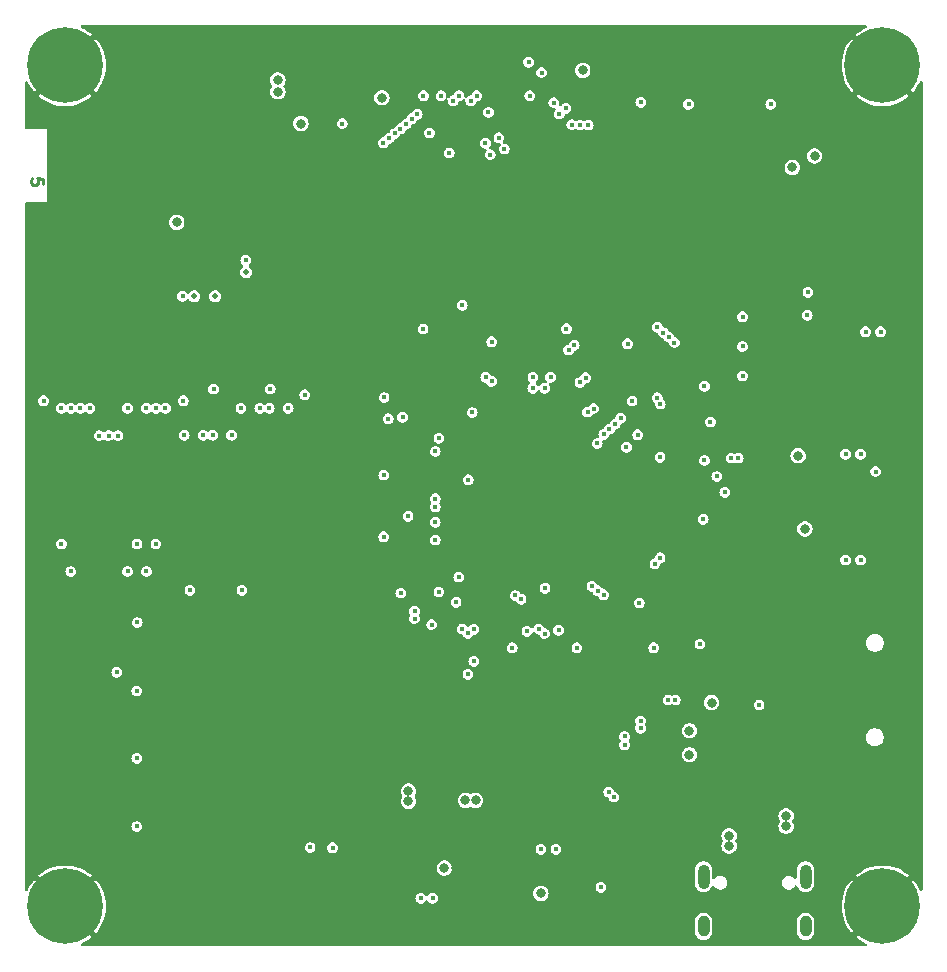
<source format=gbr>
%TF.GenerationSoftware,KiCad,Pcbnew,8.0.2*%
%TF.CreationDate,2024-07-15T20:50:26+07:00*%
%TF.ProjectId,chroma-pixel-h743,6368726f-6d61-42d7-9069-78656c2d6837,rev?*%
%TF.SameCoordinates,Original*%
%TF.FileFunction,Copper,L5,Inr*%
%TF.FilePolarity,Positive*%
%FSLAX46Y46*%
G04 Gerber Fmt 4.6, Leading zero omitted, Abs format (unit mm)*
G04 Created by KiCad (PCBNEW 8.0.2) date 2024-07-15 20:50:26*
%MOMM*%
%LPD*%
G01*
G04 APERTURE LIST*
%ADD10C,0.250000*%
%TA.AperFunction,NonConductor*%
%ADD11C,0.250000*%
%TD*%
%TA.AperFunction,ComponentPad*%
%ADD12C,0.800000*%
%TD*%
%TA.AperFunction,ComponentPad*%
%ADD13C,6.400000*%
%TD*%
%TA.AperFunction,ComponentPad*%
%ADD14O,1.000000X2.100000*%
%TD*%
%TA.AperFunction,ComponentPad*%
%ADD15O,1.000000X1.800000*%
%TD*%
%TA.AperFunction,ViaPad*%
%ADD16C,0.800000*%
%TD*%
%TA.AperFunction,ViaPad*%
%ADD17C,0.400000*%
%TD*%
%TA.AperFunction,ViaPad*%
%ADD18C,0.350000*%
%TD*%
%TA.AperFunction,ViaPad*%
%ADD19C,0.500000*%
%TD*%
G04 APERTURE END LIST*
D10*
D11*
X107713780Y-61813358D02*
X107713780Y-61337168D01*
X107713780Y-61337168D02*
X107237590Y-61289549D01*
X107237590Y-61289549D02*
X107285209Y-61337168D01*
X107285209Y-61337168D02*
X107332828Y-61432406D01*
X107332828Y-61432406D02*
X107332828Y-61670501D01*
X107332828Y-61670501D02*
X107285209Y-61765739D01*
X107285209Y-61765739D02*
X107237590Y-61813358D01*
X107237590Y-61813358D02*
X107142352Y-61860977D01*
X107142352Y-61860977D02*
X106904257Y-61860977D01*
X106904257Y-61860977D02*
X106809019Y-61813358D01*
X106809019Y-61813358D02*
X106761400Y-61765739D01*
X106761400Y-61765739D02*
X106713780Y-61670501D01*
X106713780Y-61670501D02*
X106713780Y-61432406D01*
X106713780Y-61432406D02*
X106761400Y-61337168D01*
X106761400Y-61337168D02*
X106809019Y-61289549D01*
D12*
%TO.N,GND*%
%TO.C,H3*%
X181197300Y-122941100D03*
X180494356Y-124638156D03*
X180494356Y-121244044D03*
X178797300Y-125341100D03*
D13*
X178797300Y-122941100D03*
D12*
X178797300Y-120541100D03*
X177100244Y-124638156D03*
X177100244Y-121244044D03*
X176397300Y-122941100D03*
%TD*%
%TO.N,GND*%
%TO.C,H4*%
X111997300Y-122941100D03*
X111294356Y-124638156D03*
X111294356Y-121244044D03*
X109597300Y-125341100D03*
D13*
X109597300Y-122941100D03*
D12*
X109597300Y-120541100D03*
X107900244Y-124638156D03*
X107900244Y-121244044D03*
X107197300Y-122941100D03*
%TD*%
D14*
%TO.N,/MCU/SHIELD*%
%TO.C,J4*%
X163651700Y-120426900D03*
D15*
X163651700Y-124626900D03*
D14*
X172291700Y-120426900D03*
D15*
X172291700Y-124626900D03*
%TD*%
D12*
%TO.N,GND*%
%TO.C,H1*%
X111997300Y-51741100D03*
X111294356Y-53438156D03*
X111294356Y-50044044D03*
X109597300Y-54141100D03*
D13*
X109597300Y-51741100D03*
D12*
X109597300Y-49341100D03*
X107900244Y-53438156D03*
X107900244Y-50044044D03*
X107197300Y-51741100D03*
%TD*%
%TO.N,GND*%
%TO.C,H2*%
X181197300Y-51741100D03*
X180494356Y-53438156D03*
X180494356Y-50044044D03*
X178797300Y-54141100D03*
D13*
X178797300Y-51741100D03*
D12*
X178797300Y-49341100D03*
X177100244Y-53438156D03*
X177100244Y-50044044D03*
X176397300Y-51741100D03*
%TD*%
D16*
%TO.N,GND*%
X176098200Y-59766200D03*
%TO.N,+3V3*%
X173050200Y-59410600D03*
%TO.N,VBAT*%
X171170600Y-60375800D03*
%TO.N,GND*%
X133172200Y-120091200D03*
D17*
X136575800Y-90694400D03*
D18*
X144602200Y-124942600D03*
D16*
X162483800Y-104775000D03*
X147940400Y-52171600D03*
X115493800Y-58521600D03*
D17*
X145846800Y-71005700D03*
D16*
X131292600Y-115900200D03*
X152425400Y-125425200D03*
X135407400Y-123190000D03*
X151155400Y-125425200D03*
D17*
X127687100Y-94589600D03*
X123607100Y-96189800D03*
D16*
X176987200Y-116459000D03*
D17*
X145923000Y-73177400D03*
D16*
X174904400Y-116408200D03*
D17*
X114960400Y-102997000D03*
X149428200Y-71907400D03*
X147967700Y-69342000D03*
X163703000Y-91135200D03*
X145846800Y-71647050D03*
D16*
X172213500Y-118289300D03*
D17*
X151968200Y-101041200D03*
X150012400Y-72288400D03*
X157097700Y-71882000D03*
X163753800Y-77952600D03*
X147199350Y-69342000D03*
D16*
X135940800Y-52171600D03*
D17*
X149758400Y-73177400D03*
D16*
X168910000Y-111429800D03*
X178206400Y-93395800D03*
D17*
X129287100Y-94589600D03*
X153085800Y-72612200D03*
D16*
X176309600Y-89140400D03*
D17*
X152984200Y-74650600D03*
X121207100Y-79146400D03*
X145846800Y-72288400D03*
X128574800Y-79178600D03*
D16*
X180187600Y-64058800D03*
X121361200Y-54762400D03*
X154482800Y-52171600D03*
D17*
X170967400Y-77089000D03*
X146431000Y-69342000D03*
X145846800Y-69723000D03*
D16*
X130022600Y-55346600D03*
D17*
X137302100Y-98069400D03*
D16*
X172237400Y-87223600D03*
D19*
X109296200Y-65582800D03*
D16*
X115519200Y-61747400D03*
X150940400Y-52171600D03*
X128752600Y-49453800D03*
D17*
X115671600Y-109448600D03*
D16*
X146439600Y-109760000D03*
D17*
X158953200Y-104749600D03*
D16*
X138667200Y-109302800D03*
X121691400Y-66116200D03*
X178866800Y-111429800D03*
D17*
X178638200Y-79222600D03*
X119207100Y-96189800D03*
X158470600Y-101041200D03*
D16*
X166854100Y-115495300D03*
D18*
X137795000Y-124942600D03*
D17*
X150012400Y-70364350D03*
X115671600Y-115214400D03*
D16*
X180187600Y-56743600D03*
D17*
X156692600Y-73660000D03*
X150012400Y-69723000D03*
D19*
X174425300Y-123367800D03*
D17*
X136601200Y-78897600D03*
X146507200Y-70510400D03*
D19*
X160705800Y-122581900D03*
D16*
X135466800Y-109175800D03*
X130352800Y-49453800D03*
D17*
X126007100Y-79146400D03*
D19*
X109296200Y-71323200D03*
D17*
X108487100Y-94589600D03*
X172440600Y-73863200D03*
X148736050Y-69342000D03*
D19*
X122097800Y-68725900D03*
D17*
X150012400Y-71005700D03*
D16*
X144890200Y-109252000D03*
D17*
X150012400Y-71647050D03*
X149504400Y-69342000D03*
D16*
X164542700Y-118289300D03*
D19*
X124208000Y-71018400D03*
D16*
X168122600Y-97637600D03*
D17*
X136017000Y-98323400D03*
X145897600Y-74168000D03*
X140970000Y-72720200D03*
X168249600Y-49784000D03*
X119608600Y-79178600D03*
X108487100Y-78486000D03*
X163728400Y-86131400D03*
X145846800Y-70364350D03*
D16*
X148615400Y-117906800D03*
X115519200Y-55295800D03*
X178841400Y-95910400D03*
D17*
X136575800Y-85464400D03*
D16*
X163679100Y-118289300D03*
X171349900Y-118289300D03*
D17*
X146481800Y-101041200D03*
D16*
X141935200Y-52171600D03*
X147963600Y-109226600D03*
X127152400Y-123190000D03*
D17*
X115493800Y-97409000D03*
X163474400Y-49784000D03*
D16*
X164668200Y-106975000D03*
X142722600Y-119710200D03*
D17*
%TO.N,Net-(C34-Pad1)*%
X158216600Y-97256600D03*
X141249000Y-96316800D03*
D16*
%TO.N,VDD*%
X144356800Y-113976400D03*
X127609600Y-53975000D03*
X119049800Y-65024000D03*
X127609600Y-52984400D03*
D19*
X124917200Y-69240400D03*
D16*
X143493200Y-113976400D03*
D17*
%TO.N,+3V3*%
X172491400Y-70942200D03*
D16*
X149885400Y-121843800D03*
D17*
X107772200Y-80138600D03*
D16*
X129565400Y-56667400D03*
D17*
X138023600Y-96424400D03*
X113969800Y-103124000D03*
X147447000Y-101041200D03*
X152933400Y-101041200D03*
X139903200Y-74059400D03*
X163347400Y-100736400D03*
X136575800Y-91654400D03*
D16*
X164338000Y-105689400D03*
D17*
X143230600Y-72059800D03*
X126967100Y-79146400D03*
D16*
X162458400Y-108077000D03*
D17*
X163728400Y-85191600D03*
X119608600Y-80138600D03*
X145719800Y-75133200D03*
X166954200Y-78028800D03*
X163626800Y-90170000D03*
X136601200Y-79857600D03*
X158343600Y-54864000D03*
D16*
X153441400Y-52171600D03*
X162458400Y-110109000D03*
X172237400Y-90982800D03*
D17*
X152044400Y-74041000D03*
X166954200Y-75539600D03*
D16*
X138665900Y-113189000D03*
X138665900Y-114052600D03*
D17*
X136575800Y-86424400D03*
X163728400Y-78917800D03*
D16*
X141706600Y-119710200D03*
D17*
X159435800Y-101041200D03*
X122167100Y-79146400D03*
X166954200Y-73025000D03*
D16*
X171653200Y-84785200D03*
X136423400Y-54483000D03*
D17*
X120167100Y-96189800D03*
X124567100Y-96189800D03*
X129899222Y-79628895D03*
X172440600Y-72901000D03*
%TO.N,/LCD/LCD_SPI_DAT*%
X137033000Y-57912000D03*
X145592800Y-59291200D03*
%TO.N,/LCD/LCD_SPI_CLK*%
X137515600Y-57505600D03*
X146329400Y-57867800D03*
%TO.N,/LCD/LCD_SPI_CS*%
X137995600Y-57099200D03*
X145184024Y-58341424D03*
%TO.N,/LCD/LCD_TP_INT*%
X154203400Y-95834200D03*
X152494576Y-56750624D03*
%TO.N,/LCD/LCD_TP_SCL*%
X155201583Y-96561211D03*
X153898600Y-56794400D03*
%TO.N,/LCD/LCD_TP_SDA*%
X154711400Y-96215200D03*
X153195978Y-56780274D03*
%TO.N,/LCD/LCD_R4*%
X139420600Y-55880000D03*
X148940400Y-54305200D03*
%TO.N,/LCD/LCD_R5*%
X156641820Y-81622520D03*
X160712400Y-74726800D03*
%TO.N,/LCD/LCD_RESET*%
X146786600Y-58816200D03*
X136550400Y-58293000D03*
%TO.N,/LCD/LCD_G7*%
X157604900Y-80162400D03*
X160238349Y-74358998D03*
%TO.N,/LCD/LCD_R6*%
X138470600Y-56700116D03*
X149936200Y-52349400D03*
%TO.N,/IO/STEMMA_SDA*%
X177371200Y-74283800D03*
X140710100Y-122250200D03*
%TO.N,/IO/STEMMA_SCL*%
X178641200Y-74283800D03*
X139710100Y-122250200D03*
%TO.N,/LCD/LCD_DE*%
X140440400Y-57449774D03*
X142113000Y-59157600D03*
%TO.N,/LCD/LCD_B6*%
X151437400Y-55862200D03*
X143947300Y-54737000D03*
%TO.N,/LCD/HSYNC*%
X141427200Y-54305200D03*
X155683800Y-82529806D03*
%TO.N,/LCD/LCD_B7*%
X144447300Y-54305200D03*
X151993600Y-55372000D03*
%TO.N,/LCD/LCD_B4*%
X142947300Y-54305200D03*
X157124400Y-84074000D03*
%TO.N,/LCD/LCD_B3*%
X142447300Y-54737000D03*
X150977600Y-54889400D03*
%TO.N,/LCD/LCD_CLK*%
X155208800Y-82981800D03*
X139940400Y-54305200D03*
%TO.N,/LCD/LCD_G6*%
X156158800Y-82105539D03*
X159740600Y-73914000D03*
%TO.N,/LCD/LCD_G3*%
X145440400Y-55720000D03*
X158079901Y-83002851D03*
%TO.N,/LCD/LCD_R7*%
X161188400Y-75209400D03*
X154659937Y-83749400D03*
%TO.N,/LCD/LCD_R3*%
X138945600Y-56261000D03*
X148844000Y-51485800D03*
D16*
%TO.N,VBUS*%
X170638700Y-116155700D03*
X170638700Y-115292100D03*
X165812700Y-117832100D03*
X165812700Y-116968500D03*
D17*
%TO.N,/LCD/LCD_BLK*%
X133070600Y-56667400D03*
X138176000Y-81534000D03*
%TO.N,/MCU/BOOT0*%
X115671600Y-104698800D03*
X164236400Y-81924400D03*
%TO.N,/MCU/BTN0*%
X115671600Y-110413800D03*
X139192000Y-98577400D03*
%TO.N,/MCU/BTN1*%
X139192000Y-97967800D03*
X115671600Y-116179600D03*
%TO.N,/IO/NRST*%
X143725400Y-86817200D03*
X115697000Y-98907600D03*
X154965400Y-121335800D03*
%TO.N,/IO/SWCLK*%
X156972000Y-109270800D03*
X151155400Y-118110000D03*
%TO.N,/IO/SWDIO*%
X156972000Y-108559600D03*
X149885400Y-118110000D03*
%TO.N,/MCU/SDRAM_ADD10*%
X140944600Y-88424400D03*
X112487100Y-83083400D03*
%TO.N,/MCU/SDRAM_DQ4*%
X140944600Y-89103200D03*
X123687100Y-83052000D03*
%TO.N,/MCU/SDRAM_DQ2*%
X159537400Y-93924400D03*
X126087100Y-80772000D03*
%TO.N,/MCU/SDRAM_DQ13*%
X143703800Y-99833572D03*
X143703800Y-103295036D03*
%TO.N,/MCU/SDRAM_DQ6*%
X121287100Y-83052000D03*
X140944600Y-90424400D03*
%TO.N,/MCU/SDRAM_ADD0*%
X154355800Y-80797400D03*
X111687100Y-80772000D03*
%TO.N,/MCU/SDRAM_DQ0*%
X128487100Y-80772000D03*
X147703800Y-96621600D03*
%TO.N,/MCU/SDRAM_ADD3*%
X153187400Y-78587600D03*
X109287100Y-80772000D03*
%TO.N,/MCU/SDRAM_DQ5*%
X138633200Y-89924400D03*
X122087100Y-83052000D03*
%TO.N,/MCU/SDRAM_DQ7*%
X140944600Y-91924400D03*
X119687100Y-83052000D03*
%TO.N,/MCU/SDRAM_DQ1*%
X126887100Y-80772000D03*
X148203800Y-96951800D03*
%TO.N,/MCU/SDRAM_DQ3*%
X124487100Y-80772000D03*
X159969200Y-93424400D03*
%TO.N,/MCU/SDRAM_DQ14*%
X144203800Y-99491800D03*
X144203800Y-102184200D03*
%TO.N,/MCU/SDRAM_ADD5*%
X110087100Y-94589600D03*
X152228800Y-75844400D03*
%TO.N,/MCU/SDRAM_ADD2*%
X153660100Y-78181200D03*
X110087100Y-80772000D03*
%TO.N,/MCU/SDRAM_ADD1*%
X153837344Y-81099400D03*
X110887100Y-80772000D03*
%TO.N,/MCU/SDRAM_ADD4*%
X109287100Y-92252800D03*
X152703800Y-75438000D03*
%TO.N,/MCU/LED_0*%
X166598600Y-84988400D03*
X169341800Y-55041800D03*
%TO.N,/MCU/LED_1*%
X165989000Y-84988400D03*
X162382200Y-55041800D03*
%TO.N,VBAT*%
X157226000Y-75311000D03*
%TO.N,/IO/DBG_USART_TX*%
X160655000Y-105460800D03*
X155625800Y-113258600D03*
%TO.N,/IO/DBG_USART_RX*%
X161264600Y-105460800D03*
X156050066Y-113682866D03*
%TO.N,/IO/EXT_RX*%
X130342600Y-117957600D03*
X165455600Y-87884000D03*
%TO.N,/IO/EXT_TX*%
X164770637Y-86538637D03*
X132242600Y-117983000D03*
%TO.N,/MEMORY/SD_DAT0*%
X158318200Y-107238800D03*
X142703800Y-97205800D03*
%TO.N,/MCU/SDRAM_ADD12*%
X114887100Y-94589600D03*
X148703800Y-99653545D03*
%TO.N,/MEMORY/SD_DAT1*%
X143205200Y-99466400D03*
X158318200Y-107873800D03*
%TO.N,/MEMORY/SD_CLK*%
X150228800Y-96012000D03*
X168351200Y-105892600D03*
%TO.N,/Audio/I2S_SD_MODE*%
X145706987Y-78494612D03*
X124891800Y-68249800D03*
%TO.N,/MEMORY/NOR_IO3*%
X175674600Y-84658200D03*
X150703800Y-78155800D03*
%TO.N,/MEMORY/NOR_DI(IO0)*%
X149199600Y-79077800D03*
X178214600Y-86131400D03*
%TO.N,/MEMORY/NOR_DO(IO1)*%
X175674600Y-93624400D03*
X149203800Y-78155800D03*
%TO.N,/MEMORY/NOR_IO2*%
X150203800Y-79077800D03*
X176944600Y-93624400D03*
%TO.N,/MEMORY/NOR_CLK*%
X140944600Y-84424400D03*
X176944600Y-84658200D03*
D19*
%TO.N,/Audio/I2S_CK*%
X120546500Y-71297800D03*
D17*
X142924639Y-95071039D03*
D19*
%TO.N,/Audio/I2S_SDO*%
X122301000Y-71297800D03*
D17*
X145211800Y-78155800D03*
%TO.N,/Audio/I2S_WS*%
X119546500Y-71297800D03*
X140639800Y-99085400D03*
%TO.N,/MCU/~{SDRAM_WE}*%
X117287100Y-80772000D03*
X144069264Y-81127136D03*
%TO.N,/MCU/~{SDRAM_CAS}*%
X159969200Y-84924400D03*
X116487100Y-80772000D03*
%TO.N,/MCU/SDRAM_CKE*%
X115687100Y-92252800D03*
X141249400Y-83312000D03*
%TO.N,/MCU/~{SDRAM_CS}*%
X136956800Y-81649400D03*
X114887100Y-80772000D03*
%TO.N,/MCU/SDRAM_BA0*%
X114087100Y-83083400D03*
X149703800Y-99466400D03*
%TO.N,/MCU/SDRAM_CLK*%
X151384000Y-99568000D03*
X116487100Y-94589600D03*
%TO.N,/MCU/SDRAM_LDQM*%
X159994600Y-80416400D03*
X118087100Y-80772000D03*
%TO.N,/MCU/SDRAM_BA1*%
X150203800Y-99847400D03*
X113287100Y-83083400D03*
%TO.N,/MCU/SDRAM_UDQM*%
X159729900Y-79877944D03*
X117287100Y-92252800D03*
%TD*%
%TA.AperFunction,Conductor*%
%TO.N,GND*%
G36*
X177433525Y-48360785D02*
G01*
X177479280Y-48413589D01*
X177489224Y-48482747D01*
X177460199Y-48546303D01*
X177418552Y-48577639D01*
X177178925Y-48688502D01*
X177178912Y-48688509D01*
X176858381Y-48881365D01*
X176858374Y-48881370D01*
X176560532Y-49107783D01*
X176538452Y-49128697D01*
X176538452Y-49128698D01*
X177856601Y-50446848D01*
X177754970Y-50520688D01*
X177576888Y-50698770D01*
X177503048Y-50800401D01*
X176187325Y-49484678D01*
X176187324Y-49484679D01*
X176046751Y-49650174D01*
X176046744Y-49650184D01*
X175836801Y-49959826D01*
X175661570Y-50290346D01*
X175661561Y-50290364D01*
X175523093Y-50637895D01*
X175523091Y-50637902D01*
X175423014Y-50998349D01*
X175423008Y-50998375D01*
X175362488Y-51367527D01*
X175362486Y-51367544D01*
X175342233Y-51741097D01*
X175342233Y-51741102D01*
X175362486Y-52114655D01*
X175362488Y-52114672D01*
X175423008Y-52483824D01*
X175423014Y-52483850D01*
X175523091Y-52844297D01*
X175523093Y-52844304D01*
X175661561Y-53191835D01*
X175661570Y-53191853D01*
X175836801Y-53522373D01*
X176046744Y-53832016D01*
X176187324Y-53997519D01*
X176187325Y-53997520D01*
X177503047Y-52681797D01*
X177576888Y-52783430D01*
X177754970Y-52961512D01*
X177856601Y-53035351D01*
X176538452Y-54353500D01*
X176538452Y-54353501D01*
X176560535Y-54374420D01*
X176560536Y-54374421D01*
X176858365Y-54600823D01*
X176858381Y-54600834D01*
X177178912Y-54793690D01*
X177178925Y-54793697D01*
X177518437Y-54950772D01*
X177872972Y-55070230D01*
X178238333Y-55150652D01*
X178610244Y-55191099D01*
X178610252Y-55191100D01*
X178984348Y-55191100D01*
X178984355Y-55191099D01*
X179356266Y-55150652D01*
X179721627Y-55070230D01*
X180076162Y-54950772D01*
X180415674Y-54793697D01*
X180415687Y-54793690D01*
X180736218Y-54600834D01*
X180736225Y-54600829D01*
X181034072Y-54374412D01*
X181056146Y-54353501D01*
X181056146Y-54353499D01*
X179737998Y-53035351D01*
X179839630Y-52961512D01*
X180017712Y-52783430D01*
X180091551Y-52681798D01*
X181407273Y-53997519D01*
X181547853Y-53832017D01*
X181547864Y-53832003D01*
X181757798Y-53522373D01*
X181933029Y-53191853D01*
X181933038Y-53191835D01*
X181958107Y-53128917D01*
X182001207Y-53073925D01*
X182067196Y-53050964D01*
X182135123Y-53067325D01*
X182183422Y-53117813D01*
X182197300Y-53174814D01*
X182197300Y-121507385D01*
X182177615Y-121574424D01*
X182124811Y-121620179D01*
X182055653Y-121630123D01*
X181992097Y-121601098D01*
X181958107Y-121553282D01*
X181933038Y-121490365D01*
X181933029Y-121490346D01*
X181757798Y-121159826D01*
X181547855Y-120850183D01*
X181407274Y-120684679D01*
X181407273Y-120684679D01*
X180091551Y-122000400D01*
X180017712Y-121898770D01*
X179839630Y-121720688D01*
X179737998Y-121646848D01*
X181056147Y-120328699D01*
X181056146Y-120328697D01*
X181034064Y-120307779D01*
X181034063Y-120307778D01*
X180736234Y-120081376D01*
X180736218Y-120081365D01*
X180415687Y-119888509D01*
X180415674Y-119888502D01*
X180076162Y-119731427D01*
X179721627Y-119611969D01*
X179356266Y-119531547D01*
X178984355Y-119491100D01*
X178610244Y-119491100D01*
X178238333Y-119531547D01*
X177872972Y-119611969D01*
X177518437Y-119731427D01*
X177178925Y-119888502D01*
X177178912Y-119888509D01*
X176858381Y-120081365D01*
X176858374Y-120081370D01*
X176560532Y-120307783D01*
X176538452Y-120328697D01*
X176538452Y-120328698D01*
X177856601Y-121646847D01*
X177754970Y-121720688D01*
X177576888Y-121898770D01*
X177503048Y-122000401D01*
X176187325Y-120684678D01*
X176187324Y-120684679D01*
X176046751Y-120850174D01*
X176046744Y-120850184D01*
X175836801Y-121159826D01*
X175661570Y-121490346D01*
X175661561Y-121490364D01*
X175523093Y-121837895D01*
X175523091Y-121837902D01*
X175423014Y-122198349D01*
X175423008Y-122198375D01*
X175362488Y-122567527D01*
X175362486Y-122567544D01*
X175342233Y-122941097D01*
X175342233Y-122941102D01*
X175362486Y-123314655D01*
X175362488Y-123314672D01*
X175423008Y-123683824D01*
X175423014Y-123683850D01*
X175523091Y-124044297D01*
X175523093Y-124044304D01*
X175661561Y-124391835D01*
X175661570Y-124391853D01*
X175836801Y-124722373D01*
X176046744Y-125032016D01*
X176187324Y-125197519D01*
X176187325Y-125197520D01*
X177503047Y-123881797D01*
X177576888Y-123983430D01*
X177754970Y-124161512D01*
X177856600Y-124235351D01*
X176538452Y-125553500D01*
X176538452Y-125553501D01*
X176560535Y-125574420D01*
X176560536Y-125574421D01*
X176858365Y-125800823D01*
X176858381Y-125800834D01*
X177178912Y-125993690D01*
X177178925Y-125993697D01*
X177415310Y-126103061D01*
X177467888Y-126149075D01*
X177487242Y-126216211D01*
X177467228Y-126283152D01*
X177414199Y-126328647D01*
X177363244Y-126339600D01*
X111031356Y-126339600D01*
X110964317Y-126319915D01*
X110918562Y-126267111D01*
X110908618Y-126197953D01*
X110937643Y-126134397D01*
X110979290Y-126103061D01*
X111215674Y-125993697D01*
X111215687Y-125993690D01*
X111536218Y-125800834D01*
X111536225Y-125800829D01*
X111834072Y-125574412D01*
X111856146Y-125553501D01*
X111856146Y-125553499D01*
X110537998Y-124235351D01*
X110639630Y-124161512D01*
X110817712Y-123983430D01*
X110891551Y-123881798D01*
X112207273Y-125197519D01*
X112289411Y-125100820D01*
X162901199Y-125100820D01*
X162930040Y-125245807D01*
X162930043Y-125245817D01*
X162986612Y-125382388D01*
X162986619Y-125382401D01*
X163068748Y-125505315D01*
X163068751Y-125505319D01*
X163173280Y-125609848D01*
X163173284Y-125609851D01*
X163296198Y-125691980D01*
X163296211Y-125691987D01*
X163432782Y-125748556D01*
X163432787Y-125748558D01*
X163432791Y-125748558D01*
X163432792Y-125748559D01*
X163577779Y-125777400D01*
X163577782Y-125777400D01*
X163725620Y-125777400D01*
X163823162Y-125757996D01*
X163870613Y-125748558D01*
X164007195Y-125691984D01*
X164130116Y-125609851D01*
X164234651Y-125505316D01*
X164316784Y-125382395D01*
X164373358Y-125245813D01*
X164402200Y-125100820D01*
X171541199Y-125100820D01*
X171570040Y-125245807D01*
X171570043Y-125245817D01*
X171626612Y-125382388D01*
X171626619Y-125382401D01*
X171708748Y-125505315D01*
X171708751Y-125505319D01*
X171813280Y-125609848D01*
X171813284Y-125609851D01*
X171936198Y-125691980D01*
X171936211Y-125691987D01*
X172072782Y-125748556D01*
X172072787Y-125748558D01*
X172072791Y-125748558D01*
X172072792Y-125748559D01*
X172217779Y-125777400D01*
X172217782Y-125777400D01*
X172365620Y-125777400D01*
X172463162Y-125757996D01*
X172510613Y-125748558D01*
X172647195Y-125691984D01*
X172770116Y-125609851D01*
X172874651Y-125505316D01*
X172956784Y-125382395D01*
X173013358Y-125245813D01*
X173042200Y-125100818D01*
X173042200Y-124152982D01*
X173042200Y-124152979D01*
X173013359Y-124007992D01*
X173013358Y-124007991D01*
X173013358Y-124007987D01*
X173003186Y-123983430D01*
X172956787Y-123871411D01*
X172956780Y-123871398D01*
X172874651Y-123748484D01*
X172874648Y-123748480D01*
X172770119Y-123643951D01*
X172770115Y-123643948D01*
X172647201Y-123561819D01*
X172647188Y-123561812D01*
X172510617Y-123505243D01*
X172510607Y-123505240D01*
X172365620Y-123476400D01*
X172365618Y-123476400D01*
X172217782Y-123476400D01*
X172217780Y-123476400D01*
X172072792Y-123505240D01*
X172072782Y-123505243D01*
X171936211Y-123561812D01*
X171936198Y-123561819D01*
X171813284Y-123643948D01*
X171813280Y-123643951D01*
X171708751Y-123748480D01*
X171708748Y-123748484D01*
X171626619Y-123871398D01*
X171626612Y-123871411D01*
X171570043Y-124007982D01*
X171570040Y-124007992D01*
X171541200Y-124152979D01*
X171541200Y-124152982D01*
X171541200Y-125100818D01*
X171541200Y-125100820D01*
X171541199Y-125100820D01*
X164402200Y-125100820D01*
X164402200Y-125100818D01*
X164402200Y-124152982D01*
X164402200Y-124152979D01*
X164373359Y-124007992D01*
X164373358Y-124007991D01*
X164373358Y-124007987D01*
X164363186Y-123983430D01*
X164316787Y-123871411D01*
X164316780Y-123871398D01*
X164234651Y-123748484D01*
X164234648Y-123748480D01*
X164130119Y-123643951D01*
X164130115Y-123643948D01*
X164007201Y-123561819D01*
X164007188Y-123561812D01*
X163870617Y-123505243D01*
X163870607Y-123505240D01*
X163725620Y-123476400D01*
X163725618Y-123476400D01*
X163577782Y-123476400D01*
X163577780Y-123476400D01*
X163432792Y-123505240D01*
X163432782Y-123505243D01*
X163296211Y-123561812D01*
X163296198Y-123561819D01*
X163173284Y-123643948D01*
X163173280Y-123643951D01*
X163068751Y-123748480D01*
X163068748Y-123748484D01*
X162986619Y-123871398D01*
X162986612Y-123871411D01*
X162930043Y-124007982D01*
X162930040Y-124007992D01*
X162901200Y-124152979D01*
X162901200Y-124152982D01*
X162901200Y-125100818D01*
X162901200Y-125100820D01*
X162901199Y-125100820D01*
X112289411Y-125100820D01*
X112347853Y-125032017D01*
X112347864Y-125032003D01*
X112557798Y-124722373D01*
X112733029Y-124391853D01*
X112733038Y-124391835D01*
X112871506Y-124044304D01*
X112871508Y-124044297D01*
X112971585Y-123683850D01*
X112971591Y-123683824D01*
X113032111Y-123314672D01*
X113032113Y-123314655D01*
X113052367Y-122941102D01*
X113052367Y-122941097D01*
X113032113Y-122567544D01*
X113032111Y-122567527D01*
X112980087Y-122250200D01*
X139254967Y-122250200D01*
X139273402Y-122378425D01*
X139327217Y-122496261D01*
X139327218Y-122496263D01*
X139412051Y-122594167D01*
X139521031Y-122664204D01*
X139645325Y-122700699D01*
X139645327Y-122700700D01*
X139645328Y-122700700D01*
X139774873Y-122700700D01*
X139774873Y-122700699D01*
X139899169Y-122664204D01*
X140008149Y-122594167D01*
X140092982Y-122496263D01*
X140097306Y-122486795D01*
X140143061Y-122433991D01*
X140210100Y-122414307D01*
X140277140Y-122433992D01*
X140322894Y-122486795D01*
X140326321Y-122494300D01*
X140327218Y-122496263D01*
X140412051Y-122594167D01*
X140521031Y-122664204D01*
X140645325Y-122700699D01*
X140645327Y-122700700D01*
X140645328Y-122700700D01*
X140774873Y-122700700D01*
X140774873Y-122700699D01*
X140899169Y-122664204D01*
X141008149Y-122594167D01*
X141092982Y-122496263D01*
X141146797Y-122378426D01*
X141165233Y-122250200D01*
X141146797Y-122121974D01*
X141092982Y-122004137D01*
X141008149Y-121906233D01*
X140911000Y-121843799D01*
X149230122Y-121843799D01*
X149230122Y-121843800D01*
X149249162Y-122000618D01*
X149274114Y-122066409D01*
X149305180Y-122148323D01*
X149394917Y-122278330D01*
X149513160Y-122383083D01*
X149513162Y-122383084D01*
X149653034Y-122456496D01*
X149806414Y-122494300D01*
X149806415Y-122494300D01*
X149964385Y-122494300D01*
X150117765Y-122456496D01*
X150198148Y-122414307D01*
X150257640Y-122383083D01*
X150375883Y-122278330D01*
X150465620Y-122148323D01*
X150521637Y-122000618D01*
X150540678Y-121843800D01*
X150539755Y-121836194D01*
X150521637Y-121686981D01*
X150491787Y-121608274D01*
X150465620Y-121539277D01*
X150375883Y-121409270D01*
X150292952Y-121335800D01*
X154510267Y-121335800D01*
X154528702Y-121464025D01*
X154555361Y-121522399D01*
X154582518Y-121581863D01*
X154667351Y-121679767D01*
X154776331Y-121749804D01*
X154900625Y-121786299D01*
X154900627Y-121786300D01*
X154900628Y-121786300D01*
X155030173Y-121786300D01*
X155030173Y-121786299D01*
X155154469Y-121749804D01*
X155263449Y-121679767D01*
X155348282Y-121581863D01*
X155402097Y-121464026D01*
X155420533Y-121335800D01*
X155402097Y-121207574D01*
X155348282Y-121089737D01*
X155314561Y-121050820D01*
X162901199Y-121050820D01*
X162930040Y-121195807D01*
X162930043Y-121195817D01*
X162986612Y-121332388D01*
X162986619Y-121332401D01*
X163068748Y-121455315D01*
X163068751Y-121455319D01*
X163173280Y-121559848D01*
X163173284Y-121559851D01*
X163296198Y-121641980D01*
X163296211Y-121641987D01*
X163404840Y-121686982D01*
X163432787Y-121698558D01*
X163432791Y-121698558D01*
X163432792Y-121698559D01*
X163577779Y-121727400D01*
X163577782Y-121727400D01*
X163725620Y-121727400D01*
X163823162Y-121707996D01*
X163870613Y-121698558D01*
X164007195Y-121641984D01*
X164130116Y-121559851D01*
X164234651Y-121455316D01*
X164316784Y-121332395D01*
X164355468Y-121239002D01*
X164399308Y-121184599D01*
X164465602Y-121162534D01*
X164533302Y-121179813D01*
X164577415Y-121224454D01*
X164621185Y-121300265D01*
X164728335Y-121407415D01*
X164859565Y-121483181D01*
X165005934Y-121522400D01*
X165005936Y-121522400D01*
X165157464Y-121522400D01*
X165157466Y-121522400D01*
X165303835Y-121483181D01*
X165435065Y-121407415D01*
X165542215Y-121300265D01*
X165617981Y-121169035D01*
X165657200Y-121022666D01*
X165657200Y-120871134D01*
X170286200Y-120871134D01*
X170286200Y-121022665D01*
X170325419Y-121169036D01*
X170357416Y-121224455D01*
X170401185Y-121300265D01*
X170508335Y-121407415D01*
X170639565Y-121483181D01*
X170785934Y-121522400D01*
X170785936Y-121522400D01*
X170937464Y-121522400D01*
X170937466Y-121522400D01*
X171083835Y-121483181D01*
X171215065Y-121407415D01*
X171322215Y-121300265D01*
X171365985Y-121224452D01*
X171416549Y-121176240D01*
X171485156Y-121163016D01*
X171550021Y-121188984D01*
X171587931Y-121239002D01*
X171626614Y-121332391D01*
X171626619Y-121332401D01*
X171708748Y-121455315D01*
X171708751Y-121455319D01*
X171813280Y-121559848D01*
X171813284Y-121559851D01*
X171936198Y-121641980D01*
X171936211Y-121641987D01*
X172044840Y-121686982D01*
X172072787Y-121698558D01*
X172072791Y-121698558D01*
X172072792Y-121698559D01*
X172217779Y-121727400D01*
X172217782Y-121727400D01*
X172365620Y-121727400D01*
X172463162Y-121707996D01*
X172510613Y-121698558D01*
X172647195Y-121641984D01*
X172770116Y-121559851D01*
X172874651Y-121455316D01*
X172956784Y-121332395D01*
X173013358Y-121195813D01*
X173034458Y-121089738D01*
X173042200Y-121050820D01*
X173042200Y-119802979D01*
X173013359Y-119657992D01*
X173013358Y-119657991D01*
X173013358Y-119657987D01*
X172994297Y-119611969D01*
X172956787Y-119521411D01*
X172956780Y-119521398D01*
X172874651Y-119398484D01*
X172874648Y-119398480D01*
X172770119Y-119293951D01*
X172770115Y-119293948D01*
X172647201Y-119211819D01*
X172647188Y-119211812D01*
X172510617Y-119155243D01*
X172510607Y-119155240D01*
X172365620Y-119126400D01*
X172365618Y-119126400D01*
X172217782Y-119126400D01*
X172217780Y-119126400D01*
X172072792Y-119155240D01*
X172072782Y-119155243D01*
X171936211Y-119211812D01*
X171936198Y-119211819D01*
X171813284Y-119293948D01*
X171813280Y-119293951D01*
X171708751Y-119398480D01*
X171708748Y-119398484D01*
X171626619Y-119521398D01*
X171626612Y-119521411D01*
X171570043Y-119657982D01*
X171570040Y-119657992D01*
X171541200Y-119802979D01*
X171541200Y-120513630D01*
X171521515Y-120580669D01*
X171468711Y-120626424D01*
X171399553Y-120636368D01*
X171335997Y-120607343D01*
X171328188Y-120599055D01*
X171327962Y-120599282D01*
X171215067Y-120486387D01*
X171215065Y-120486385D01*
X171149450Y-120448502D01*
X171083836Y-120410619D01*
X171010650Y-120391009D01*
X170937466Y-120371400D01*
X170785934Y-120371400D01*
X170639563Y-120410619D01*
X170508335Y-120486385D01*
X170508332Y-120486387D01*
X170401187Y-120593532D01*
X170401185Y-120593535D01*
X170325419Y-120724763D01*
X170286200Y-120871134D01*
X165657200Y-120871134D01*
X165617981Y-120724765D01*
X165542215Y-120593535D01*
X165435065Y-120486385D01*
X165369450Y-120448502D01*
X165303836Y-120410619D01*
X165230650Y-120391009D01*
X165157466Y-120371400D01*
X165005934Y-120371400D01*
X164859563Y-120410619D01*
X164728335Y-120486385D01*
X164728332Y-120486387D01*
X164615438Y-120599282D01*
X164613419Y-120597263D01*
X164568145Y-120630320D01*
X164498398Y-120634473D01*
X164437479Y-120600259D01*
X164404728Y-120538541D01*
X164402200Y-120513630D01*
X164402200Y-119802979D01*
X164373359Y-119657992D01*
X164373358Y-119657991D01*
X164373358Y-119657987D01*
X164354297Y-119611969D01*
X164316787Y-119521411D01*
X164316780Y-119521398D01*
X164234651Y-119398484D01*
X164234648Y-119398480D01*
X164130119Y-119293951D01*
X164130115Y-119293948D01*
X164007201Y-119211819D01*
X164007188Y-119211812D01*
X163870617Y-119155243D01*
X163870607Y-119155240D01*
X163725620Y-119126400D01*
X163725618Y-119126400D01*
X163577782Y-119126400D01*
X163577780Y-119126400D01*
X163432792Y-119155240D01*
X163432782Y-119155243D01*
X163296211Y-119211812D01*
X163296198Y-119211819D01*
X163173284Y-119293948D01*
X163173280Y-119293951D01*
X163068751Y-119398480D01*
X163068748Y-119398484D01*
X162986619Y-119521398D01*
X162986612Y-119521411D01*
X162930043Y-119657982D01*
X162930040Y-119657992D01*
X162901200Y-119802979D01*
X162901200Y-119802982D01*
X162901200Y-121050818D01*
X162901200Y-121050820D01*
X162901199Y-121050820D01*
X155314561Y-121050820D01*
X155263449Y-120991833D01*
X155154469Y-120921796D01*
X155154465Y-120921794D01*
X155154464Y-120921794D01*
X155030174Y-120885300D01*
X155030172Y-120885300D01*
X154900628Y-120885300D01*
X154900626Y-120885300D01*
X154776335Y-120921794D01*
X154776332Y-120921795D01*
X154776331Y-120921796D01*
X154725077Y-120954734D01*
X154667350Y-120991833D01*
X154582518Y-121089737D01*
X154582517Y-121089738D01*
X154528702Y-121207574D01*
X154510267Y-121335800D01*
X150292952Y-121335800D01*
X150257640Y-121304517D01*
X150257638Y-121304516D01*
X150257637Y-121304515D01*
X150117765Y-121231103D01*
X149964386Y-121193300D01*
X149964385Y-121193300D01*
X149806415Y-121193300D01*
X149806414Y-121193300D01*
X149653034Y-121231103D01*
X149513162Y-121304515D01*
X149394916Y-121409271D01*
X149305181Y-121539275D01*
X149305180Y-121539276D01*
X149249162Y-121686981D01*
X149230122Y-121843799D01*
X140911000Y-121843799D01*
X140899169Y-121836196D01*
X140899165Y-121836194D01*
X140899164Y-121836194D01*
X140774874Y-121799700D01*
X140774872Y-121799700D01*
X140645328Y-121799700D01*
X140645326Y-121799700D01*
X140521035Y-121836194D01*
X140521032Y-121836195D01*
X140521031Y-121836196D01*
X140469777Y-121869134D01*
X140412050Y-121906233D01*
X140327218Y-122004137D01*
X140327216Y-122004140D01*
X140322893Y-122013606D01*
X140277137Y-122066409D01*
X140210097Y-122086092D01*
X140143058Y-122066406D01*
X140097307Y-122013606D01*
X140092983Y-122004140D01*
X140092982Y-122004138D01*
X140092982Y-122004137D01*
X140008149Y-121906233D01*
X139899169Y-121836196D01*
X139899165Y-121836194D01*
X139899164Y-121836194D01*
X139774874Y-121799700D01*
X139774872Y-121799700D01*
X139645328Y-121799700D01*
X139645326Y-121799700D01*
X139521035Y-121836194D01*
X139521032Y-121836195D01*
X139521031Y-121836196D01*
X139469777Y-121869134D01*
X139412050Y-121906233D01*
X139327218Y-122004137D01*
X139327217Y-122004138D01*
X139273402Y-122121974D01*
X139254967Y-122250200D01*
X112980087Y-122250200D01*
X112971591Y-122198375D01*
X112971585Y-122198349D01*
X112871508Y-121837902D01*
X112871506Y-121837895D01*
X112733038Y-121490364D01*
X112733029Y-121490346D01*
X112557798Y-121159826D01*
X112347855Y-120850183D01*
X112207274Y-120684679D01*
X112207273Y-120684679D01*
X110891551Y-122000401D01*
X110817712Y-121898770D01*
X110639630Y-121720688D01*
X110537998Y-121646848D01*
X111856147Y-120328699D01*
X111856146Y-120328697D01*
X111834064Y-120307779D01*
X111834063Y-120307778D01*
X111536234Y-120081376D01*
X111536218Y-120081365D01*
X111215687Y-119888509D01*
X111215674Y-119888502D01*
X110876162Y-119731427D01*
X110813160Y-119710199D01*
X141051322Y-119710199D01*
X141051322Y-119710200D01*
X141070362Y-119867018D01*
X141078513Y-119888509D01*
X141126380Y-120014723D01*
X141216117Y-120144730D01*
X141334360Y-120249483D01*
X141334362Y-120249484D01*
X141474234Y-120322896D01*
X141627614Y-120360700D01*
X141627615Y-120360700D01*
X141785585Y-120360700D01*
X141938965Y-120322896D01*
X141967760Y-120307783D01*
X142078840Y-120249483D01*
X142197083Y-120144730D01*
X142286820Y-120014723D01*
X142342837Y-119867018D01*
X142361878Y-119710200D01*
X142342837Y-119553382D01*
X142286820Y-119405677D01*
X142197083Y-119275670D01*
X142078840Y-119170917D01*
X142078838Y-119170916D01*
X142078837Y-119170915D01*
X141938965Y-119097503D01*
X141785586Y-119059700D01*
X141785585Y-119059700D01*
X141627615Y-119059700D01*
X141627614Y-119059700D01*
X141474234Y-119097503D01*
X141334362Y-119170915D01*
X141216116Y-119275671D01*
X141126381Y-119405675D01*
X141126380Y-119405676D01*
X141070362Y-119553381D01*
X141051322Y-119710199D01*
X110813160Y-119710199D01*
X110521627Y-119611969D01*
X110156266Y-119531547D01*
X109784355Y-119491100D01*
X109410244Y-119491100D01*
X109038333Y-119531547D01*
X108672972Y-119611969D01*
X108318437Y-119731427D01*
X107978925Y-119888502D01*
X107978912Y-119888509D01*
X107658381Y-120081365D01*
X107658374Y-120081370D01*
X107360532Y-120307783D01*
X107338452Y-120328697D01*
X107338452Y-120328698D01*
X108656601Y-121646847D01*
X108554970Y-121720688D01*
X108376888Y-121898770D01*
X108303048Y-122000401D01*
X106987325Y-120684678D01*
X106987324Y-120684679D01*
X106846751Y-120850174D01*
X106846744Y-120850184D01*
X106636801Y-121159826D01*
X106461570Y-121490346D01*
X106461561Y-121490365D01*
X106436493Y-121553282D01*
X106393393Y-121608274D01*
X106327403Y-121631235D01*
X106259476Y-121614874D01*
X106211178Y-121564386D01*
X106197300Y-121507385D01*
X106197300Y-117957600D01*
X129887467Y-117957600D01*
X129905902Y-118085825D01*
X129929101Y-118136623D01*
X129959718Y-118203663D01*
X130044551Y-118301567D01*
X130153531Y-118371604D01*
X130240038Y-118397004D01*
X130277825Y-118408099D01*
X130277827Y-118408100D01*
X130277828Y-118408100D01*
X130407373Y-118408100D01*
X130407373Y-118408099D01*
X130531669Y-118371604D01*
X130640649Y-118301567D01*
X130725482Y-118203663D01*
X130779297Y-118085826D01*
X130794081Y-117983000D01*
X131787467Y-117983000D01*
X131805902Y-118111225D01*
X131848118Y-118203663D01*
X131859718Y-118229063D01*
X131944551Y-118326967D01*
X132053531Y-118397004D01*
X132177825Y-118433499D01*
X132177827Y-118433500D01*
X132177828Y-118433500D01*
X132307373Y-118433500D01*
X132307373Y-118433499D01*
X132431669Y-118397004D01*
X132540649Y-118326967D01*
X132625482Y-118229063D01*
X132679297Y-118111226D01*
X132679473Y-118110000D01*
X149430267Y-118110000D01*
X149448702Y-118238225D01*
X149489230Y-118326967D01*
X149502518Y-118356063D01*
X149587351Y-118453967D01*
X149696331Y-118524004D01*
X149820625Y-118560499D01*
X149820627Y-118560500D01*
X149820628Y-118560500D01*
X149950173Y-118560500D01*
X149950173Y-118560499D01*
X150074469Y-118524004D01*
X150183449Y-118453967D01*
X150268282Y-118356063D01*
X150322097Y-118238226D01*
X150340533Y-118110000D01*
X150700267Y-118110000D01*
X150718702Y-118238225D01*
X150759230Y-118326967D01*
X150772518Y-118356063D01*
X150857351Y-118453967D01*
X150966331Y-118524004D01*
X151090625Y-118560499D01*
X151090627Y-118560500D01*
X151090628Y-118560500D01*
X151220173Y-118560500D01*
X151220173Y-118560499D01*
X151344469Y-118524004D01*
X151453449Y-118453967D01*
X151538282Y-118356063D01*
X151592097Y-118238226D01*
X151610533Y-118110000D01*
X151592097Y-117981774D01*
X151538282Y-117863937D01*
X151453449Y-117766033D01*
X151344469Y-117695996D01*
X151344465Y-117695994D01*
X151344464Y-117695994D01*
X151220174Y-117659500D01*
X151220172Y-117659500D01*
X151090628Y-117659500D01*
X151090626Y-117659500D01*
X150966335Y-117695994D01*
X150966332Y-117695995D01*
X150966331Y-117695996D01*
X150915077Y-117728934D01*
X150857350Y-117766033D01*
X150772518Y-117863937D01*
X150772517Y-117863938D01*
X150718702Y-117981774D01*
X150700267Y-118110000D01*
X150340533Y-118110000D01*
X150322097Y-117981774D01*
X150268282Y-117863937D01*
X150183449Y-117766033D01*
X150074469Y-117695996D01*
X150074465Y-117695994D01*
X150074464Y-117695994D01*
X149950174Y-117659500D01*
X149950172Y-117659500D01*
X149820628Y-117659500D01*
X149820626Y-117659500D01*
X149696335Y-117695994D01*
X149696332Y-117695995D01*
X149696331Y-117695996D01*
X149645077Y-117728934D01*
X149587350Y-117766033D01*
X149502518Y-117863937D01*
X149502517Y-117863938D01*
X149448702Y-117981774D01*
X149430267Y-118110000D01*
X132679473Y-118110000D01*
X132697733Y-117983000D01*
X132679297Y-117854774D01*
X132625482Y-117736937D01*
X132540649Y-117639033D01*
X132431669Y-117568996D01*
X132431665Y-117568994D01*
X132431664Y-117568994D01*
X132307374Y-117532500D01*
X132307372Y-117532500D01*
X132177828Y-117532500D01*
X132177826Y-117532500D01*
X132053535Y-117568994D01*
X132053532Y-117568995D01*
X132053531Y-117568996D01*
X132002277Y-117601934D01*
X131944550Y-117639033D01*
X131859718Y-117736937D01*
X131859717Y-117736938D01*
X131805902Y-117854774D01*
X131787467Y-117983000D01*
X130794081Y-117983000D01*
X130797733Y-117957600D01*
X130779297Y-117829374D01*
X130725482Y-117711537D01*
X130640649Y-117613633D01*
X130531669Y-117543596D01*
X130531665Y-117543594D01*
X130531664Y-117543594D01*
X130407374Y-117507100D01*
X130407372Y-117507100D01*
X130277828Y-117507100D01*
X130277826Y-117507100D01*
X130153535Y-117543594D01*
X130153532Y-117543595D01*
X130153531Y-117543596D01*
X130114011Y-117568994D01*
X130044550Y-117613633D01*
X129959718Y-117711537D01*
X129959717Y-117711538D01*
X129905902Y-117829374D01*
X129887467Y-117957600D01*
X106197300Y-117957600D01*
X106197300Y-116968499D01*
X165157422Y-116968499D01*
X165157422Y-116968500D01*
X165176462Y-117125318D01*
X165232480Y-117273023D01*
X165271712Y-117329861D01*
X165293594Y-117396215D01*
X165276128Y-117463867D01*
X165271712Y-117470739D01*
X165232480Y-117527576D01*
X165176462Y-117675281D01*
X165157422Y-117832099D01*
X165157422Y-117832100D01*
X165176462Y-117988918D01*
X165213215Y-118085825D01*
X165232480Y-118136623D01*
X165322217Y-118266630D01*
X165440460Y-118371383D01*
X165440462Y-118371384D01*
X165580334Y-118444796D01*
X165733714Y-118482600D01*
X165733715Y-118482600D01*
X165891685Y-118482600D01*
X166045065Y-118444796D01*
X166114984Y-118408099D01*
X166184940Y-118371383D01*
X166303183Y-118266630D01*
X166392920Y-118136623D01*
X166448937Y-117988918D01*
X166467978Y-117832100D01*
X166448937Y-117675282D01*
X166392920Y-117527577D01*
X166353687Y-117470739D01*
X166331805Y-117404386D01*
X166349270Y-117336734D01*
X166353684Y-117329865D01*
X166392920Y-117273023D01*
X166448937Y-117125318D01*
X166467978Y-116968500D01*
X166448937Y-116811682D01*
X166392920Y-116663977D01*
X166303183Y-116533970D01*
X166184940Y-116429217D01*
X166184938Y-116429216D01*
X166184937Y-116429215D01*
X166045065Y-116355803D01*
X165891686Y-116318000D01*
X165891685Y-116318000D01*
X165733715Y-116318000D01*
X165733714Y-116318000D01*
X165580334Y-116355803D01*
X165440462Y-116429215D01*
X165322216Y-116533971D01*
X165232481Y-116663975D01*
X165232480Y-116663976D01*
X165176462Y-116811681D01*
X165157422Y-116968499D01*
X106197300Y-116968499D01*
X106197300Y-116179600D01*
X115216467Y-116179600D01*
X115234902Y-116307825D01*
X115256814Y-116355804D01*
X115288718Y-116425663D01*
X115373551Y-116523567D01*
X115482531Y-116593604D01*
X115606825Y-116630099D01*
X115606827Y-116630100D01*
X115606828Y-116630100D01*
X115736373Y-116630100D01*
X115736373Y-116630099D01*
X115860669Y-116593604D01*
X115969649Y-116523567D01*
X116054482Y-116425663D01*
X116108297Y-116307826D01*
X116126733Y-116179600D01*
X116108297Y-116051374D01*
X116054482Y-115933537D01*
X115969649Y-115835633D01*
X115860669Y-115765596D01*
X115860665Y-115765594D01*
X115860664Y-115765594D01*
X115736374Y-115729100D01*
X115736372Y-115729100D01*
X115606828Y-115729100D01*
X115606826Y-115729100D01*
X115482535Y-115765594D01*
X115482532Y-115765595D01*
X115482531Y-115765596D01*
X115448499Y-115787467D01*
X115373550Y-115835633D01*
X115288718Y-115933537D01*
X115288717Y-115933538D01*
X115234902Y-116051374D01*
X115216467Y-116179600D01*
X106197300Y-116179600D01*
X106197300Y-115292099D01*
X169983422Y-115292099D01*
X169983422Y-115292100D01*
X170002462Y-115448918D01*
X170058480Y-115596623D01*
X170097712Y-115653461D01*
X170119594Y-115719815D01*
X170102128Y-115787467D01*
X170097712Y-115794339D01*
X170058480Y-115851176D01*
X170002462Y-115998881D01*
X169983422Y-116155699D01*
X169983422Y-116155700D01*
X170002462Y-116312518D01*
X170045372Y-116425661D01*
X170058480Y-116460223D01*
X170148217Y-116590230D01*
X170266460Y-116694983D01*
X170266462Y-116694984D01*
X170406334Y-116768396D01*
X170559714Y-116806200D01*
X170559715Y-116806200D01*
X170717685Y-116806200D01*
X170871065Y-116768396D01*
X171010940Y-116694983D01*
X171129183Y-116590230D01*
X171218920Y-116460223D01*
X171274937Y-116312518D01*
X171293978Y-116155700D01*
X171274937Y-115998882D01*
X171218920Y-115851177D01*
X171179687Y-115794339D01*
X171157805Y-115727986D01*
X171175270Y-115660334D01*
X171179684Y-115653465D01*
X171218920Y-115596623D01*
X171274937Y-115448918D01*
X171293978Y-115292100D01*
X171274937Y-115135282D01*
X171218920Y-114987577D01*
X171129183Y-114857570D01*
X171010940Y-114752817D01*
X171010938Y-114752816D01*
X171010937Y-114752815D01*
X170871065Y-114679403D01*
X170717686Y-114641600D01*
X170717685Y-114641600D01*
X170559715Y-114641600D01*
X170559714Y-114641600D01*
X170406334Y-114679403D01*
X170266462Y-114752815D01*
X170148216Y-114857571D01*
X170058481Y-114987575D01*
X170058480Y-114987576D01*
X170002462Y-115135281D01*
X169983422Y-115292099D01*
X106197300Y-115292099D01*
X106197300Y-113188999D01*
X138010622Y-113188999D01*
X138010622Y-113189000D01*
X138029662Y-113345818D01*
X138085680Y-113493523D01*
X138124912Y-113550361D01*
X138146794Y-113616715D01*
X138129328Y-113684367D01*
X138124912Y-113691239D01*
X138085680Y-113748076D01*
X138029662Y-113895781D01*
X138010622Y-114052599D01*
X138010622Y-114052600D01*
X138029662Y-114209418D01*
X138085680Y-114357123D01*
X138175417Y-114487130D01*
X138293660Y-114591883D01*
X138293662Y-114591884D01*
X138433534Y-114665296D01*
X138586914Y-114703100D01*
X138586915Y-114703100D01*
X138744885Y-114703100D01*
X138898265Y-114665296D01*
X138943413Y-114641600D01*
X139038140Y-114591883D01*
X139156383Y-114487130D01*
X139246120Y-114357123D01*
X139302137Y-114209418D01*
X139321178Y-114052600D01*
X139311926Y-113976399D01*
X142837922Y-113976399D01*
X142837922Y-113976400D01*
X142856962Y-114133218D01*
X142912980Y-114280923D01*
X143002717Y-114410930D01*
X143120960Y-114515683D01*
X143120962Y-114515684D01*
X143260834Y-114589096D01*
X143414214Y-114626900D01*
X143414215Y-114626900D01*
X143572185Y-114626900D01*
X143725565Y-114589096D01*
X143865440Y-114515683D01*
X143865441Y-114515681D01*
X143867373Y-114514668D01*
X143935882Y-114500942D01*
X143982627Y-114514668D01*
X143984558Y-114515681D01*
X143984560Y-114515683D01*
X144124435Y-114589096D01*
X144135743Y-114591883D01*
X144277814Y-114626900D01*
X144277815Y-114626900D01*
X144435785Y-114626900D01*
X144589165Y-114589096D01*
X144729040Y-114515683D01*
X144847283Y-114410930D01*
X144937020Y-114280923D01*
X144993037Y-114133218D01*
X145012078Y-113976400D01*
X144993037Y-113819582D01*
X144937020Y-113671877D01*
X144847283Y-113541870D01*
X144729040Y-113437117D01*
X144729038Y-113437116D01*
X144729037Y-113437115D01*
X144589165Y-113363703D01*
X144435786Y-113325900D01*
X144435785Y-113325900D01*
X144277815Y-113325900D01*
X144277814Y-113325900D01*
X144124434Y-113363703D01*
X143982626Y-113438131D01*
X143914118Y-113451857D01*
X143867374Y-113438131D01*
X143725565Y-113363703D01*
X143572186Y-113325900D01*
X143572185Y-113325900D01*
X143414215Y-113325900D01*
X143414214Y-113325900D01*
X143260834Y-113363703D01*
X143120962Y-113437115D01*
X143002716Y-113541871D01*
X142912981Y-113671875D01*
X142912980Y-113671876D01*
X142856962Y-113819581D01*
X142837922Y-113976399D01*
X139311926Y-113976399D01*
X139306162Y-113928927D01*
X139302137Y-113895781D01*
X139265632Y-113799527D01*
X139246120Y-113748077D01*
X139206887Y-113691239D01*
X139185005Y-113624886D01*
X139202470Y-113557234D01*
X139206884Y-113550365D01*
X139246120Y-113493523D01*
X139302137Y-113345818D01*
X139312727Y-113258600D01*
X155170667Y-113258600D01*
X155189102Y-113386825D01*
X155211927Y-113436803D01*
X155242918Y-113504663D01*
X155327751Y-113602567D01*
X155436731Y-113672604D01*
X155523903Y-113698199D01*
X155582680Y-113735972D01*
X155611706Y-113799527D01*
X155613368Y-113811091D01*
X155652046Y-113895782D01*
X155667184Y-113928929D01*
X155752017Y-114026833D01*
X155860997Y-114096870D01*
X155984790Y-114133218D01*
X155985291Y-114133365D01*
X155985293Y-114133366D01*
X155985294Y-114133366D01*
X156114839Y-114133366D01*
X156114839Y-114133365D01*
X156239135Y-114096870D01*
X156348115Y-114026833D01*
X156432948Y-113928929D01*
X156486763Y-113811092D01*
X156505199Y-113682866D01*
X156486763Y-113554640D01*
X156432948Y-113436803D01*
X156348115Y-113338899D01*
X156239135Y-113268862D01*
X156239131Y-113268860D01*
X156239130Y-113268860D01*
X156151963Y-113243266D01*
X156093185Y-113205492D01*
X156064159Y-113141937D01*
X156064159Y-113141933D01*
X156062497Y-113130375D01*
X156017654Y-113032182D01*
X156008682Y-113012537D01*
X155923849Y-112914633D01*
X155814869Y-112844596D01*
X155814865Y-112844594D01*
X155814864Y-112844594D01*
X155690574Y-112808100D01*
X155690572Y-112808100D01*
X155561028Y-112808100D01*
X155561026Y-112808100D01*
X155436735Y-112844594D01*
X155436732Y-112844595D01*
X155436731Y-112844596D01*
X155385477Y-112877534D01*
X155327750Y-112914633D01*
X155242918Y-113012537D01*
X155242917Y-113012538D01*
X155189102Y-113130374D01*
X155170667Y-113258600D01*
X139312727Y-113258600D01*
X139321178Y-113189000D01*
X139302137Y-113032182D01*
X139246120Y-112884477D01*
X139156383Y-112754470D01*
X139038140Y-112649717D01*
X139038138Y-112649716D01*
X139038137Y-112649715D01*
X138898265Y-112576303D01*
X138744886Y-112538500D01*
X138744885Y-112538500D01*
X138586915Y-112538500D01*
X138586914Y-112538500D01*
X138433534Y-112576303D01*
X138293662Y-112649715D01*
X138175416Y-112754471D01*
X138085681Y-112884475D01*
X138085680Y-112884476D01*
X138029662Y-113032181D01*
X138010622Y-113188999D01*
X106197300Y-113188999D01*
X106197300Y-110413800D01*
X115216467Y-110413800D01*
X115234902Y-110542025D01*
X115283430Y-110648284D01*
X115288718Y-110659863D01*
X115373551Y-110757767D01*
X115482531Y-110827804D01*
X115606825Y-110864299D01*
X115606827Y-110864300D01*
X115606828Y-110864300D01*
X115736373Y-110864300D01*
X115736373Y-110864299D01*
X115860669Y-110827804D01*
X115969649Y-110757767D01*
X116054482Y-110659863D01*
X116108297Y-110542026D01*
X116126733Y-110413800D01*
X116108297Y-110285574D01*
X116054482Y-110167737D01*
X116003586Y-110108999D01*
X161803122Y-110108999D01*
X161803122Y-110109000D01*
X161822162Y-110265818D01*
X161829655Y-110285574D01*
X161878180Y-110413523D01*
X161967917Y-110543530D01*
X162086160Y-110648283D01*
X162086162Y-110648284D01*
X162226034Y-110721696D01*
X162379414Y-110759500D01*
X162379415Y-110759500D01*
X162537385Y-110759500D01*
X162690765Y-110721696D01*
X162808576Y-110659863D01*
X162830640Y-110648283D01*
X162948883Y-110543530D01*
X163038620Y-110413523D01*
X163094637Y-110265818D01*
X163113678Y-110109000D01*
X163094637Y-109952182D01*
X163038620Y-109804477D01*
X162948883Y-109674470D01*
X162830640Y-109569717D01*
X162830638Y-109569716D01*
X162830637Y-109569715D01*
X162690765Y-109496303D01*
X162537386Y-109458500D01*
X162537385Y-109458500D01*
X162379415Y-109458500D01*
X162379414Y-109458500D01*
X162226034Y-109496303D01*
X162086162Y-109569715D01*
X161967916Y-109674471D01*
X161878181Y-109804475D01*
X161878180Y-109804476D01*
X161822162Y-109952181D01*
X161803122Y-110108999D01*
X116003586Y-110108999D01*
X115969649Y-110069833D01*
X115860669Y-109999796D01*
X115860665Y-109999794D01*
X115860664Y-109999794D01*
X115736374Y-109963300D01*
X115736372Y-109963300D01*
X115606828Y-109963300D01*
X115606826Y-109963300D01*
X115482535Y-109999794D01*
X115482532Y-109999795D01*
X115482531Y-109999796D01*
X115431277Y-110032734D01*
X115373550Y-110069833D01*
X115288718Y-110167737D01*
X115288717Y-110167738D01*
X115234902Y-110285574D01*
X115216467Y-110413800D01*
X106197300Y-110413800D01*
X106197300Y-108559600D01*
X156516867Y-108559600D01*
X156535302Y-108687825D01*
X156589117Y-108805661D01*
X156589118Y-108805663D01*
X156613670Y-108833998D01*
X156642694Y-108897554D01*
X156632750Y-108966713D01*
X156613670Y-108996402D01*
X156589118Y-109024736D01*
X156589117Y-109024738D01*
X156535302Y-109142574D01*
X156516867Y-109270800D01*
X156535302Y-109399025D01*
X156562464Y-109458500D01*
X156589118Y-109516863D01*
X156673951Y-109614767D01*
X156782931Y-109684804D01*
X156907225Y-109721299D01*
X156907227Y-109721300D01*
X156907228Y-109721300D01*
X157036773Y-109721300D01*
X157036773Y-109721299D01*
X157161069Y-109684804D01*
X157270049Y-109614767D01*
X157354882Y-109516863D01*
X157408697Y-109399026D01*
X157427133Y-109270800D01*
X157408697Y-109142574D01*
X157354882Y-109024737D01*
X157330329Y-108996400D01*
X157301305Y-108932848D01*
X157311248Y-108863689D01*
X157330327Y-108834000D01*
X157354882Y-108805663D01*
X157408697Y-108687826D01*
X157427133Y-108559600D01*
X157408697Y-108431374D01*
X157354882Y-108313537D01*
X157270049Y-108215633D01*
X157161069Y-108145596D01*
X157161065Y-108145594D01*
X157161064Y-108145594D01*
X157036774Y-108109100D01*
X157036772Y-108109100D01*
X156907228Y-108109100D01*
X156907226Y-108109100D01*
X156782935Y-108145594D01*
X156782932Y-108145595D01*
X156782931Y-108145596D01*
X156769263Y-108154380D01*
X156673950Y-108215633D01*
X156589118Y-108313537D01*
X156589117Y-108313538D01*
X156535302Y-108431374D01*
X156516867Y-108559600D01*
X106197300Y-108559600D01*
X106197300Y-107238800D01*
X157863067Y-107238800D01*
X157881502Y-107367025D01*
X157935318Y-107484863D01*
X157938143Y-107489259D01*
X157957829Y-107556298D01*
X157938146Y-107623337D01*
X157938143Y-107623341D01*
X157935318Y-107627736D01*
X157881502Y-107745574D01*
X157863067Y-107873800D01*
X157881502Y-108002025D01*
X157903343Y-108049849D01*
X157935318Y-108119863D01*
X158020151Y-108217767D01*
X158129131Y-108287804D01*
X158253425Y-108324299D01*
X158253427Y-108324300D01*
X158253428Y-108324300D01*
X158382973Y-108324300D01*
X158382973Y-108324299D01*
X158507269Y-108287804D01*
X158616249Y-108217767D01*
X158701082Y-108119863D01*
X158720658Y-108076999D01*
X161803122Y-108076999D01*
X161803122Y-108077000D01*
X161822162Y-108233818D01*
X161856478Y-108324300D01*
X161878180Y-108381523D01*
X161967917Y-108511530D01*
X162086160Y-108616283D01*
X162086162Y-108616284D01*
X162226034Y-108689696D01*
X162379414Y-108727500D01*
X162379415Y-108727500D01*
X162537385Y-108727500D01*
X162621695Y-108706720D01*
X177406899Y-108706720D01*
X177435740Y-108851707D01*
X177435743Y-108851717D01*
X177492312Y-108988288D01*
X177492319Y-108988301D01*
X177574448Y-109111215D01*
X177574451Y-109111219D01*
X177678980Y-109215748D01*
X177678984Y-109215751D01*
X177801898Y-109297880D01*
X177801911Y-109297887D01*
X177938482Y-109354456D01*
X177938487Y-109354458D01*
X177938491Y-109354458D01*
X177938492Y-109354459D01*
X178083479Y-109383300D01*
X178083482Y-109383300D01*
X178231320Y-109383300D01*
X178328862Y-109363896D01*
X178376313Y-109354458D01*
X178512895Y-109297884D01*
X178635816Y-109215751D01*
X178740351Y-109111216D01*
X178822484Y-108988295D01*
X178879058Y-108851713D01*
X178907900Y-108706718D01*
X178907900Y-108558882D01*
X178907900Y-108558879D01*
X178879059Y-108413892D01*
X178879058Y-108413891D01*
X178879058Y-108413887D01*
X178865653Y-108381524D01*
X178822487Y-108277311D01*
X178822480Y-108277298D01*
X178740351Y-108154384D01*
X178740348Y-108154380D01*
X178635819Y-108049851D01*
X178635815Y-108049848D01*
X178512901Y-107967719D01*
X178512888Y-107967712D01*
X178376317Y-107911143D01*
X178376307Y-107911140D01*
X178231320Y-107882300D01*
X178231318Y-107882300D01*
X178083482Y-107882300D01*
X178083480Y-107882300D01*
X177938492Y-107911140D01*
X177938482Y-107911143D01*
X177801911Y-107967712D01*
X177801898Y-107967719D01*
X177678984Y-108049848D01*
X177678980Y-108049851D01*
X177574451Y-108154380D01*
X177574448Y-108154384D01*
X177492319Y-108277298D01*
X177492312Y-108277311D01*
X177435743Y-108413882D01*
X177435740Y-108413892D01*
X177406900Y-108558879D01*
X177406900Y-108558882D01*
X177406900Y-108706718D01*
X177406900Y-108706720D01*
X177406899Y-108706720D01*
X162621695Y-108706720D01*
X162690765Y-108689696D01*
X162694330Y-108687825D01*
X162830640Y-108616283D01*
X162948883Y-108511530D01*
X163038620Y-108381523D01*
X163094637Y-108233818D01*
X163113678Y-108077000D01*
X163104575Y-108002025D01*
X163094637Y-107920181D01*
X163073392Y-107864164D01*
X163038620Y-107772477D01*
X162948883Y-107642470D01*
X162830640Y-107537717D01*
X162830638Y-107537716D01*
X162830637Y-107537715D01*
X162690765Y-107464303D01*
X162537386Y-107426500D01*
X162537385Y-107426500D01*
X162379415Y-107426500D01*
X162379414Y-107426500D01*
X162226034Y-107464303D01*
X162086162Y-107537715D01*
X162007331Y-107607552D01*
X161984549Y-107627736D01*
X161967916Y-107642471D01*
X161878181Y-107772475D01*
X161878180Y-107772476D01*
X161822162Y-107920181D01*
X161803122Y-108076999D01*
X158720658Y-108076999D01*
X158754897Y-108002026D01*
X158773333Y-107873800D01*
X158754897Y-107745574D01*
X158701082Y-107627737D01*
X158701080Y-107627735D01*
X158698257Y-107623341D01*
X158678571Y-107556302D01*
X158698254Y-107489263D01*
X158698257Y-107489259D01*
X158701078Y-107484867D01*
X158701082Y-107484863D01*
X158754897Y-107367026D01*
X158773333Y-107238800D01*
X158754897Y-107110574D01*
X158701082Y-106992737D01*
X158616249Y-106894833D01*
X158507269Y-106824796D01*
X158507265Y-106824794D01*
X158507264Y-106824794D01*
X158382974Y-106788300D01*
X158382972Y-106788300D01*
X158253428Y-106788300D01*
X158253426Y-106788300D01*
X158129135Y-106824794D01*
X158129132Y-106824795D01*
X158129131Y-106824796D01*
X158077877Y-106857734D01*
X158020150Y-106894833D01*
X157935318Y-106992737D01*
X157935317Y-106992738D01*
X157881502Y-107110574D01*
X157863067Y-107238800D01*
X106197300Y-107238800D01*
X106197300Y-105460800D01*
X160199867Y-105460800D01*
X160218302Y-105589025D01*
X160244568Y-105646538D01*
X160272118Y-105706863D01*
X160356951Y-105804767D01*
X160465931Y-105874804D01*
X160590225Y-105911299D01*
X160590227Y-105911300D01*
X160590228Y-105911300D01*
X160719773Y-105911300D01*
X160719773Y-105911299D01*
X160844069Y-105874804D01*
X160892762Y-105843510D01*
X160959801Y-105823827D01*
X161026837Y-105843510D01*
X161075531Y-105874804D01*
X161199825Y-105911299D01*
X161199827Y-105911300D01*
X161199828Y-105911300D01*
X161329373Y-105911300D01*
X161329373Y-105911299D01*
X161453669Y-105874804D01*
X161562649Y-105804767D01*
X161647482Y-105706863D01*
X161655458Y-105689399D01*
X163682722Y-105689399D01*
X163682722Y-105689400D01*
X163701762Y-105846218D01*
X163726445Y-105911300D01*
X163757780Y-105993923D01*
X163847517Y-106123930D01*
X163965760Y-106228683D01*
X163965762Y-106228684D01*
X164105634Y-106302096D01*
X164259014Y-106339900D01*
X164259015Y-106339900D01*
X164416985Y-106339900D01*
X164570365Y-106302096D01*
X164695218Y-106236567D01*
X164710240Y-106228683D01*
X164828483Y-106123930D01*
X164918220Y-105993923D01*
X164956647Y-105892600D01*
X167896067Y-105892600D01*
X167914502Y-106020825D01*
X167968317Y-106138661D01*
X167968318Y-106138663D01*
X168053151Y-106236567D01*
X168162131Y-106306604D01*
X168275530Y-106339900D01*
X168286425Y-106343099D01*
X168286427Y-106343100D01*
X168286428Y-106343100D01*
X168415973Y-106343100D01*
X168415973Y-106343099D01*
X168540269Y-106306604D01*
X168649249Y-106236567D01*
X168734082Y-106138663D01*
X168787897Y-106020826D01*
X168806333Y-105892600D01*
X168787897Y-105764374D01*
X168734082Y-105646537D01*
X168649249Y-105548633D01*
X168540269Y-105478596D01*
X168540265Y-105478594D01*
X168540264Y-105478594D01*
X168415974Y-105442100D01*
X168415972Y-105442100D01*
X168286428Y-105442100D01*
X168286426Y-105442100D01*
X168162135Y-105478594D01*
X168162132Y-105478595D01*
X168162131Y-105478596D01*
X168110877Y-105511534D01*
X168053150Y-105548633D01*
X167968318Y-105646537D01*
X167968317Y-105646538D01*
X167914502Y-105764374D01*
X167896067Y-105892600D01*
X164956647Y-105892600D01*
X164974237Y-105846218D01*
X164993278Y-105689400D01*
X164981091Y-105589026D01*
X164974237Y-105532581D01*
X164939922Y-105442100D01*
X164918220Y-105384877D01*
X164828483Y-105254870D01*
X164710240Y-105150117D01*
X164710238Y-105150116D01*
X164710237Y-105150115D01*
X164570365Y-105076703D01*
X164416986Y-105038900D01*
X164416985Y-105038900D01*
X164259015Y-105038900D01*
X164259014Y-105038900D01*
X164105634Y-105076703D01*
X163965762Y-105150115D01*
X163847516Y-105254871D01*
X163757781Y-105384875D01*
X163757780Y-105384876D01*
X163701762Y-105532581D01*
X163682722Y-105689399D01*
X161655458Y-105689399D01*
X161701297Y-105589026D01*
X161719733Y-105460800D01*
X161701297Y-105332574D01*
X161647482Y-105214737D01*
X161562649Y-105116833D01*
X161453669Y-105046796D01*
X161453665Y-105046794D01*
X161453664Y-105046794D01*
X161329374Y-105010300D01*
X161329372Y-105010300D01*
X161199828Y-105010300D01*
X161199826Y-105010300D01*
X161075536Y-105046793D01*
X161026838Y-105078089D01*
X160959798Y-105097772D01*
X160892762Y-105078089D01*
X160890605Y-105076703D01*
X160844069Y-105046796D01*
X160844066Y-105046795D01*
X160844063Y-105046793D01*
X160719774Y-105010300D01*
X160719772Y-105010300D01*
X160590228Y-105010300D01*
X160590226Y-105010300D01*
X160465935Y-105046794D01*
X160465932Y-105046795D01*
X160465931Y-105046796D01*
X160419395Y-105076703D01*
X160356950Y-105116833D01*
X160272118Y-105214737D01*
X160272117Y-105214738D01*
X160218302Y-105332574D01*
X160199867Y-105460800D01*
X106197300Y-105460800D01*
X106197300Y-104698800D01*
X115216467Y-104698800D01*
X115234902Y-104827025D01*
X115288717Y-104944861D01*
X115288718Y-104944863D01*
X115373551Y-105042767D01*
X115482531Y-105112804D01*
X115606825Y-105149299D01*
X115606827Y-105149300D01*
X115606828Y-105149300D01*
X115736373Y-105149300D01*
X115736373Y-105149299D01*
X115860669Y-105112804D01*
X115969649Y-105042767D01*
X116054482Y-104944863D01*
X116108297Y-104827026D01*
X116126733Y-104698800D01*
X116108297Y-104570574D01*
X116054482Y-104452737D01*
X115969649Y-104354833D01*
X115860669Y-104284796D01*
X115860665Y-104284794D01*
X115860664Y-104284794D01*
X115736374Y-104248300D01*
X115736372Y-104248300D01*
X115606828Y-104248300D01*
X115606826Y-104248300D01*
X115482535Y-104284794D01*
X115482532Y-104284795D01*
X115482531Y-104284796D01*
X115431277Y-104317734D01*
X115373550Y-104354833D01*
X115288718Y-104452737D01*
X115288717Y-104452738D01*
X115234902Y-104570574D01*
X115216467Y-104698800D01*
X106197300Y-104698800D01*
X106197300Y-103124000D01*
X113514667Y-103124000D01*
X113533102Y-103252225D01*
X113552654Y-103295036D01*
X113586918Y-103370063D01*
X113671751Y-103467967D01*
X113780731Y-103538004D01*
X113791272Y-103541099D01*
X113905025Y-103574499D01*
X113905027Y-103574500D01*
X113905028Y-103574500D01*
X114034573Y-103574500D01*
X114034573Y-103574499D01*
X114158869Y-103538004D01*
X114267849Y-103467967D01*
X114352682Y-103370063D01*
X114386946Y-103295036D01*
X143248667Y-103295036D01*
X143267102Y-103423261D01*
X143319505Y-103538005D01*
X143320918Y-103541099D01*
X143405751Y-103639003D01*
X143514731Y-103709040D01*
X143639025Y-103745535D01*
X143639027Y-103745536D01*
X143639028Y-103745536D01*
X143768573Y-103745536D01*
X143768573Y-103745535D01*
X143892869Y-103709040D01*
X144001849Y-103639003D01*
X144086682Y-103541099D01*
X144140497Y-103423262D01*
X144158933Y-103295036D01*
X144140497Y-103166810D01*
X144086682Y-103048973D01*
X144001849Y-102951069D01*
X143892869Y-102881032D01*
X143892865Y-102881030D01*
X143892864Y-102881030D01*
X143768574Y-102844536D01*
X143768572Y-102844536D01*
X143639028Y-102844536D01*
X143639026Y-102844536D01*
X143514735Y-102881030D01*
X143514732Y-102881031D01*
X143514731Y-102881032D01*
X143463477Y-102913970D01*
X143405750Y-102951069D01*
X143320918Y-103048973D01*
X143320917Y-103048974D01*
X143267102Y-103166810D01*
X143248667Y-103295036D01*
X114386946Y-103295036D01*
X114406497Y-103252226D01*
X114424933Y-103124000D01*
X114406497Y-102995774D01*
X114352682Y-102877937D01*
X114267849Y-102780033D01*
X114158869Y-102709996D01*
X114158865Y-102709994D01*
X114158864Y-102709994D01*
X114034574Y-102673500D01*
X114034572Y-102673500D01*
X113905028Y-102673500D01*
X113905026Y-102673500D01*
X113780735Y-102709994D01*
X113780732Y-102709995D01*
X113780731Y-102709996D01*
X113729477Y-102742934D01*
X113671750Y-102780033D01*
X113586918Y-102877937D01*
X113586917Y-102877938D01*
X113533102Y-102995774D01*
X113514667Y-103124000D01*
X106197300Y-103124000D01*
X106197300Y-102184200D01*
X143748667Y-102184200D01*
X143767102Y-102312425D01*
X143820917Y-102430261D01*
X143820918Y-102430263D01*
X143905751Y-102528167D01*
X144014731Y-102598204D01*
X144139025Y-102634699D01*
X144139027Y-102634700D01*
X144139028Y-102634700D01*
X144268573Y-102634700D01*
X144268573Y-102634699D01*
X144392869Y-102598204D01*
X144501849Y-102528167D01*
X144586682Y-102430263D01*
X144640497Y-102312426D01*
X144658933Y-102184200D01*
X144640497Y-102055974D01*
X144586682Y-101938137D01*
X144501849Y-101840233D01*
X144392869Y-101770196D01*
X144392865Y-101770194D01*
X144392864Y-101770194D01*
X144268574Y-101733700D01*
X144268572Y-101733700D01*
X144139028Y-101733700D01*
X144139026Y-101733700D01*
X144014735Y-101770194D01*
X144014732Y-101770195D01*
X144014731Y-101770196D01*
X143963477Y-101803134D01*
X143905750Y-101840233D01*
X143820918Y-101938137D01*
X143820917Y-101938138D01*
X143767102Y-102055974D01*
X143748667Y-102184200D01*
X106197300Y-102184200D01*
X106197300Y-101041200D01*
X146991867Y-101041200D01*
X147010302Y-101169425D01*
X147031459Y-101215751D01*
X147064118Y-101287263D01*
X147148951Y-101385167D01*
X147257931Y-101455204D01*
X147382225Y-101491699D01*
X147382227Y-101491700D01*
X147382228Y-101491700D01*
X147511773Y-101491700D01*
X147511773Y-101491699D01*
X147636069Y-101455204D01*
X147745049Y-101385167D01*
X147829882Y-101287263D01*
X147883697Y-101169426D01*
X147902133Y-101041200D01*
X152478267Y-101041200D01*
X152496702Y-101169425D01*
X152517859Y-101215751D01*
X152550518Y-101287263D01*
X152635351Y-101385167D01*
X152744331Y-101455204D01*
X152868625Y-101491699D01*
X152868627Y-101491700D01*
X152868628Y-101491700D01*
X152998173Y-101491700D01*
X152998173Y-101491699D01*
X153122469Y-101455204D01*
X153231449Y-101385167D01*
X153316282Y-101287263D01*
X153370097Y-101169426D01*
X153388533Y-101041200D01*
X158980667Y-101041200D01*
X158999102Y-101169425D01*
X159020259Y-101215751D01*
X159052918Y-101287263D01*
X159137751Y-101385167D01*
X159246731Y-101455204D01*
X159371025Y-101491699D01*
X159371027Y-101491700D01*
X159371028Y-101491700D01*
X159500573Y-101491700D01*
X159500573Y-101491699D01*
X159624869Y-101455204D01*
X159733849Y-101385167D01*
X159818682Y-101287263D01*
X159872497Y-101169426D01*
X159890933Y-101041200D01*
X159872497Y-100912974D01*
X159818682Y-100795137D01*
X159767787Y-100736400D01*
X162892267Y-100736400D01*
X162910702Y-100864625D01*
X162932783Y-100912974D01*
X162964518Y-100982463D01*
X163049351Y-101080367D01*
X163158331Y-101150404D01*
X163223116Y-101169426D01*
X163282625Y-101186899D01*
X163282627Y-101186900D01*
X163282628Y-101186900D01*
X163412173Y-101186900D01*
X163412173Y-101186899D01*
X163536469Y-101150404D01*
X163645449Y-101080367D01*
X163730282Y-100982463D01*
X163784097Y-100864626D01*
X163802533Y-100736400D01*
X163798266Y-100706720D01*
X177406899Y-100706720D01*
X177435740Y-100851707D01*
X177435743Y-100851717D01*
X177492312Y-100988288D01*
X177492319Y-100988301D01*
X177574448Y-101111215D01*
X177574451Y-101111219D01*
X177678980Y-101215748D01*
X177678984Y-101215751D01*
X177801898Y-101297880D01*
X177801911Y-101297887D01*
X177938482Y-101354456D01*
X177938487Y-101354458D01*
X177938491Y-101354458D01*
X177938492Y-101354459D01*
X178083479Y-101383300D01*
X178083482Y-101383300D01*
X178231320Y-101383300D01*
X178328862Y-101363896D01*
X178376313Y-101354458D01*
X178512895Y-101297884D01*
X178635816Y-101215751D01*
X178740351Y-101111216D01*
X178822484Y-100988295D01*
X178879058Y-100851713D01*
X178907900Y-100706718D01*
X178907900Y-100558882D01*
X178907900Y-100558879D01*
X178879059Y-100413892D01*
X178879058Y-100413891D01*
X178879058Y-100413887D01*
X178879056Y-100413882D01*
X178822487Y-100277311D01*
X178822480Y-100277298D01*
X178740351Y-100154384D01*
X178740348Y-100154380D01*
X178635819Y-100049851D01*
X178635815Y-100049848D01*
X178512901Y-99967719D01*
X178512888Y-99967712D01*
X178376317Y-99911143D01*
X178376307Y-99911140D01*
X178231320Y-99882300D01*
X178231318Y-99882300D01*
X178083482Y-99882300D01*
X178083480Y-99882300D01*
X177938492Y-99911140D01*
X177938482Y-99911143D01*
X177801911Y-99967712D01*
X177801898Y-99967719D01*
X177678984Y-100049848D01*
X177678980Y-100049851D01*
X177574451Y-100154380D01*
X177574448Y-100154384D01*
X177492319Y-100277298D01*
X177492312Y-100277311D01*
X177435743Y-100413882D01*
X177435740Y-100413892D01*
X177406900Y-100558879D01*
X177406900Y-100558882D01*
X177406900Y-100706718D01*
X177406900Y-100706720D01*
X177406899Y-100706720D01*
X163798266Y-100706720D01*
X163784097Y-100608174D01*
X163730282Y-100490337D01*
X163645449Y-100392433D01*
X163536469Y-100322396D01*
X163536465Y-100322394D01*
X163536464Y-100322394D01*
X163412174Y-100285900D01*
X163412172Y-100285900D01*
X163282628Y-100285900D01*
X163282626Y-100285900D01*
X163158335Y-100322394D01*
X163158332Y-100322395D01*
X163158331Y-100322396D01*
X163107077Y-100355334D01*
X163049350Y-100392433D01*
X162964518Y-100490337D01*
X162964517Y-100490338D01*
X162910702Y-100608174D01*
X162892267Y-100736400D01*
X159767787Y-100736400D01*
X159733849Y-100697233D01*
X159624869Y-100627196D01*
X159624865Y-100627194D01*
X159624864Y-100627194D01*
X159500574Y-100590700D01*
X159500572Y-100590700D01*
X159371028Y-100590700D01*
X159371026Y-100590700D01*
X159246735Y-100627194D01*
X159246732Y-100627195D01*
X159246731Y-100627196D01*
X159195477Y-100660134D01*
X159137750Y-100697233D01*
X159052918Y-100795137D01*
X159052917Y-100795138D01*
X158999102Y-100912974D01*
X158980667Y-101041200D01*
X153388533Y-101041200D01*
X153370097Y-100912974D01*
X153316282Y-100795137D01*
X153231449Y-100697233D01*
X153122469Y-100627196D01*
X153122465Y-100627194D01*
X153122464Y-100627194D01*
X152998174Y-100590700D01*
X152998172Y-100590700D01*
X152868628Y-100590700D01*
X152868626Y-100590700D01*
X152744335Y-100627194D01*
X152744332Y-100627195D01*
X152744331Y-100627196D01*
X152693077Y-100660134D01*
X152635350Y-100697233D01*
X152550518Y-100795137D01*
X152550517Y-100795138D01*
X152496702Y-100912974D01*
X152478267Y-101041200D01*
X147902133Y-101041200D01*
X147883697Y-100912974D01*
X147829882Y-100795137D01*
X147745049Y-100697233D01*
X147636069Y-100627196D01*
X147636065Y-100627194D01*
X147636064Y-100627194D01*
X147511774Y-100590700D01*
X147511772Y-100590700D01*
X147382228Y-100590700D01*
X147382226Y-100590700D01*
X147257935Y-100627194D01*
X147257932Y-100627195D01*
X147257931Y-100627196D01*
X147206677Y-100660134D01*
X147148950Y-100697233D01*
X147064118Y-100795137D01*
X147064117Y-100795138D01*
X147010302Y-100912974D01*
X146991867Y-101041200D01*
X106197300Y-101041200D01*
X106197300Y-98907600D01*
X115241867Y-98907600D01*
X115260302Y-99035825D01*
X115311455Y-99147833D01*
X115314118Y-99153663D01*
X115398951Y-99251567D01*
X115507931Y-99321604D01*
X115564365Y-99338174D01*
X115632225Y-99358099D01*
X115632227Y-99358100D01*
X115632228Y-99358100D01*
X115761773Y-99358100D01*
X115761773Y-99358099D01*
X115886069Y-99321604D01*
X115995049Y-99251567D01*
X116079882Y-99153663D01*
X116111057Y-99085400D01*
X140184667Y-99085400D01*
X140203102Y-99213625D01*
X140252568Y-99321938D01*
X140256918Y-99331463D01*
X140341751Y-99429367D01*
X140450731Y-99499404D01*
X140464453Y-99503433D01*
X140575025Y-99535899D01*
X140575027Y-99535900D01*
X140575028Y-99535900D01*
X140704573Y-99535900D01*
X140704573Y-99535899D01*
X140828869Y-99499404D01*
X140880224Y-99466400D01*
X142750067Y-99466400D01*
X142768502Y-99594625D01*
X142814902Y-99696225D01*
X142822318Y-99712463D01*
X142907151Y-99810367D01*
X143016131Y-99880404D01*
X143140425Y-99916899D01*
X143140427Y-99916900D01*
X143140428Y-99916900D01*
X143166909Y-99916900D01*
X143233948Y-99936585D01*
X143279703Y-99989388D01*
X143307314Y-100049848D01*
X143320918Y-100079635D01*
X143405751Y-100177539D01*
X143514731Y-100247576D01*
X143616002Y-100277311D01*
X143639025Y-100284071D01*
X143639027Y-100284072D01*
X143639028Y-100284072D01*
X143768573Y-100284072D01*
X143768573Y-100284071D01*
X143892869Y-100247576D01*
X144001849Y-100177539D01*
X144086682Y-100079635D01*
X144116297Y-100014788D01*
X144162052Y-99961984D01*
X144229091Y-99942300D01*
X144268573Y-99942300D01*
X144268573Y-99942299D01*
X144392869Y-99905804D01*
X144501849Y-99835767D01*
X144586682Y-99737863D01*
X144625189Y-99653545D01*
X148248667Y-99653545D01*
X148267102Y-99781770D01*
X148320916Y-99899604D01*
X148320918Y-99899608D01*
X148405751Y-99997512D01*
X148514731Y-100067549D01*
X148639025Y-100104044D01*
X148639027Y-100104045D01*
X148639028Y-100104045D01*
X148768573Y-100104045D01*
X148768573Y-100104044D01*
X148892869Y-100067549D01*
X149001849Y-99997512D01*
X149086682Y-99899608D01*
X149094587Y-99882300D01*
X149115838Y-99835766D01*
X149140497Y-99781771D01*
X149140497Y-99781770D01*
X149143341Y-99775543D01*
X149189095Y-99722739D01*
X149256135Y-99703054D01*
X149323174Y-99722739D01*
X149349848Y-99745852D01*
X149405748Y-99810365D01*
X149405750Y-99810366D01*
X149405751Y-99810367D01*
X149514731Y-99880404D01*
X149639025Y-99916899D01*
X149639027Y-99916900D01*
X149639028Y-99916900D01*
X149660594Y-99916900D01*
X149727633Y-99936585D01*
X149773387Y-99989387D01*
X149820918Y-100093463D01*
X149905751Y-100191367D01*
X150014731Y-100261404D01*
X150068907Y-100277311D01*
X150139025Y-100297899D01*
X150139027Y-100297900D01*
X150139028Y-100297900D01*
X150268573Y-100297900D01*
X150268573Y-100297899D01*
X150392869Y-100261404D01*
X150501849Y-100191367D01*
X150586682Y-100093463D01*
X150640497Y-99975626D01*
X150658933Y-99847400D01*
X150640497Y-99719174D01*
X150586682Y-99601337D01*
X150557796Y-99568000D01*
X150928867Y-99568000D01*
X150947302Y-99696225D01*
X150999429Y-99810365D01*
X151001118Y-99814063D01*
X151085951Y-99911967D01*
X151194931Y-99982004D01*
X151247748Y-99997512D01*
X151319225Y-100018499D01*
X151319227Y-100018500D01*
X151319228Y-100018500D01*
X151448773Y-100018500D01*
X151448773Y-100018499D01*
X151573069Y-99982004D01*
X151682049Y-99911967D01*
X151766882Y-99814063D01*
X151820697Y-99696226D01*
X151839133Y-99568000D01*
X151820697Y-99439774D01*
X151766882Y-99321937D01*
X151682049Y-99224033D01*
X151573069Y-99153996D01*
X151573065Y-99153994D01*
X151573064Y-99153994D01*
X151448774Y-99117500D01*
X151448772Y-99117500D01*
X151319228Y-99117500D01*
X151319226Y-99117500D01*
X151194935Y-99153994D01*
X151194932Y-99153995D01*
X151194931Y-99153996D01*
X151143677Y-99186934D01*
X151085950Y-99224033D01*
X151001118Y-99321937D01*
X151001117Y-99321938D01*
X150947302Y-99439774D01*
X150928867Y-99568000D01*
X150557796Y-99568000D01*
X150501849Y-99503433D01*
X150392869Y-99433396D01*
X150392865Y-99433394D01*
X150392864Y-99433394D01*
X150268574Y-99396900D01*
X150268572Y-99396900D01*
X150247006Y-99396900D01*
X150179967Y-99377215D01*
X150134212Y-99324412D01*
X150127437Y-99309578D01*
X150086682Y-99220337D01*
X150001849Y-99122433D01*
X149892869Y-99052396D01*
X149892865Y-99052394D01*
X149892864Y-99052394D01*
X149768574Y-99015900D01*
X149768572Y-99015900D01*
X149639028Y-99015900D01*
X149639026Y-99015900D01*
X149514735Y-99052394D01*
X149514732Y-99052395D01*
X149514731Y-99052396D01*
X149475211Y-99077794D01*
X149405750Y-99122433D01*
X149320918Y-99220337D01*
X149320917Y-99220338D01*
X149264258Y-99344402D01*
X149218503Y-99397206D01*
X149151463Y-99416890D01*
X149084424Y-99397205D01*
X149057750Y-99374092D01*
X149001849Y-99309578D01*
X148977287Y-99293793D01*
X148892869Y-99239541D01*
X148892865Y-99239539D01*
X148892864Y-99239539D01*
X148768574Y-99203045D01*
X148768572Y-99203045D01*
X148639028Y-99203045D01*
X148639026Y-99203045D01*
X148514735Y-99239539D01*
X148514732Y-99239540D01*
X148514731Y-99239541D01*
X148495807Y-99251703D01*
X148405750Y-99309578D01*
X148320918Y-99407482D01*
X148320917Y-99407483D01*
X148267102Y-99525319D01*
X148248667Y-99653545D01*
X144625189Y-99653545D01*
X144640497Y-99620026D01*
X144658933Y-99491800D01*
X144640497Y-99363574D01*
X144586682Y-99245737D01*
X144501849Y-99147833D01*
X144392869Y-99077796D01*
X144392865Y-99077794D01*
X144392864Y-99077794D01*
X144268574Y-99041300D01*
X144268572Y-99041300D01*
X144139028Y-99041300D01*
X144139026Y-99041300D01*
X144014735Y-99077794D01*
X144014732Y-99077795D01*
X144014731Y-99077796D01*
X143963477Y-99110734D01*
X143905750Y-99147833D01*
X143820918Y-99245737D01*
X143816124Y-99253197D01*
X143813800Y-99251703D01*
X143777312Y-99293793D01*
X143710267Y-99313460D01*
X143643233Y-99293758D01*
X143597506Y-99240972D01*
X143588082Y-99220337D01*
X143503249Y-99122433D01*
X143394269Y-99052396D01*
X143394265Y-99052394D01*
X143394264Y-99052394D01*
X143269974Y-99015900D01*
X143269972Y-99015900D01*
X143140428Y-99015900D01*
X143140426Y-99015900D01*
X143016135Y-99052394D01*
X143016132Y-99052395D01*
X143016131Y-99052396D01*
X142976611Y-99077794D01*
X142907150Y-99122433D01*
X142822318Y-99220337D01*
X142822317Y-99220338D01*
X142768502Y-99338174D01*
X142750067Y-99466400D01*
X140880224Y-99466400D01*
X140937849Y-99429367D01*
X141022682Y-99331463D01*
X141076497Y-99213626D01*
X141094933Y-99085400D01*
X141076497Y-98957174D01*
X141022682Y-98839337D01*
X140937849Y-98741433D01*
X140828869Y-98671396D01*
X140828865Y-98671394D01*
X140828864Y-98671394D01*
X140704574Y-98634900D01*
X140704572Y-98634900D01*
X140575028Y-98634900D01*
X140575026Y-98634900D01*
X140450735Y-98671394D01*
X140450732Y-98671395D01*
X140450731Y-98671396D01*
X140399477Y-98704334D01*
X140341750Y-98741433D01*
X140256918Y-98839337D01*
X140256917Y-98839338D01*
X140203102Y-98957174D01*
X140184667Y-99085400D01*
X116111057Y-99085400D01*
X116133697Y-99035826D01*
X116152133Y-98907600D01*
X116133697Y-98779374D01*
X116079882Y-98661537D01*
X115995049Y-98563633D01*
X115886069Y-98493596D01*
X115886065Y-98493594D01*
X115886064Y-98493594D01*
X115761774Y-98457100D01*
X115761772Y-98457100D01*
X115632228Y-98457100D01*
X115632226Y-98457100D01*
X115507935Y-98493594D01*
X115507932Y-98493595D01*
X115507931Y-98493596D01*
X115456677Y-98526534D01*
X115398950Y-98563633D01*
X115314118Y-98661537D01*
X115314117Y-98661538D01*
X115260302Y-98779374D01*
X115241867Y-98907600D01*
X106197300Y-98907600D01*
X106197300Y-97967800D01*
X138736867Y-97967800D01*
X138755302Y-98096026D01*
X138755303Y-98096027D01*
X138812417Y-98221089D01*
X138822361Y-98290247D01*
X138812417Y-98324111D01*
X138755303Y-98449172D01*
X138755302Y-98449173D01*
X138736867Y-98577400D01*
X138755302Y-98705625D01*
X138788983Y-98779374D01*
X138809118Y-98823463D01*
X138893951Y-98921367D01*
X139002931Y-98991404D01*
X139086359Y-99015900D01*
X139127225Y-99027899D01*
X139127227Y-99027900D01*
X139127228Y-99027900D01*
X139256773Y-99027900D01*
X139256773Y-99027899D01*
X139381069Y-98991404D01*
X139490049Y-98921367D01*
X139574882Y-98823463D01*
X139628697Y-98705626D01*
X139647133Y-98577400D01*
X139628697Y-98449174D01*
X139574882Y-98331337D01*
X139574881Y-98331336D01*
X139571582Y-98324112D01*
X139561638Y-98254954D01*
X139571582Y-98221088D01*
X139574882Y-98213863D01*
X139628697Y-98096026D01*
X139647133Y-97967800D01*
X139628697Y-97839574D01*
X139574882Y-97721737D01*
X139490049Y-97623833D01*
X139381069Y-97553796D01*
X139381065Y-97553794D01*
X139381064Y-97553794D01*
X139256774Y-97517300D01*
X139256772Y-97517300D01*
X139127228Y-97517300D01*
X139127226Y-97517300D01*
X139002935Y-97553794D01*
X139002932Y-97553795D01*
X139002931Y-97553796D01*
X138951677Y-97586734D01*
X138893950Y-97623833D01*
X138809118Y-97721737D01*
X138809117Y-97721738D01*
X138755302Y-97839574D01*
X138736867Y-97967800D01*
X106197300Y-97967800D01*
X106197300Y-97205800D01*
X142248667Y-97205800D01*
X142267102Y-97334025D01*
X142298283Y-97402300D01*
X142320918Y-97451863D01*
X142405751Y-97549767D01*
X142514731Y-97619804D01*
X142528453Y-97623833D01*
X142639025Y-97656299D01*
X142639027Y-97656300D01*
X142639028Y-97656300D01*
X142768573Y-97656300D01*
X142768573Y-97656299D01*
X142892869Y-97619804D01*
X143001849Y-97549767D01*
X143086682Y-97451863D01*
X143140497Y-97334026D01*
X143158933Y-97205800D01*
X143140497Y-97077574D01*
X143086682Y-96959737D01*
X143001849Y-96861833D01*
X142892869Y-96791796D01*
X142892865Y-96791794D01*
X142892864Y-96791794D01*
X142768574Y-96755300D01*
X142768572Y-96755300D01*
X142639028Y-96755300D01*
X142639026Y-96755300D01*
X142514735Y-96791794D01*
X142514732Y-96791795D01*
X142514731Y-96791796D01*
X142490647Y-96807274D01*
X142405750Y-96861833D01*
X142320918Y-96959737D01*
X142320917Y-96959738D01*
X142267102Y-97077574D01*
X142248667Y-97205800D01*
X106197300Y-97205800D01*
X106197300Y-96189800D01*
X119711967Y-96189800D01*
X119730402Y-96318025D01*
X119756668Y-96375538D01*
X119784218Y-96435863D01*
X119869051Y-96533767D01*
X119978031Y-96603804D01*
X120064538Y-96629204D01*
X120102325Y-96640299D01*
X120102327Y-96640300D01*
X120102328Y-96640300D01*
X120231873Y-96640300D01*
X120231873Y-96640299D01*
X120356169Y-96603804D01*
X120465149Y-96533767D01*
X120549982Y-96435863D01*
X120603797Y-96318026D01*
X120622233Y-96189800D01*
X124111967Y-96189800D01*
X124130402Y-96318025D01*
X124156668Y-96375538D01*
X124184218Y-96435863D01*
X124269051Y-96533767D01*
X124378031Y-96603804D01*
X124464538Y-96629204D01*
X124502325Y-96640299D01*
X124502327Y-96640300D01*
X124502328Y-96640300D01*
X124631873Y-96640300D01*
X124631873Y-96640299D01*
X124756169Y-96603804D01*
X124865149Y-96533767D01*
X124949982Y-96435863D01*
X124955217Y-96424400D01*
X137568467Y-96424400D01*
X137586902Y-96552625D01*
X137621875Y-96629204D01*
X137640718Y-96670463D01*
X137693003Y-96730804D01*
X137724625Y-96767299D01*
X137725551Y-96768367D01*
X137834531Y-96838404D01*
X137958825Y-96874899D01*
X137958827Y-96874900D01*
X137958828Y-96874900D01*
X138088373Y-96874900D01*
X138088373Y-96874899D01*
X138212669Y-96838404D01*
X138321649Y-96768367D01*
X138406482Y-96670463D01*
X138460297Y-96552626D01*
X138478733Y-96424400D01*
X138463263Y-96316800D01*
X140793867Y-96316800D01*
X140812302Y-96445025D01*
X140866117Y-96562861D01*
X140866118Y-96562863D01*
X140950951Y-96660767D01*
X141059931Y-96730804D01*
X141124716Y-96749826D01*
X141184225Y-96767299D01*
X141184227Y-96767300D01*
X141184228Y-96767300D01*
X141313773Y-96767300D01*
X141313773Y-96767299D01*
X141438069Y-96730804D01*
X141547049Y-96660767D01*
X141580987Y-96621600D01*
X147248667Y-96621600D01*
X147267102Y-96749825D01*
X147293338Y-96807272D01*
X147320918Y-96867663D01*
X147405751Y-96965567D01*
X147514731Y-97035604D01*
X147639025Y-97072099D01*
X147639027Y-97072100D01*
X147639028Y-97072100D01*
X147683794Y-97072100D01*
X147750833Y-97091785D01*
X147796587Y-97144587D01*
X147820918Y-97197863D01*
X147905751Y-97295767D01*
X148014731Y-97365804D01*
X148079516Y-97384826D01*
X148139025Y-97402299D01*
X148139027Y-97402300D01*
X148139028Y-97402300D01*
X148268573Y-97402300D01*
X148268573Y-97402299D01*
X148392869Y-97365804D01*
X148501849Y-97295767D01*
X148535787Y-97256600D01*
X157761467Y-97256600D01*
X157779902Y-97384825D01*
X157810518Y-97451863D01*
X157833718Y-97502663D01*
X157918551Y-97600567D01*
X158027531Y-97670604D01*
X158151825Y-97707099D01*
X158151827Y-97707100D01*
X158151828Y-97707100D01*
X158281373Y-97707100D01*
X158281373Y-97707099D01*
X158405669Y-97670604D01*
X158514649Y-97600567D01*
X158599482Y-97502663D01*
X158653297Y-97384826D01*
X158671733Y-97256600D01*
X158653297Y-97128374D01*
X158599482Y-97010537D01*
X158514649Y-96912633D01*
X158405669Y-96842596D01*
X158405665Y-96842594D01*
X158405664Y-96842594D01*
X158281374Y-96806100D01*
X158281372Y-96806100D01*
X158151828Y-96806100D01*
X158151826Y-96806100D01*
X158027535Y-96842594D01*
X158027532Y-96842595D01*
X158027531Y-96842596D01*
X157988526Y-96867663D01*
X157918550Y-96912633D01*
X157833718Y-97010537D01*
X157833717Y-97010538D01*
X157779902Y-97128374D01*
X157761467Y-97256600D01*
X148535787Y-97256600D01*
X148586682Y-97197863D01*
X148640497Y-97080026D01*
X148658933Y-96951800D01*
X148640497Y-96823574D01*
X148586682Y-96705737D01*
X148501849Y-96607833D01*
X148392869Y-96537796D01*
X148392865Y-96537794D01*
X148392864Y-96537794D01*
X148268574Y-96501300D01*
X148268572Y-96501300D01*
X148223806Y-96501300D01*
X148156767Y-96481615D01*
X148111012Y-96428812D01*
X148086682Y-96375538D01*
X148086682Y-96375537D01*
X148001849Y-96277633D01*
X147892869Y-96207596D01*
X147892865Y-96207594D01*
X147892864Y-96207594D01*
X147768574Y-96171100D01*
X147768572Y-96171100D01*
X147639028Y-96171100D01*
X147639026Y-96171100D01*
X147514735Y-96207594D01*
X147514732Y-96207595D01*
X147514731Y-96207596D01*
X147463477Y-96240534D01*
X147405750Y-96277633D01*
X147320918Y-96375537D01*
X147320917Y-96375538D01*
X147267102Y-96493374D01*
X147248667Y-96621600D01*
X141580987Y-96621600D01*
X141631882Y-96562863D01*
X141685697Y-96445026D01*
X141704133Y-96316800D01*
X141685697Y-96188574D01*
X141631882Y-96070737D01*
X141580987Y-96012000D01*
X149773667Y-96012000D01*
X149792102Y-96140225D01*
X149809430Y-96178167D01*
X149845918Y-96258063D01*
X149930751Y-96355967D01*
X150039731Y-96426004D01*
X150159812Y-96461262D01*
X150164025Y-96462499D01*
X150164027Y-96462500D01*
X150164028Y-96462500D01*
X150293573Y-96462500D01*
X150293573Y-96462499D01*
X150417869Y-96426004D01*
X150526849Y-96355967D01*
X150611682Y-96258063D01*
X150665497Y-96140226D01*
X150683933Y-96012000D01*
X150665497Y-95883774D01*
X150642857Y-95834200D01*
X153748267Y-95834200D01*
X153766702Y-95962425D01*
X153816168Y-96070738D01*
X153820518Y-96080263D01*
X153894024Y-96165095D01*
X153899227Y-96171100D01*
X153905351Y-96178167D01*
X154014331Y-96248204D01*
X154138625Y-96284699D01*
X154138627Y-96284700D01*
X154138628Y-96284700D01*
X154168194Y-96284700D01*
X154235233Y-96304385D01*
X154280987Y-96357187D01*
X154328518Y-96461263D01*
X154413351Y-96559167D01*
X154522331Y-96629204D01*
X154646625Y-96665699D01*
X154646627Y-96665700D01*
X154646628Y-96665700D01*
X154674356Y-96665700D01*
X154741395Y-96685385D01*
X154787150Y-96738188D01*
X154811631Y-96791794D01*
X154818701Y-96807274D01*
X154903534Y-96905178D01*
X155012514Y-96975215D01*
X155132813Y-97010537D01*
X155136808Y-97011710D01*
X155136810Y-97011711D01*
X155136811Y-97011711D01*
X155266356Y-97011711D01*
X155266356Y-97011710D01*
X155390652Y-96975215D01*
X155499632Y-96905178D01*
X155584465Y-96807274D01*
X155638280Y-96689437D01*
X155656716Y-96561211D01*
X155638280Y-96432985D01*
X155584465Y-96315148D01*
X155499632Y-96217244D01*
X155390652Y-96147207D01*
X155390648Y-96147205D01*
X155390647Y-96147205D01*
X155266357Y-96110711D01*
X155266355Y-96110711D01*
X155238627Y-96110711D01*
X155171588Y-96091026D01*
X155125833Y-96038223D01*
X155113857Y-96012000D01*
X155094282Y-95969137D01*
X155009449Y-95871233D01*
X154900469Y-95801196D01*
X154900465Y-95801194D01*
X154900464Y-95801194D01*
X154776174Y-95764700D01*
X154776172Y-95764700D01*
X154746606Y-95764700D01*
X154679567Y-95745015D01*
X154633812Y-95692212D01*
X154622770Y-95668033D01*
X154586282Y-95588137D01*
X154501449Y-95490233D01*
X154392469Y-95420196D01*
X154392465Y-95420194D01*
X154392464Y-95420194D01*
X154268174Y-95383700D01*
X154268172Y-95383700D01*
X154138628Y-95383700D01*
X154138626Y-95383700D01*
X154014335Y-95420194D01*
X154014332Y-95420195D01*
X154014331Y-95420196D01*
X153963077Y-95453134D01*
X153905350Y-95490233D01*
X153820518Y-95588137D01*
X153820517Y-95588138D01*
X153766702Y-95705974D01*
X153748267Y-95834200D01*
X150642857Y-95834200D01*
X150611682Y-95765937D01*
X150526849Y-95668033D01*
X150417869Y-95597996D01*
X150417865Y-95597994D01*
X150417864Y-95597994D01*
X150293574Y-95561500D01*
X150293572Y-95561500D01*
X150164028Y-95561500D01*
X150164026Y-95561500D01*
X150039735Y-95597994D01*
X150039732Y-95597995D01*
X150039731Y-95597996D01*
X149988477Y-95630934D01*
X149930750Y-95668033D01*
X149845918Y-95765937D01*
X149845917Y-95765938D01*
X149792102Y-95883774D01*
X149773667Y-96012000D01*
X141580987Y-96012000D01*
X141547049Y-95972833D01*
X141438069Y-95902796D01*
X141438065Y-95902794D01*
X141438064Y-95902794D01*
X141313774Y-95866300D01*
X141313772Y-95866300D01*
X141184228Y-95866300D01*
X141184226Y-95866300D01*
X141059935Y-95902794D01*
X141059932Y-95902795D01*
X141059931Y-95902796D01*
X141008677Y-95935734D01*
X140950950Y-95972833D01*
X140866118Y-96070737D01*
X140866117Y-96070738D01*
X140812302Y-96188574D01*
X140793867Y-96316800D01*
X138463263Y-96316800D01*
X138460297Y-96296174D01*
X138406482Y-96178337D01*
X138321649Y-96080433D01*
X138212669Y-96010396D01*
X138212665Y-96010394D01*
X138212664Y-96010394D01*
X138088374Y-95973900D01*
X138088372Y-95973900D01*
X137958828Y-95973900D01*
X137958826Y-95973900D01*
X137834535Y-96010394D01*
X137834532Y-96010395D01*
X137834531Y-96010396D01*
X137791231Y-96038223D01*
X137725550Y-96080433D01*
X137640718Y-96178337D01*
X137640717Y-96178338D01*
X137586902Y-96296174D01*
X137568467Y-96424400D01*
X124955217Y-96424400D01*
X125003797Y-96318026D01*
X125022233Y-96189800D01*
X125003797Y-96061574D01*
X124949982Y-95943737D01*
X124865149Y-95845833D01*
X124756169Y-95775796D01*
X124756165Y-95775794D01*
X124756164Y-95775794D01*
X124631874Y-95739300D01*
X124631872Y-95739300D01*
X124502328Y-95739300D01*
X124502326Y-95739300D01*
X124378035Y-95775794D01*
X124378032Y-95775795D01*
X124378031Y-95775796D01*
X124338511Y-95801194D01*
X124269050Y-95845833D01*
X124184218Y-95943737D01*
X124184217Y-95943738D01*
X124130402Y-96061574D01*
X124111967Y-96189800D01*
X120622233Y-96189800D01*
X120603797Y-96061574D01*
X120549982Y-95943737D01*
X120465149Y-95845833D01*
X120356169Y-95775796D01*
X120356165Y-95775794D01*
X120356164Y-95775794D01*
X120231874Y-95739300D01*
X120231872Y-95739300D01*
X120102328Y-95739300D01*
X120102326Y-95739300D01*
X119978035Y-95775794D01*
X119978032Y-95775795D01*
X119978031Y-95775796D01*
X119938511Y-95801194D01*
X119869050Y-95845833D01*
X119784218Y-95943737D01*
X119784217Y-95943738D01*
X119730402Y-96061574D01*
X119711967Y-96189800D01*
X106197300Y-96189800D01*
X106197300Y-95071039D01*
X142469506Y-95071039D01*
X142487941Y-95199264D01*
X142541756Y-95317100D01*
X142541757Y-95317102D01*
X142626590Y-95415006D01*
X142735570Y-95485043D01*
X142859864Y-95521538D01*
X142859866Y-95521539D01*
X142859867Y-95521539D01*
X142989412Y-95521539D01*
X142989412Y-95521538D01*
X143113708Y-95485043D01*
X143222688Y-95415006D01*
X143307521Y-95317102D01*
X143361336Y-95199265D01*
X143379772Y-95071039D01*
X143361336Y-94942813D01*
X143307521Y-94824976D01*
X143222688Y-94727072D01*
X143113708Y-94657035D01*
X143113704Y-94657033D01*
X143113703Y-94657033D01*
X142989413Y-94620539D01*
X142989411Y-94620539D01*
X142859867Y-94620539D01*
X142859865Y-94620539D01*
X142735574Y-94657033D01*
X142735571Y-94657034D01*
X142735570Y-94657035D01*
X142684316Y-94689973D01*
X142626589Y-94727072D01*
X142541757Y-94824976D01*
X142541756Y-94824977D01*
X142487941Y-94942813D01*
X142469506Y-95071039D01*
X106197300Y-95071039D01*
X106197300Y-94589600D01*
X109631967Y-94589600D01*
X109650402Y-94717825D01*
X109699337Y-94824976D01*
X109704218Y-94835663D01*
X109789051Y-94933567D01*
X109898031Y-95003604D01*
X110022325Y-95040099D01*
X110022327Y-95040100D01*
X110022328Y-95040100D01*
X110151873Y-95040100D01*
X110151873Y-95040099D01*
X110276169Y-95003604D01*
X110385149Y-94933567D01*
X110469982Y-94835663D01*
X110523797Y-94717826D01*
X110542233Y-94589600D01*
X114431967Y-94589600D01*
X114450402Y-94717825D01*
X114499337Y-94824976D01*
X114504218Y-94835663D01*
X114589051Y-94933567D01*
X114698031Y-95003604D01*
X114822325Y-95040099D01*
X114822327Y-95040100D01*
X114822328Y-95040100D01*
X114951873Y-95040100D01*
X114951873Y-95040099D01*
X115076169Y-95003604D01*
X115185149Y-94933567D01*
X115269982Y-94835663D01*
X115323797Y-94717826D01*
X115342233Y-94589600D01*
X116031967Y-94589600D01*
X116050402Y-94717825D01*
X116099337Y-94824976D01*
X116104218Y-94835663D01*
X116189051Y-94933567D01*
X116298031Y-95003604D01*
X116422325Y-95040099D01*
X116422327Y-95040100D01*
X116422328Y-95040100D01*
X116551873Y-95040100D01*
X116551873Y-95040099D01*
X116676169Y-95003604D01*
X116785149Y-94933567D01*
X116869982Y-94835663D01*
X116923797Y-94717826D01*
X116942233Y-94589600D01*
X116923797Y-94461374D01*
X116869982Y-94343537D01*
X116785149Y-94245633D01*
X116676169Y-94175596D01*
X116676165Y-94175594D01*
X116676164Y-94175594D01*
X116551874Y-94139100D01*
X116551872Y-94139100D01*
X116422328Y-94139100D01*
X116422326Y-94139100D01*
X116298035Y-94175594D01*
X116298032Y-94175595D01*
X116298031Y-94175596D01*
X116246777Y-94208534D01*
X116189050Y-94245633D01*
X116104218Y-94343537D01*
X116104217Y-94343538D01*
X116050402Y-94461374D01*
X116031967Y-94589600D01*
X115342233Y-94589600D01*
X115323797Y-94461374D01*
X115269982Y-94343537D01*
X115185149Y-94245633D01*
X115076169Y-94175596D01*
X115076165Y-94175594D01*
X115076164Y-94175594D01*
X114951874Y-94139100D01*
X114951872Y-94139100D01*
X114822328Y-94139100D01*
X114822326Y-94139100D01*
X114698035Y-94175594D01*
X114698032Y-94175595D01*
X114698031Y-94175596D01*
X114646777Y-94208534D01*
X114589050Y-94245633D01*
X114504218Y-94343537D01*
X114504217Y-94343538D01*
X114450402Y-94461374D01*
X114431967Y-94589600D01*
X110542233Y-94589600D01*
X110523797Y-94461374D01*
X110469982Y-94343537D01*
X110385149Y-94245633D01*
X110276169Y-94175596D01*
X110276165Y-94175594D01*
X110276164Y-94175594D01*
X110151874Y-94139100D01*
X110151872Y-94139100D01*
X110022328Y-94139100D01*
X110022326Y-94139100D01*
X109898035Y-94175594D01*
X109898032Y-94175595D01*
X109898031Y-94175596D01*
X109846777Y-94208534D01*
X109789050Y-94245633D01*
X109704218Y-94343537D01*
X109704217Y-94343538D01*
X109650402Y-94461374D01*
X109631967Y-94589600D01*
X106197300Y-94589600D01*
X106197300Y-93924400D01*
X159082267Y-93924400D01*
X159100702Y-94052625D01*
X159110875Y-94074900D01*
X159154518Y-94170463D01*
X159239351Y-94268367D01*
X159348331Y-94338404D01*
X159472625Y-94374899D01*
X159472627Y-94374900D01*
X159472628Y-94374900D01*
X159602173Y-94374900D01*
X159602173Y-94374899D01*
X159726469Y-94338404D01*
X159835449Y-94268367D01*
X159920282Y-94170463D01*
X159974097Y-94052626D01*
X159986796Y-93964300D01*
X160015821Y-93900746D01*
X160074599Y-93862971D01*
X160074598Y-93862971D01*
X160158269Y-93838404D01*
X160267249Y-93768367D01*
X160352082Y-93670463D01*
X160373119Y-93624400D01*
X175219467Y-93624400D01*
X175237902Y-93752625D01*
X175257791Y-93796174D01*
X175291718Y-93870463D01*
X175376551Y-93968367D01*
X175485531Y-94038404D01*
X175533968Y-94052626D01*
X175609825Y-94074899D01*
X175609827Y-94074900D01*
X175609828Y-94074900D01*
X175739373Y-94074900D01*
X175739373Y-94074899D01*
X175863669Y-94038404D01*
X175972649Y-93968367D01*
X176057482Y-93870463D01*
X176111297Y-93752626D01*
X176129733Y-93624400D01*
X176489467Y-93624400D01*
X176507902Y-93752625D01*
X176527791Y-93796174D01*
X176561718Y-93870463D01*
X176646551Y-93968367D01*
X176755531Y-94038404D01*
X176803968Y-94052626D01*
X176879825Y-94074899D01*
X176879827Y-94074900D01*
X176879828Y-94074900D01*
X177009373Y-94074900D01*
X177009373Y-94074899D01*
X177133669Y-94038404D01*
X177242649Y-93968367D01*
X177327482Y-93870463D01*
X177381297Y-93752626D01*
X177399733Y-93624400D01*
X177381297Y-93496174D01*
X177327482Y-93378337D01*
X177242649Y-93280433D01*
X177133669Y-93210396D01*
X177133665Y-93210394D01*
X177133664Y-93210394D01*
X177009374Y-93173900D01*
X177009372Y-93173900D01*
X176879828Y-93173900D01*
X176879826Y-93173900D01*
X176755535Y-93210394D01*
X176755532Y-93210395D01*
X176755531Y-93210396D01*
X176704277Y-93243334D01*
X176646550Y-93280433D01*
X176561718Y-93378337D01*
X176561717Y-93378338D01*
X176507902Y-93496174D01*
X176489467Y-93624400D01*
X176129733Y-93624400D01*
X176111297Y-93496174D01*
X176057482Y-93378337D01*
X175972649Y-93280433D01*
X175863669Y-93210396D01*
X175863665Y-93210394D01*
X175863664Y-93210394D01*
X175739374Y-93173900D01*
X175739372Y-93173900D01*
X175609828Y-93173900D01*
X175609826Y-93173900D01*
X175485535Y-93210394D01*
X175485532Y-93210395D01*
X175485531Y-93210396D01*
X175434277Y-93243334D01*
X175376550Y-93280433D01*
X175291718Y-93378337D01*
X175291717Y-93378338D01*
X175237902Y-93496174D01*
X175219467Y-93624400D01*
X160373119Y-93624400D01*
X160405897Y-93552626D01*
X160424333Y-93424400D01*
X160405897Y-93296174D01*
X160352082Y-93178337D01*
X160267249Y-93080433D01*
X160158269Y-93010396D01*
X160158265Y-93010394D01*
X160158264Y-93010394D01*
X160033974Y-92973900D01*
X160033972Y-92973900D01*
X159904428Y-92973900D01*
X159904426Y-92973900D01*
X159780135Y-93010394D01*
X159780132Y-93010395D01*
X159780131Y-93010396D01*
X159728877Y-93043334D01*
X159671150Y-93080433D01*
X159586318Y-93178337D01*
X159586317Y-93178338D01*
X159532502Y-93296174D01*
X159519803Y-93384499D01*
X159490777Y-93448055D01*
X159432000Y-93485828D01*
X159348334Y-93510394D01*
X159239350Y-93580433D01*
X159154518Y-93678337D01*
X159154517Y-93678338D01*
X159100702Y-93796174D01*
X159082267Y-93924400D01*
X106197300Y-93924400D01*
X106197300Y-92252800D01*
X108831967Y-92252800D01*
X108850402Y-92381025D01*
X108904217Y-92498861D01*
X108904218Y-92498863D01*
X108989051Y-92596767D01*
X109098031Y-92666804D01*
X109222325Y-92703299D01*
X109222327Y-92703300D01*
X109222328Y-92703300D01*
X109351873Y-92703300D01*
X109351873Y-92703299D01*
X109476169Y-92666804D01*
X109585149Y-92596767D01*
X109669982Y-92498863D01*
X109723797Y-92381026D01*
X109742233Y-92252800D01*
X115231967Y-92252800D01*
X115250402Y-92381025D01*
X115304217Y-92498861D01*
X115304218Y-92498863D01*
X115389051Y-92596767D01*
X115498031Y-92666804D01*
X115622325Y-92703299D01*
X115622327Y-92703300D01*
X115622328Y-92703300D01*
X115751873Y-92703300D01*
X115751873Y-92703299D01*
X115876169Y-92666804D01*
X115985149Y-92596767D01*
X116069982Y-92498863D01*
X116123797Y-92381026D01*
X116142233Y-92252800D01*
X116831967Y-92252800D01*
X116850402Y-92381025D01*
X116904217Y-92498861D01*
X116904218Y-92498863D01*
X116989051Y-92596767D01*
X117098031Y-92666804D01*
X117222325Y-92703299D01*
X117222327Y-92703300D01*
X117222328Y-92703300D01*
X117351873Y-92703300D01*
X117351873Y-92703299D01*
X117476169Y-92666804D01*
X117585149Y-92596767D01*
X117669982Y-92498863D01*
X117723797Y-92381026D01*
X117742233Y-92252800D01*
X117723797Y-92124574D01*
X117669982Y-92006737D01*
X117585149Y-91908833D01*
X117476169Y-91838796D01*
X117476165Y-91838794D01*
X117476164Y-91838794D01*
X117351874Y-91802300D01*
X117351872Y-91802300D01*
X117222328Y-91802300D01*
X117222326Y-91802300D01*
X117098035Y-91838794D01*
X117098032Y-91838795D01*
X117098031Y-91838796D01*
X117046777Y-91871734D01*
X116989050Y-91908833D01*
X116904218Y-92006737D01*
X116904217Y-92006738D01*
X116850402Y-92124574D01*
X116831967Y-92252800D01*
X116142233Y-92252800D01*
X116123797Y-92124574D01*
X116069982Y-92006737D01*
X115985149Y-91908833D01*
X115876169Y-91838796D01*
X115876165Y-91838794D01*
X115876164Y-91838794D01*
X115751874Y-91802300D01*
X115751872Y-91802300D01*
X115622328Y-91802300D01*
X115622326Y-91802300D01*
X115498035Y-91838794D01*
X115498032Y-91838795D01*
X115498031Y-91838796D01*
X115446777Y-91871734D01*
X115389050Y-91908833D01*
X115304218Y-92006737D01*
X115304217Y-92006738D01*
X115250402Y-92124574D01*
X115231967Y-92252800D01*
X109742233Y-92252800D01*
X109723797Y-92124574D01*
X109669982Y-92006737D01*
X109585149Y-91908833D01*
X109476169Y-91838796D01*
X109476165Y-91838794D01*
X109476164Y-91838794D01*
X109351874Y-91802300D01*
X109351872Y-91802300D01*
X109222328Y-91802300D01*
X109222326Y-91802300D01*
X109098035Y-91838794D01*
X109098032Y-91838795D01*
X109098031Y-91838796D01*
X109046777Y-91871734D01*
X108989050Y-91908833D01*
X108904218Y-92006737D01*
X108904217Y-92006738D01*
X108850402Y-92124574D01*
X108831967Y-92252800D01*
X106197300Y-92252800D01*
X106197300Y-91654400D01*
X136120667Y-91654400D01*
X136139102Y-91782625D01*
X136164754Y-91838794D01*
X136192918Y-91900463D01*
X136277751Y-91998367D01*
X136386731Y-92068404D01*
X136511025Y-92104899D01*
X136511027Y-92104900D01*
X136511028Y-92104900D01*
X136640573Y-92104900D01*
X136640573Y-92104899D01*
X136764869Y-92068404D01*
X136873849Y-91998367D01*
X136937941Y-91924400D01*
X140489467Y-91924400D01*
X140507902Y-92052625D01*
X140531776Y-92104900D01*
X140561718Y-92170463D01*
X140646551Y-92268367D01*
X140755531Y-92338404D01*
X140879825Y-92374899D01*
X140879827Y-92374900D01*
X140879828Y-92374900D01*
X141009373Y-92374900D01*
X141009373Y-92374899D01*
X141133669Y-92338404D01*
X141242649Y-92268367D01*
X141327482Y-92170463D01*
X141381297Y-92052626D01*
X141399733Y-91924400D01*
X141381297Y-91796174D01*
X141327482Y-91678337D01*
X141242649Y-91580433D01*
X141133669Y-91510396D01*
X141133665Y-91510394D01*
X141133664Y-91510394D01*
X141009374Y-91473900D01*
X141009372Y-91473900D01*
X140879828Y-91473900D01*
X140879826Y-91473900D01*
X140755535Y-91510394D01*
X140755532Y-91510395D01*
X140755531Y-91510396D01*
X140730980Y-91526174D01*
X140646550Y-91580433D01*
X140561718Y-91678337D01*
X140561717Y-91678338D01*
X140507902Y-91796174D01*
X140489467Y-91924400D01*
X136937941Y-91924400D01*
X136958682Y-91900463D01*
X137012497Y-91782626D01*
X137030933Y-91654400D01*
X137012497Y-91526174D01*
X136958682Y-91408337D01*
X136873849Y-91310433D01*
X136764869Y-91240396D01*
X136764865Y-91240394D01*
X136764864Y-91240394D01*
X136640574Y-91203900D01*
X136640572Y-91203900D01*
X136511028Y-91203900D01*
X136511026Y-91203900D01*
X136386735Y-91240394D01*
X136386732Y-91240395D01*
X136386731Y-91240396D01*
X136335477Y-91273334D01*
X136277750Y-91310433D01*
X136192918Y-91408337D01*
X136192917Y-91408338D01*
X136139102Y-91526174D01*
X136120667Y-91654400D01*
X106197300Y-91654400D01*
X106197300Y-90982799D01*
X171582122Y-90982799D01*
X171582122Y-90982800D01*
X171601162Y-91139618D01*
X171639382Y-91240394D01*
X171657180Y-91287323D01*
X171746917Y-91417330D01*
X171865160Y-91522083D01*
X171865162Y-91522084D01*
X172005034Y-91595496D01*
X172158414Y-91633300D01*
X172158415Y-91633300D01*
X172316385Y-91633300D01*
X172469765Y-91595496D01*
X172498465Y-91580433D01*
X172609640Y-91522083D01*
X172727883Y-91417330D01*
X172817620Y-91287323D01*
X172873637Y-91139618D01*
X172892678Y-90982800D01*
X172875146Y-90838405D01*
X172873637Y-90825981D01*
X172851786Y-90768366D01*
X172817620Y-90678277D01*
X172727883Y-90548270D01*
X172609640Y-90443517D01*
X172609638Y-90443516D01*
X172609637Y-90443515D01*
X172469765Y-90370103D01*
X172316386Y-90332300D01*
X172316385Y-90332300D01*
X172158415Y-90332300D01*
X172158414Y-90332300D01*
X172005034Y-90370103D01*
X171865162Y-90443515D01*
X171746916Y-90548271D01*
X171657181Y-90678275D01*
X171657180Y-90678276D01*
X171601162Y-90825981D01*
X171582122Y-90982799D01*
X106197300Y-90982799D01*
X106197300Y-90424400D01*
X140489467Y-90424400D01*
X140507902Y-90552625D01*
X140522233Y-90584004D01*
X140561718Y-90670463D01*
X140646551Y-90768367D01*
X140755531Y-90838404D01*
X140879825Y-90874899D01*
X140879827Y-90874900D01*
X140879828Y-90874900D01*
X141009373Y-90874900D01*
X141009373Y-90874899D01*
X141133669Y-90838404D01*
X141242649Y-90768367D01*
X141327482Y-90670463D01*
X141381297Y-90552626D01*
X141399733Y-90424400D01*
X141381297Y-90296174D01*
X141327482Y-90178337D01*
X141320258Y-90170000D01*
X163171667Y-90170000D01*
X163190102Y-90298225D01*
X163222929Y-90370104D01*
X163243918Y-90416063D01*
X163328751Y-90513967D01*
X163437731Y-90584004D01*
X163562025Y-90620499D01*
X163562027Y-90620500D01*
X163562028Y-90620500D01*
X163691573Y-90620500D01*
X163691573Y-90620499D01*
X163815869Y-90584004D01*
X163924849Y-90513967D01*
X164009682Y-90416063D01*
X164063497Y-90298226D01*
X164081933Y-90170000D01*
X164063497Y-90041774D01*
X164009682Y-89923937D01*
X163924849Y-89826033D01*
X163815869Y-89755996D01*
X163815865Y-89755994D01*
X163815864Y-89755994D01*
X163691574Y-89719500D01*
X163691572Y-89719500D01*
X163562028Y-89719500D01*
X163562026Y-89719500D01*
X163437735Y-89755994D01*
X163437732Y-89755995D01*
X163437731Y-89755996D01*
X163386477Y-89788934D01*
X163328750Y-89826033D01*
X163243918Y-89923937D01*
X163243917Y-89923938D01*
X163190102Y-90041774D01*
X163171667Y-90170000D01*
X141320258Y-90170000D01*
X141242649Y-90080433D01*
X141133669Y-90010396D01*
X141133665Y-90010394D01*
X141133664Y-90010394D01*
X141009374Y-89973900D01*
X141009372Y-89973900D01*
X140879828Y-89973900D01*
X140879826Y-89973900D01*
X140755535Y-90010394D01*
X140755532Y-90010395D01*
X140755531Y-90010396D01*
X140706706Y-90041774D01*
X140646550Y-90080433D01*
X140561718Y-90178337D01*
X140561717Y-90178338D01*
X140507902Y-90296174D01*
X140489467Y-90424400D01*
X106197300Y-90424400D01*
X106197300Y-89924400D01*
X138178067Y-89924400D01*
X138196502Y-90052625D01*
X138250317Y-90170461D01*
X138250318Y-90170463D01*
X138335151Y-90268367D01*
X138444131Y-90338404D01*
X138552091Y-90370103D01*
X138568425Y-90374899D01*
X138568427Y-90374900D01*
X138568428Y-90374900D01*
X138697973Y-90374900D01*
X138697973Y-90374899D01*
X138822269Y-90338404D01*
X138931249Y-90268367D01*
X139016082Y-90170463D01*
X139069897Y-90052626D01*
X139088333Y-89924400D01*
X139069897Y-89796174D01*
X139016082Y-89678337D01*
X138931249Y-89580433D01*
X138822269Y-89510396D01*
X138822265Y-89510394D01*
X138822264Y-89510394D01*
X138697974Y-89473900D01*
X138697972Y-89473900D01*
X138568428Y-89473900D01*
X138568426Y-89473900D01*
X138444135Y-89510394D01*
X138444132Y-89510395D01*
X138444131Y-89510396D01*
X138392877Y-89543334D01*
X138335150Y-89580433D01*
X138250318Y-89678337D01*
X138250317Y-89678338D01*
X138196502Y-89796174D01*
X138178067Y-89924400D01*
X106197300Y-89924400D01*
X106197300Y-88424400D01*
X140489467Y-88424400D01*
X140507902Y-88552625D01*
X140561716Y-88670460D01*
X140561719Y-88670464D01*
X140572235Y-88682601D01*
X140601258Y-88746157D01*
X140591311Y-88815316D01*
X140572235Y-88844999D01*
X140561719Y-88857135D01*
X140561716Y-88857139D01*
X140507902Y-88974974D01*
X140489467Y-89103200D01*
X140507902Y-89231425D01*
X140561717Y-89349261D01*
X140561718Y-89349263D01*
X140646551Y-89447167D01*
X140755531Y-89517204D01*
X140879825Y-89553699D01*
X140879827Y-89553700D01*
X140879828Y-89553700D01*
X141009373Y-89553700D01*
X141009373Y-89553699D01*
X141133669Y-89517204D01*
X141242649Y-89447167D01*
X141327482Y-89349263D01*
X141381297Y-89231426D01*
X141399733Y-89103200D01*
X141381297Y-88974974D01*
X141327482Y-88857137D01*
X141316968Y-88845003D01*
X141287942Y-88781449D01*
X141297885Y-88712291D01*
X141316967Y-88682598D01*
X141327482Y-88670463D01*
X141381297Y-88552626D01*
X141399733Y-88424400D01*
X141381297Y-88296174D01*
X141327482Y-88178337D01*
X141242649Y-88080433D01*
X141133669Y-88010396D01*
X141133665Y-88010394D01*
X141133664Y-88010394D01*
X141009374Y-87973900D01*
X141009372Y-87973900D01*
X140879828Y-87973900D01*
X140879826Y-87973900D01*
X140755535Y-88010394D01*
X140755532Y-88010395D01*
X140755531Y-88010396D01*
X140704277Y-88043334D01*
X140646550Y-88080433D01*
X140561718Y-88178337D01*
X140561717Y-88178338D01*
X140507902Y-88296174D01*
X140489467Y-88424400D01*
X106197300Y-88424400D01*
X106197300Y-87884000D01*
X165000467Y-87884000D01*
X165018902Y-88012225D01*
X165050052Y-88080433D01*
X165072718Y-88130063D01*
X165157551Y-88227967D01*
X165266531Y-88298004D01*
X165390825Y-88334499D01*
X165390827Y-88334500D01*
X165390828Y-88334500D01*
X165520373Y-88334500D01*
X165520373Y-88334499D01*
X165644669Y-88298004D01*
X165753649Y-88227967D01*
X165838482Y-88130063D01*
X165892297Y-88012226D01*
X165910733Y-87884000D01*
X165892297Y-87755774D01*
X165838482Y-87637937D01*
X165753649Y-87540033D01*
X165644669Y-87469996D01*
X165644665Y-87469994D01*
X165644664Y-87469994D01*
X165520374Y-87433500D01*
X165520372Y-87433500D01*
X165390828Y-87433500D01*
X165390826Y-87433500D01*
X165266535Y-87469994D01*
X165266532Y-87469995D01*
X165266531Y-87469996D01*
X165215277Y-87502934D01*
X165157550Y-87540033D01*
X165072718Y-87637937D01*
X165072717Y-87637938D01*
X165018902Y-87755774D01*
X165000467Y-87884000D01*
X106197300Y-87884000D01*
X106197300Y-86424400D01*
X136120667Y-86424400D01*
X136139102Y-86552625D01*
X136152472Y-86581900D01*
X136192918Y-86670463D01*
X136277751Y-86768367D01*
X136386731Y-86838404D01*
X136511025Y-86874899D01*
X136511027Y-86874900D01*
X136511028Y-86874900D01*
X136640573Y-86874900D01*
X136640573Y-86874899D01*
X136764869Y-86838404D01*
X136797863Y-86817200D01*
X143270267Y-86817200D01*
X143288702Y-86945425D01*
X143291998Y-86952641D01*
X143342518Y-87063263D01*
X143427351Y-87161167D01*
X143536331Y-87231204D01*
X143660625Y-87267699D01*
X143660627Y-87267700D01*
X143660628Y-87267700D01*
X143790173Y-87267700D01*
X143790173Y-87267699D01*
X143914469Y-87231204D01*
X144023449Y-87161167D01*
X144108282Y-87063263D01*
X144162097Y-86945426D01*
X144180533Y-86817200D01*
X144162097Y-86688974D01*
X144108282Y-86571137D01*
X144080121Y-86538637D01*
X164315504Y-86538637D01*
X164333939Y-86666862D01*
X164380295Y-86768366D01*
X164387755Y-86784700D01*
X164434289Y-86838404D01*
X164465912Y-86874900D01*
X164472588Y-86882604D01*
X164581568Y-86952641D01*
X164705862Y-86989136D01*
X164705864Y-86989137D01*
X164705865Y-86989137D01*
X164835410Y-86989137D01*
X164835410Y-86989136D01*
X164959706Y-86952641D01*
X165068686Y-86882604D01*
X165153519Y-86784700D01*
X165207334Y-86666863D01*
X165225770Y-86538637D01*
X165207334Y-86410411D01*
X165153519Y-86292574D01*
X165068686Y-86194670D01*
X164970236Y-86131400D01*
X177759467Y-86131400D01*
X177777902Y-86259625D01*
X177792950Y-86292574D01*
X177831718Y-86377463D01*
X177916551Y-86475367D01*
X178025531Y-86545404D01*
X178149825Y-86581899D01*
X178149827Y-86581900D01*
X178149828Y-86581900D01*
X178279373Y-86581900D01*
X178279373Y-86581899D01*
X178403669Y-86545404D01*
X178512649Y-86475367D01*
X178597482Y-86377463D01*
X178651297Y-86259626D01*
X178669733Y-86131400D01*
X178651297Y-86003174D01*
X178597482Y-85885337D01*
X178512649Y-85787433D01*
X178403669Y-85717396D01*
X178403665Y-85717394D01*
X178403664Y-85717394D01*
X178279374Y-85680900D01*
X178279372Y-85680900D01*
X178149828Y-85680900D01*
X178149826Y-85680900D01*
X178025535Y-85717394D01*
X178025532Y-85717395D01*
X178025531Y-85717396D01*
X177974277Y-85750334D01*
X177916550Y-85787433D01*
X177831718Y-85885337D01*
X177831717Y-85885338D01*
X177777902Y-86003174D01*
X177759467Y-86131400D01*
X164970236Y-86131400D01*
X164959706Y-86124633D01*
X164959702Y-86124631D01*
X164959701Y-86124631D01*
X164835411Y-86088137D01*
X164835409Y-86088137D01*
X164705865Y-86088137D01*
X164705863Y-86088137D01*
X164581572Y-86124631D01*
X164581569Y-86124632D01*
X164581568Y-86124633D01*
X164530314Y-86157571D01*
X164472587Y-86194670D01*
X164387755Y-86292574D01*
X164387754Y-86292575D01*
X164333939Y-86410411D01*
X164315504Y-86538637D01*
X144080121Y-86538637D01*
X144023449Y-86473233D01*
X143914469Y-86403196D01*
X143914465Y-86403194D01*
X143914464Y-86403194D01*
X143790174Y-86366700D01*
X143790172Y-86366700D01*
X143660628Y-86366700D01*
X143660626Y-86366700D01*
X143536335Y-86403194D01*
X143536332Y-86403195D01*
X143536331Y-86403196D01*
X143503337Y-86424400D01*
X143427350Y-86473233D01*
X143342518Y-86571137D01*
X143342517Y-86571138D01*
X143288702Y-86688974D01*
X143270267Y-86817200D01*
X136797863Y-86817200D01*
X136873849Y-86768367D01*
X136958682Y-86670463D01*
X137012497Y-86552626D01*
X137030933Y-86424400D01*
X137012497Y-86296174D01*
X136958682Y-86178337D01*
X136873849Y-86080433D01*
X136764869Y-86010396D01*
X136764865Y-86010394D01*
X136764864Y-86010394D01*
X136640574Y-85973900D01*
X136640572Y-85973900D01*
X136511028Y-85973900D01*
X136511026Y-85973900D01*
X136386735Y-86010394D01*
X136386732Y-86010395D01*
X136386731Y-86010396D01*
X136335477Y-86043334D01*
X136277750Y-86080433D01*
X136192918Y-86178337D01*
X136192917Y-86178338D01*
X136139102Y-86296174D01*
X136120667Y-86424400D01*
X106197300Y-86424400D01*
X106197300Y-84924400D01*
X159514067Y-84924400D01*
X159532502Y-85052625D01*
X159561731Y-85116626D01*
X159586318Y-85170463D01*
X159671151Y-85268367D01*
X159780131Y-85338404D01*
X159891524Y-85371111D01*
X159904425Y-85374899D01*
X159904427Y-85374900D01*
X159904428Y-85374900D01*
X160033973Y-85374900D01*
X160033973Y-85374899D01*
X160158269Y-85338404D01*
X160267249Y-85268367D01*
X160333767Y-85191600D01*
X163273267Y-85191600D01*
X163291702Y-85319825D01*
X163345517Y-85437661D01*
X163345518Y-85437663D01*
X163430351Y-85535567D01*
X163539331Y-85605604D01*
X163663625Y-85642099D01*
X163663627Y-85642100D01*
X163663628Y-85642100D01*
X163793173Y-85642100D01*
X163793173Y-85642099D01*
X163917469Y-85605604D01*
X164026449Y-85535567D01*
X164111282Y-85437663D01*
X164165097Y-85319826D01*
X164183533Y-85191600D01*
X164165097Y-85063374D01*
X164130857Y-84988400D01*
X165533867Y-84988400D01*
X165552302Y-85116625D01*
X165606117Y-85234461D01*
X165606118Y-85234463D01*
X165690951Y-85332367D01*
X165799931Y-85402404D01*
X165920012Y-85437662D01*
X165924225Y-85438899D01*
X165924227Y-85438900D01*
X165924228Y-85438900D01*
X166053773Y-85438900D01*
X166053773Y-85438899D01*
X166178069Y-85402404D01*
X166226762Y-85371110D01*
X166293801Y-85351427D01*
X166360837Y-85371110D01*
X166409531Y-85402404D01*
X166529612Y-85437662D01*
X166533825Y-85438899D01*
X166533827Y-85438900D01*
X166533828Y-85438900D01*
X166663373Y-85438900D01*
X166663373Y-85438899D01*
X166787669Y-85402404D01*
X166896649Y-85332367D01*
X166981482Y-85234463D01*
X167035297Y-85116626D01*
X167053733Y-84988400D01*
X167035297Y-84860174D01*
X167001057Y-84785199D01*
X170997922Y-84785199D01*
X170997922Y-84785200D01*
X171016962Y-84942018D01*
X171058911Y-85052626D01*
X171072980Y-85089723D01*
X171162717Y-85219730D01*
X171280960Y-85324483D01*
X171280962Y-85324484D01*
X171420834Y-85397896D01*
X171574214Y-85435700D01*
X171574215Y-85435700D01*
X171732185Y-85435700D01*
X171885565Y-85397896D01*
X172025440Y-85324483D01*
X172143683Y-85219730D01*
X172233420Y-85089723D01*
X172289437Y-84942018D01*
X172308478Y-84785200D01*
X172307555Y-84777594D01*
X172293058Y-84658200D01*
X175219467Y-84658200D01*
X175237902Y-84786425D01*
X175271583Y-84860174D01*
X175291718Y-84904263D01*
X175376551Y-85002167D01*
X175485531Y-85072204D01*
X175609825Y-85108699D01*
X175609827Y-85108700D01*
X175609828Y-85108700D01*
X175739373Y-85108700D01*
X175739373Y-85108699D01*
X175863669Y-85072204D01*
X175972649Y-85002167D01*
X176057482Y-84904263D01*
X176111297Y-84786426D01*
X176129733Y-84658200D01*
X176489467Y-84658200D01*
X176507902Y-84786425D01*
X176541583Y-84860174D01*
X176561718Y-84904263D01*
X176646551Y-85002167D01*
X176755531Y-85072204D01*
X176879825Y-85108699D01*
X176879827Y-85108700D01*
X176879828Y-85108700D01*
X177009373Y-85108700D01*
X177009373Y-85108699D01*
X177133669Y-85072204D01*
X177242649Y-85002167D01*
X177327482Y-84904263D01*
X177381297Y-84786426D01*
X177399733Y-84658200D01*
X177381297Y-84529974D01*
X177327482Y-84412137D01*
X177242649Y-84314233D01*
X177133669Y-84244196D01*
X177133665Y-84244194D01*
X177133664Y-84244194D01*
X177009374Y-84207700D01*
X177009372Y-84207700D01*
X176879828Y-84207700D01*
X176879826Y-84207700D01*
X176755535Y-84244194D01*
X176755532Y-84244195D01*
X176755531Y-84244196D01*
X176704277Y-84277134D01*
X176646550Y-84314233D01*
X176561718Y-84412137D01*
X176561717Y-84412138D01*
X176507902Y-84529974D01*
X176489467Y-84658200D01*
X176129733Y-84658200D01*
X176111297Y-84529974D01*
X176057482Y-84412137D01*
X175972649Y-84314233D01*
X175863669Y-84244196D01*
X175863665Y-84244194D01*
X175863664Y-84244194D01*
X175739374Y-84207700D01*
X175739372Y-84207700D01*
X175609828Y-84207700D01*
X175609826Y-84207700D01*
X175485535Y-84244194D01*
X175485532Y-84244195D01*
X175485531Y-84244196D01*
X175434277Y-84277134D01*
X175376550Y-84314233D01*
X175291718Y-84412137D01*
X175291717Y-84412138D01*
X175237902Y-84529974D01*
X175219467Y-84658200D01*
X172293058Y-84658200D01*
X172289437Y-84628381D01*
X172268192Y-84572364D01*
X172233420Y-84480677D01*
X172143683Y-84350670D01*
X172025440Y-84245917D01*
X172025438Y-84245916D01*
X172025437Y-84245915D01*
X171885565Y-84172503D01*
X171732186Y-84134700D01*
X171732185Y-84134700D01*
X171574215Y-84134700D01*
X171574214Y-84134700D01*
X171420834Y-84172503D01*
X171280962Y-84245915D01*
X171162716Y-84350671D01*
X171072981Y-84480675D01*
X171072980Y-84480676D01*
X171016962Y-84628381D01*
X170997922Y-84785199D01*
X167001057Y-84785199D01*
X166981482Y-84742337D01*
X166896649Y-84644433D01*
X166787669Y-84574396D01*
X166787665Y-84574394D01*
X166787664Y-84574394D01*
X166663374Y-84537900D01*
X166663372Y-84537900D01*
X166533828Y-84537900D01*
X166533826Y-84537900D01*
X166409536Y-84574393D01*
X166360838Y-84605689D01*
X166293798Y-84625372D01*
X166226762Y-84605689D01*
X166226501Y-84605521D01*
X166178069Y-84574396D01*
X166178066Y-84574395D01*
X166178063Y-84574393D01*
X166053774Y-84537900D01*
X166053772Y-84537900D01*
X165924228Y-84537900D01*
X165924226Y-84537900D01*
X165799935Y-84574394D01*
X165799932Y-84574395D01*
X165799931Y-84574396D01*
X165751238Y-84605689D01*
X165690950Y-84644433D01*
X165606118Y-84742337D01*
X165606117Y-84742338D01*
X165552302Y-84860174D01*
X165533867Y-84988400D01*
X164130857Y-84988400D01*
X164111282Y-84945537D01*
X164026449Y-84847633D01*
X163917469Y-84777596D01*
X163917465Y-84777594D01*
X163917464Y-84777594D01*
X163793174Y-84741100D01*
X163793172Y-84741100D01*
X163663628Y-84741100D01*
X163663626Y-84741100D01*
X163539335Y-84777594D01*
X163539332Y-84777595D01*
X163539331Y-84777596D01*
X163510423Y-84796174D01*
X163430350Y-84847633D01*
X163345518Y-84945537D01*
X163345517Y-84945538D01*
X163291702Y-85063374D01*
X163273267Y-85191600D01*
X160333767Y-85191600D01*
X160352082Y-85170463D01*
X160405897Y-85052626D01*
X160424333Y-84924400D01*
X160405897Y-84796174D01*
X160352082Y-84678337D01*
X160267249Y-84580433D01*
X160158269Y-84510396D01*
X160158265Y-84510394D01*
X160158264Y-84510394D01*
X160033974Y-84473900D01*
X160033972Y-84473900D01*
X159904428Y-84473900D01*
X159904426Y-84473900D01*
X159780135Y-84510394D01*
X159780132Y-84510395D01*
X159780131Y-84510396D01*
X159758185Y-84524500D01*
X159671150Y-84580433D01*
X159586318Y-84678337D01*
X159586317Y-84678338D01*
X159532502Y-84796174D01*
X159514067Y-84924400D01*
X106197300Y-84924400D01*
X106197300Y-84424400D01*
X140489467Y-84424400D01*
X140507902Y-84552625D01*
X140561717Y-84670461D01*
X140561718Y-84670463D01*
X140646551Y-84768367D01*
X140755531Y-84838404D01*
X140786963Y-84847633D01*
X140879825Y-84874899D01*
X140879827Y-84874900D01*
X140879828Y-84874900D01*
X141009373Y-84874900D01*
X141009373Y-84874899D01*
X141133669Y-84838404D01*
X141242649Y-84768367D01*
X141327482Y-84670463D01*
X141381297Y-84552626D01*
X141399733Y-84424400D01*
X141381297Y-84296174D01*
X141327482Y-84178337D01*
X141242649Y-84080433D01*
X141133669Y-84010396D01*
X141133665Y-84010394D01*
X141133664Y-84010394D01*
X141009374Y-83973900D01*
X141009372Y-83973900D01*
X140879828Y-83973900D01*
X140879826Y-83973900D01*
X140755535Y-84010394D01*
X140755532Y-84010395D01*
X140755531Y-84010396D01*
X140704277Y-84043334D01*
X140646550Y-84080433D01*
X140561718Y-84178337D01*
X140561717Y-84178338D01*
X140507902Y-84296174D01*
X140489467Y-84424400D01*
X106197300Y-84424400D01*
X106197300Y-83083400D01*
X112031967Y-83083400D01*
X112050402Y-83211625D01*
X112089877Y-83298061D01*
X112104218Y-83329463D01*
X112189051Y-83427367D01*
X112298031Y-83497404D01*
X112318241Y-83503338D01*
X112422325Y-83533899D01*
X112422327Y-83533900D01*
X112422328Y-83533900D01*
X112551873Y-83533900D01*
X112551873Y-83533899D01*
X112676169Y-83497404D01*
X112785149Y-83427367D01*
X112793384Y-83417862D01*
X112852161Y-83380086D01*
X112922030Y-83380084D01*
X112980810Y-83417856D01*
X112980816Y-83417863D01*
X112989049Y-83427366D01*
X112989051Y-83427367D01*
X113098031Y-83497404D01*
X113118241Y-83503338D01*
X113222325Y-83533899D01*
X113222327Y-83533900D01*
X113222328Y-83533900D01*
X113351873Y-83533900D01*
X113351873Y-83533899D01*
X113476169Y-83497404D01*
X113585149Y-83427367D01*
X113593384Y-83417862D01*
X113652161Y-83380086D01*
X113722030Y-83380084D01*
X113780810Y-83417856D01*
X113780816Y-83417863D01*
X113789049Y-83427366D01*
X113789051Y-83427367D01*
X113898031Y-83497404D01*
X113918241Y-83503338D01*
X114022325Y-83533899D01*
X114022327Y-83533900D01*
X114022328Y-83533900D01*
X114151873Y-83533900D01*
X114151873Y-83533899D01*
X114276169Y-83497404D01*
X114385149Y-83427367D01*
X114469982Y-83329463D01*
X114523797Y-83211626D01*
X114542233Y-83083400D01*
X114537718Y-83052000D01*
X119231967Y-83052000D01*
X119250402Y-83180225D01*
X119287100Y-83260580D01*
X119304218Y-83298063D01*
X119375289Y-83380084D01*
X119388910Y-83395805D01*
X119389051Y-83395967D01*
X119498031Y-83466004D01*
X119604976Y-83497405D01*
X119622325Y-83502499D01*
X119622327Y-83502500D01*
X119622328Y-83502500D01*
X119751873Y-83502500D01*
X119751873Y-83502499D01*
X119876169Y-83466004D01*
X119985149Y-83395967D01*
X120069982Y-83298063D01*
X120123797Y-83180226D01*
X120142233Y-83052000D01*
X120831967Y-83052000D01*
X120850402Y-83180225D01*
X120887100Y-83260580D01*
X120904218Y-83298063D01*
X120975289Y-83380084D01*
X120988910Y-83395805D01*
X120989051Y-83395967D01*
X121098031Y-83466004D01*
X121204976Y-83497405D01*
X121222325Y-83502499D01*
X121222327Y-83502500D01*
X121222328Y-83502500D01*
X121351873Y-83502500D01*
X121351873Y-83502499D01*
X121476169Y-83466004D01*
X121585149Y-83395967D01*
X121585290Y-83395805D01*
X121593384Y-83386463D01*
X121652161Y-83348686D01*
X121722030Y-83348684D01*
X121780810Y-83386456D01*
X121780816Y-83386463D01*
X121789049Y-83395966D01*
X121789051Y-83395967D01*
X121898031Y-83466004D01*
X122004976Y-83497405D01*
X122022325Y-83502499D01*
X122022327Y-83502500D01*
X122022328Y-83502500D01*
X122151873Y-83502500D01*
X122151873Y-83502499D01*
X122276169Y-83466004D01*
X122385149Y-83395967D01*
X122469982Y-83298063D01*
X122523797Y-83180226D01*
X122542233Y-83052000D01*
X123231967Y-83052000D01*
X123250402Y-83180225D01*
X123287100Y-83260580D01*
X123304218Y-83298063D01*
X123375289Y-83380084D01*
X123388910Y-83395805D01*
X123389051Y-83395967D01*
X123498031Y-83466004D01*
X123604976Y-83497405D01*
X123622325Y-83502499D01*
X123622327Y-83502500D01*
X123622328Y-83502500D01*
X123751873Y-83502500D01*
X123751873Y-83502499D01*
X123876169Y-83466004D01*
X123985149Y-83395967D01*
X124057906Y-83312000D01*
X140794267Y-83312000D01*
X140812702Y-83440225D01*
X140855483Y-83533900D01*
X140866518Y-83558063D01*
X140951351Y-83655967D01*
X141060331Y-83726004D01*
X141184625Y-83762499D01*
X141184627Y-83762500D01*
X141184628Y-83762500D01*
X141314173Y-83762500D01*
X141314173Y-83762499D01*
X141358786Y-83749400D01*
X154204804Y-83749400D01*
X154223239Y-83877625D01*
X154267207Y-83973900D01*
X154277055Y-83995463D01*
X154361888Y-84093367D01*
X154470868Y-84163404D01*
X154521730Y-84178338D01*
X154595162Y-84199899D01*
X154595164Y-84199900D01*
X154595165Y-84199900D01*
X154724710Y-84199900D01*
X154724710Y-84199899D01*
X154849006Y-84163404D01*
X154957986Y-84093367D01*
X154974767Y-84074000D01*
X156669267Y-84074000D01*
X156687702Y-84202225D01*
X156706869Y-84244194D01*
X156741518Y-84320063D01*
X156826351Y-84417967D01*
X156935331Y-84488004D01*
X157011593Y-84510396D01*
X157059625Y-84524499D01*
X157059627Y-84524500D01*
X157059628Y-84524500D01*
X157189173Y-84524500D01*
X157189173Y-84524499D01*
X157313469Y-84488004D01*
X157422449Y-84417967D01*
X157507282Y-84320063D01*
X157561097Y-84202226D01*
X157579533Y-84074000D01*
X157561097Y-83945774D01*
X157507282Y-83827937D01*
X157422449Y-83730033D01*
X157313469Y-83659996D01*
X157313465Y-83659994D01*
X157313464Y-83659994D01*
X157189174Y-83623500D01*
X157189172Y-83623500D01*
X157059628Y-83623500D01*
X157059626Y-83623500D01*
X156935335Y-83659994D01*
X156935332Y-83659995D01*
X156935331Y-83659996D01*
X156884077Y-83692934D01*
X156826350Y-83730033D01*
X156741518Y-83827937D01*
X156741517Y-83827938D01*
X156687702Y-83945774D01*
X156669267Y-84074000D01*
X154974767Y-84074000D01*
X155042819Y-83995463D01*
X155096634Y-83877626D01*
X155115070Y-83749400D01*
X155096634Y-83621174D01*
X155090531Y-83607810D01*
X155080588Y-83538652D01*
X155109614Y-83475096D01*
X155168393Y-83437322D01*
X155203326Y-83432300D01*
X155273573Y-83432300D01*
X155273573Y-83432299D01*
X155397869Y-83395804D01*
X155506849Y-83325767D01*
X155591682Y-83227863D01*
X155645497Y-83110026D01*
X155649155Y-83084582D01*
X155678179Y-83021027D01*
X155706460Y-83002851D01*
X157624768Y-83002851D01*
X157643203Y-83131076D01*
X157665649Y-83180225D01*
X157697019Y-83248914D01*
X157781852Y-83346818D01*
X157890832Y-83416855D01*
X158015126Y-83453350D01*
X158015128Y-83453351D01*
X158015129Y-83453351D01*
X158144674Y-83453351D01*
X158144674Y-83453350D01*
X158268970Y-83416855D01*
X158377950Y-83346818D01*
X158462783Y-83248914D01*
X158516598Y-83131077D01*
X158535034Y-83002851D01*
X158516598Y-82874625D01*
X158462783Y-82756788D01*
X158377950Y-82658884D01*
X158268970Y-82588847D01*
X158268966Y-82588845D01*
X158268965Y-82588845D01*
X158144675Y-82552351D01*
X158144673Y-82552351D01*
X158015129Y-82552351D01*
X158015127Y-82552351D01*
X157890836Y-82588845D01*
X157890833Y-82588846D01*
X157890832Y-82588847D01*
X157839578Y-82621785D01*
X157781851Y-82658884D01*
X157697019Y-82756788D01*
X157697018Y-82756789D01*
X157643203Y-82874625D01*
X157624768Y-83002851D01*
X155706460Y-83002851D01*
X155736956Y-82983251D01*
X155743077Y-82981919D01*
X155748571Y-82980306D01*
X155748572Y-82980306D01*
X155872869Y-82943810D01*
X155981849Y-82873773D01*
X156066682Y-82775869D01*
X156120497Y-82658032D01*
X156120497Y-82658028D01*
X156122997Y-82649519D01*
X156125014Y-82650111D01*
X156149097Y-82597357D01*
X156207870Y-82559574D01*
X156222016Y-82556496D01*
X156223572Y-82556039D01*
X156236133Y-82552351D01*
X156249096Y-82548544D01*
X156347869Y-82519543D01*
X156456849Y-82449506D01*
X156541682Y-82351602D01*
X156595497Y-82233765D01*
X156603541Y-82177816D01*
X156632564Y-82114263D01*
X156691341Y-82076488D01*
X156704616Y-82073600D01*
X156706591Y-82073020D01*
X156706592Y-82073020D01*
X156830889Y-82036524D01*
X156939869Y-81966487D01*
X156976337Y-81924400D01*
X163781267Y-81924400D01*
X163799702Y-82052625D01*
X163823868Y-82105539D01*
X163853518Y-82170463D01*
X163938351Y-82268367D01*
X164047331Y-82338404D01*
X164171625Y-82374899D01*
X164171627Y-82374900D01*
X164171628Y-82374900D01*
X164301173Y-82374900D01*
X164301173Y-82374899D01*
X164425469Y-82338404D01*
X164534449Y-82268367D01*
X164619282Y-82170463D01*
X164673097Y-82052626D01*
X164691533Y-81924400D01*
X164673097Y-81796174D01*
X164619282Y-81678337D01*
X164534449Y-81580433D01*
X164425469Y-81510396D01*
X164425465Y-81510394D01*
X164425464Y-81510394D01*
X164301174Y-81473900D01*
X164301172Y-81473900D01*
X164171628Y-81473900D01*
X164171626Y-81473900D01*
X164047335Y-81510394D01*
X164047332Y-81510395D01*
X164047331Y-81510396D01*
X163999492Y-81541140D01*
X163938350Y-81580433D01*
X163853518Y-81678337D01*
X163853517Y-81678338D01*
X163799702Y-81796174D01*
X163781267Y-81924400D01*
X156976337Y-81924400D01*
X157024702Y-81868583D01*
X157078517Y-81750746D01*
X157096953Y-81622520D01*
X157078517Y-81494294D01*
X157024702Y-81376457D01*
X156939869Y-81278553D01*
X156830889Y-81208516D01*
X156830885Y-81208514D01*
X156830884Y-81208514D01*
X156706594Y-81172020D01*
X156706592Y-81172020D01*
X156577048Y-81172020D01*
X156577046Y-81172020D01*
X156452755Y-81208514D01*
X156452752Y-81208515D01*
X156452751Y-81208516D01*
X156410928Y-81235394D01*
X156343770Y-81278553D01*
X156258938Y-81376457D01*
X156258937Y-81376458D01*
X156205122Y-81494294D01*
X156197079Y-81550241D01*
X156168054Y-81613797D01*
X156109276Y-81651571D01*
X156096003Y-81654458D01*
X155969735Y-81691533D01*
X155969732Y-81691534D01*
X155969731Y-81691535D01*
X155918477Y-81724473D01*
X155860750Y-81761572D01*
X155775918Y-81859476D01*
X155775917Y-81859477D01*
X155722102Y-81977314D01*
X155719603Y-81985826D01*
X155717588Y-81985234D01*
X155693486Y-82038005D01*
X155634707Y-82075777D01*
X155620571Y-82078852D01*
X155494735Y-82115800D01*
X155494732Y-82115801D01*
X155494731Y-82115802D01*
X155443477Y-82148740D01*
X155385750Y-82185839D01*
X155300918Y-82283743D01*
X155300917Y-82283744D01*
X155247103Y-82401580D01*
X155243444Y-82427026D01*
X155214418Y-82490581D01*
X155155639Y-82528355D01*
X155149521Y-82529686D01*
X155019735Y-82567794D01*
X155019732Y-82567795D01*
X155019731Y-82567796D01*
X154986978Y-82588845D01*
X154910750Y-82637833D01*
X154825918Y-82735737D01*
X154825917Y-82735738D01*
X154772102Y-82853574D01*
X154753667Y-82981800D01*
X154772102Y-83110025D01*
X154778206Y-83123390D01*
X154788149Y-83192548D01*
X154759123Y-83256104D01*
X154700344Y-83293878D01*
X154665411Y-83298900D01*
X154595163Y-83298900D01*
X154470872Y-83335394D01*
X154470869Y-83335395D01*
X154470868Y-83335396D01*
X154419614Y-83368334D01*
X154361887Y-83405433D01*
X154277055Y-83503337D01*
X154277054Y-83503338D01*
X154223239Y-83621174D01*
X154204804Y-83749400D01*
X141358786Y-83749400D01*
X141438469Y-83726004D01*
X141547449Y-83655967D01*
X141632282Y-83558063D01*
X141686097Y-83440226D01*
X141704533Y-83312000D01*
X141686097Y-83183774D01*
X141632282Y-83065937D01*
X141547449Y-82968033D01*
X141438469Y-82897996D01*
X141438465Y-82897994D01*
X141438464Y-82897994D01*
X141314174Y-82861500D01*
X141314172Y-82861500D01*
X141184628Y-82861500D01*
X141184626Y-82861500D01*
X141060335Y-82897994D01*
X141060332Y-82897995D01*
X141060331Y-82897996D01*
X141020220Y-82923774D01*
X140951350Y-82968033D01*
X140866518Y-83065937D01*
X140866517Y-83065938D01*
X140812702Y-83183774D01*
X140794267Y-83312000D01*
X124057906Y-83312000D01*
X124069982Y-83298063D01*
X124123797Y-83180226D01*
X124142233Y-83052000D01*
X124123797Y-82923774D01*
X124069982Y-82805937D01*
X123985149Y-82708033D01*
X123876169Y-82637996D01*
X123876165Y-82637994D01*
X123876164Y-82637994D01*
X123751874Y-82601500D01*
X123751872Y-82601500D01*
X123622328Y-82601500D01*
X123622326Y-82601500D01*
X123498035Y-82637994D01*
X123498032Y-82637995D01*
X123498031Y-82637996D01*
X123465529Y-82658884D01*
X123389050Y-82708033D01*
X123304218Y-82805937D01*
X123304217Y-82805938D01*
X123250402Y-82923774D01*
X123231967Y-83052000D01*
X122542233Y-83052000D01*
X122523797Y-82923774D01*
X122469982Y-82805937D01*
X122385149Y-82708033D01*
X122276169Y-82637996D01*
X122276165Y-82637994D01*
X122276164Y-82637994D01*
X122151874Y-82601500D01*
X122151872Y-82601500D01*
X122022328Y-82601500D01*
X122022326Y-82601500D01*
X121898035Y-82637994D01*
X121898032Y-82637995D01*
X121898031Y-82637996D01*
X121865529Y-82658884D01*
X121789048Y-82708034D01*
X121780813Y-82717539D01*
X121722036Y-82755314D01*
X121652166Y-82755314D01*
X121593388Y-82717540D01*
X121593387Y-82717539D01*
X121585151Y-82708034D01*
X121525025Y-82669394D01*
X121476169Y-82637996D01*
X121476165Y-82637994D01*
X121476164Y-82637994D01*
X121351874Y-82601500D01*
X121351872Y-82601500D01*
X121222328Y-82601500D01*
X121222326Y-82601500D01*
X121098035Y-82637994D01*
X121098032Y-82637995D01*
X121098031Y-82637996D01*
X121065529Y-82658884D01*
X120989050Y-82708033D01*
X120904218Y-82805937D01*
X120904217Y-82805938D01*
X120850402Y-82923774D01*
X120831967Y-83052000D01*
X120142233Y-83052000D01*
X120123797Y-82923774D01*
X120069982Y-82805937D01*
X119985149Y-82708033D01*
X119876169Y-82637996D01*
X119876165Y-82637994D01*
X119876164Y-82637994D01*
X119751874Y-82601500D01*
X119751872Y-82601500D01*
X119622328Y-82601500D01*
X119622326Y-82601500D01*
X119498035Y-82637994D01*
X119498032Y-82637995D01*
X119498031Y-82637996D01*
X119465529Y-82658884D01*
X119389050Y-82708033D01*
X119304218Y-82805937D01*
X119304217Y-82805938D01*
X119250402Y-82923774D01*
X119231967Y-83052000D01*
X114537718Y-83052000D01*
X114523797Y-82955174D01*
X114469982Y-82837337D01*
X114385149Y-82739433D01*
X114276169Y-82669396D01*
X114276165Y-82669394D01*
X114276164Y-82669394D01*
X114151874Y-82632900D01*
X114151872Y-82632900D01*
X114022328Y-82632900D01*
X114022326Y-82632900D01*
X113898035Y-82669394D01*
X113898032Y-82669395D01*
X113898031Y-82669396D01*
X113856535Y-82696063D01*
X113789048Y-82739434D01*
X113780813Y-82748939D01*
X113722036Y-82786714D01*
X113652166Y-82786714D01*
X113593388Y-82748940D01*
X113593387Y-82748939D01*
X113585151Y-82739434D01*
X113564401Y-82726099D01*
X113476169Y-82669396D01*
X113476165Y-82669394D01*
X113476164Y-82669394D01*
X113351874Y-82632900D01*
X113351872Y-82632900D01*
X113222328Y-82632900D01*
X113222326Y-82632900D01*
X113098035Y-82669394D01*
X113098032Y-82669395D01*
X113098031Y-82669396D01*
X113056535Y-82696063D01*
X112989048Y-82739434D01*
X112980813Y-82748939D01*
X112922036Y-82786714D01*
X112852166Y-82786714D01*
X112793388Y-82748940D01*
X112793387Y-82748939D01*
X112785151Y-82739434D01*
X112764401Y-82726099D01*
X112676169Y-82669396D01*
X112676165Y-82669394D01*
X112676164Y-82669394D01*
X112551874Y-82632900D01*
X112551872Y-82632900D01*
X112422328Y-82632900D01*
X112422326Y-82632900D01*
X112298035Y-82669394D01*
X112298032Y-82669395D01*
X112298031Y-82669396D01*
X112246777Y-82702334D01*
X112189050Y-82739433D01*
X112104218Y-82837337D01*
X112104217Y-82837338D01*
X112050402Y-82955174D01*
X112031967Y-83083400D01*
X106197300Y-83083400D01*
X106197300Y-81649400D01*
X136501667Y-81649400D01*
X136520102Y-81777625D01*
X136561641Y-81868581D01*
X136573918Y-81895463D01*
X136658751Y-81993367D01*
X136767731Y-82063404D01*
X136821890Y-82079306D01*
X136892025Y-82099899D01*
X136892027Y-82099900D01*
X136892028Y-82099900D01*
X137021573Y-82099900D01*
X137021573Y-82099899D01*
X137145869Y-82063404D01*
X137254849Y-81993367D01*
X137339682Y-81895463D01*
X137393497Y-81777626D01*
X137411933Y-81649400D01*
X137395341Y-81534000D01*
X137720867Y-81534000D01*
X137739302Y-81662225D01*
X137792005Y-81777626D01*
X137793118Y-81780063D01*
X137877951Y-81877967D01*
X137986931Y-81948004D01*
X138111225Y-81984499D01*
X138111227Y-81984500D01*
X138111228Y-81984500D01*
X138240773Y-81984500D01*
X138240773Y-81984499D01*
X138365069Y-81948004D01*
X138474049Y-81877967D01*
X138558882Y-81780063D01*
X138612697Y-81662226D01*
X138631133Y-81534000D01*
X138612697Y-81405774D01*
X138558882Y-81287937D01*
X138474049Y-81190033D01*
X138376179Y-81127136D01*
X143614131Y-81127136D01*
X143632566Y-81255361D01*
X143647444Y-81287938D01*
X143686382Y-81373199D01*
X143771215Y-81471103D01*
X143880195Y-81541140D01*
X143910030Y-81549900D01*
X144004489Y-81577635D01*
X144004491Y-81577636D01*
X144004492Y-81577636D01*
X144134037Y-81577636D01*
X144134037Y-81577635D01*
X144258333Y-81541140D01*
X144367313Y-81471103D01*
X144452146Y-81373199D01*
X144505961Y-81255362D01*
X144524397Y-81127136D01*
X144520409Y-81099400D01*
X153382211Y-81099400D01*
X153400646Y-81227625D01*
X153443011Y-81320389D01*
X153454462Y-81345463D01*
X153539295Y-81443367D01*
X153648275Y-81513404D01*
X153742741Y-81541141D01*
X153772569Y-81549899D01*
X153772571Y-81549900D01*
X153772572Y-81549900D01*
X153902117Y-81549900D01*
X153902117Y-81549899D01*
X154026413Y-81513404D01*
X154135393Y-81443367D01*
X154220226Y-81345463D01*
X154231677Y-81320389D01*
X154277432Y-81267585D01*
X154344471Y-81247900D01*
X154420573Y-81247900D01*
X154420573Y-81247899D01*
X154544869Y-81211404D01*
X154653849Y-81141367D01*
X154738682Y-81043463D01*
X154792497Y-80925626D01*
X154810933Y-80797400D01*
X154792497Y-80669174D01*
X154738682Y-80551337D01*
X154653849Y-80453433D01*
X154544869Y-80383396D01*
X154544865Y-80383394D01*
X154544864Y-80383394D01*
X154420574Y-80346900D01*
X154420572Y-80346900D01*
X154291028Y-80346900D01*
X154291026Y-80346900D01*
X154166735Y-80383394D01*
X154166732Y-80383395D01*
X154166731Y-80383396D01*
X154127726Y-80408463D01*
X154057750Y-80453433D01*
X153972918Y-80551336D01*
X153961466Y-80576413D01*
X153915710Y-80629216D01*
X153848672Y-80648900D01*
X153772570Y-80648900D01*
X153648279Y-80685394D01*
X153648276Y-80685395D01*
X153648275Y-80685396D01*
X153605120Y-80713130D01*
X153539294Y-80755433D01*
X153454462Y-80853337D01*
X153454461Y-80853338D01*
X153400646Y-80971174D01*
X153382211Y-81099400D01*
X144520409Y-81099400D01*
X144505961Y-80998910D01*
X144452146Y-80881073D01*
X144367313Y-80783169D01*
X144258333Y-80713132D01*
X144258329Y-80713130D01*
X144258328Y-80713130D01*
X144134038Y-80676636D01*
X144134036Y-80676636D01*
X144004492Y-80676636D01*
X144004490Y-80676636D01*
X143880199Y-80713130D01*
X143880196Y-80713131D01*
X143880195Y-80713132D01*
X143828941Y-80746070D01*
X143771214Y-80783169D01*
X143686382Y-80881073D01*
X143686381Y-80881074D01*
X143632566Y-80998910D01*
X143614131Y-81127136D01*
X138376179Y-81127136D01*
X138365069Y-81119996D01*
X138365065Y-81119994D01*
X138365064Y-81119994D01*
X138240774Y-81083500D01*
X138240772Y-81083500D01*
X138111228Y-81083500D01*
X138111226Y-81083500D01*
X137986935Y-81119994D01*
X137986932Y-81119995D01*
X137986931Y-81119996D01*
X137953679Y-81141366D01*
X137877950Y-81190033D01*
X137793118Y-81287937D01*
X137793117Y-81287938D01*
X137739302Y-81405774D01*
X137720867Y-81534000D01*
X137395341Y-81534000D01*
X137393497Y-81521174D01*
X137339682Y-81403337D01*
X137254849Y-81305433D01*
X137145869Y-81235396D01*
X137145865Y-81235394D01*
X137145864Y-81235394D01*
X137021574Y-81198900D01*
X137021572Y-81198900D01*
X136892028Y-81198900D01*
X136892026Y-81198900D01*
X136767735Y-81235394D01*
X136767732Y-81235395D01*
X136767731Y-81235396D01*
X136717644Y-81267585D01*
X136658750Y-81305433D01*
X136573918Y-81403337D01*
X136573917Y-81403338D01*
X136520102Y-81521174D01*
X136501667Y-81649400D01*
X106197300Y-81649400D01*
X106197300Y-80772000D01*
X108831967Y-80772000D01*
X108850402Y-80900225D01*
X108882804Y-80971174D01*
X108904218Y-81018063D01*
X108989051Y-81115967D01*
X109098031Y-81186004D01*
X109111753Y-81190033D01*
X109222325Y-81222499D01*
X109222327Y-81222500D01*
X109222328Y-81222500D01*
X109351873Y-81222500D01*
X109351873Y-81222499D01*
X109476169Y-81186004D01*
X109585149Y-81115967D01*
X109593384Y-81106462D01*
X109652161Y-81068686D01*
X109722030Y-81068684D01*
X109780810Y-81106456D01*
X109780816Y-81106463D01*
X109789049Y-81115966D01*
X109789051Y-81115967D01*
X109898031Y-81186004D01*
X109911753Y-81190033D01*
X110022325Y-81222499D01*
X110022327Y-81222500D01*
X110022328Y-81222500D01*
X110151873Y-81222500D01*
X110151873Y-81222499D01*
X110276169Y-81186004D01*
X110385149Y-81115967D01*
X110393384Y-81106462D01*
X110452161Y-81068686D01*
X110522030Y-81068684D01*
X110580810Y-81106456D01*
X110580816Y-81106463D01*
X110589049Y-81115966D01*
X110589051Y-81115967D01*
X110698031Y-81186004D01*
X110711753Y-81190033D01*
X110822325Y-81222499D01*
X110822327Y-81222500D01*
X110822328Y-81222500D01*
X110951873Y-81222500D01*
X110951873Y-81222499D01*
X111076169Y-81186004D01*
X111185149Y-81115967D01*
X111193384Y-81106462D01*
X111252161Y-81068686D01*
X111322030Y-81068684D01*
X111380810Y-81106456D01*
X111380816Y-81106463D01*
X111389049Y-81115966D01*
X111389051Y-81115967D01*
X111498031Y-81186004D01*
X111511753Y-81190033D01*
X111622325Y-81222499D01*
X111622327Y-81222500D01*
X111622328Y-81222500D01*
X111751873Y-81222500D01*
X111751873Y-81222499D01*
X111876169Y-81186004D01*
X111985149Y-81115967D01*
X112069982Y-81018063D01*
X112123797Y-80900226D01*
X112142233Y-80772000D01*
X114431967Y-80772000D01*
X114450402Y-80900225D01*
X114482804Y-80971174D01*
X114504218Y-81018063D01*
X114589051Y-81115967D01*
X114698031Y-81186004D01*
X114711753Y-81190033D01*
X114822325Y-81222499D01*
X114822327Y-81222500D01*
X114822328Y-81222500D01*
X114951873Y-81222500D01*
X114951873Y-81222499D01*
X115076169Y-81186004D01*
X115185149Y-81115967D01*
X115269982Y-81018063D01*
X115323797Y-80900226D01*
X115342233Y-80772000D01*
X116031967Y-80772000D01*
X116050402Y-80900225D01*
X116082804Y-80971174D01*
X116104218Y-81018063D01*
X116189051Y-81115967D01*
X116298031Y-81186004D01*
X116311753Y-81190033D01*
X116422325Y-81222499D01*
X116422327Y-81222500D01*
X116422328Y-81222500D01*
X116551873Y-81222500D01*
X116551873Y-81222499D01*
X116676169Y-81186004D01*
X116785149Y-81115967D01*
X116793384Y-81106462D01*
X116852161Y-81068686D01*
X116922030Y-81068684D01*
X116980810Y-81106456D01*
X116980816Y-81106463D01*
X116989049Y-81115966D01*
X116989051Y-81115967D01*
X117098031Y-81186004D01*
X117111753Y-81190033D01*
X117222325Y-81222499D01*
X117222327Y-81222500D01*
X117222328Y-81222500D01*
X117351873Y-81222500D01*
X117351873Y-81222499D01*
X117476169Y-81186004D01*
X117585149Y-81115967D01*
X117593384Y-81106462D01*
X117652161Y-81068686D01*
X117722030Y-81068684D01*
X117780810Y-81106456D01*
X117780816Y-81106463D01*
X117789049Y-81115966D01*
X117789051Y-81115967D01*
X117898031Y-81186004D01*
X117911753Y-81190033D01*
X118022325Y-81222499D01*
X118022327Y-81222500D01*
X118022328Y-81222500D01*
X118151873Y-81222500D01*
X118151873Y-81222499D01*
X118276169Y-81186004D01*
X118385149Y-81115967D01*
X118469982Y-81018063D01*
X118523797Y-80900226D01*
X118542233Y-80772000D01*
X124031967Y-80772000D01*
X124050402Y-80900225D01*
X124082804Y-80971174D01*
X124104218Y-81018063D01*
X124189051Y-81115967D01*
X124298031Y-81186004D01*
X124311753Y-81190033D01*
X124422325Y-81222499D01*
X124422327Y-81222500D01*
X124422328Y-81222500D01*
X124551873Y-81222500D01*
X124551873Y-81222499D01*
X124676169Y-81186004D01*
X124785149Y-81115967D01*
X124869982Y-81018063D01*
X124923797Y-80900226D01*
X124942233Y-80772000D01*
X125631967Y-80772000D01*
X125650402Y-80900225D01*
X125682804Y-80971174D01*
X125704218Y-81018063D01*
X125789051Y-81115967D01*
X125898031Y-81186004D01*
X125911753Y-81190033D01*
X126022325Y-81222499D01*
X126022327Y-81222500D01*
X126022328Y-81222500D01*
X126151873Y-81222500D01*
X126151873Y-81222499D01*
X126276169Y-81186004D01*
X126385149Y-81115967D01*
X126393384Y-81106462D01*
X126452161Y-81068686D01*
X126522030Y-81068684D01*
X126580810Y-81106456D01*
X126580816Y-81106463D01*
X126589049Y-81115966D01*
X126589051Y-81115967D01*
X126698031Y-81186004D01*
X126711753Y-81190033D01*
X126822325Y-81222499D01*
X126822327Y-81222500D01*
X126822328Y-81222500D01*
X126951873Y-81222500D01*
X126951873Y-81222499D01*
X127076169Y-81186004D01*
X127185149Y-81115967D01*
X127269982Y-81018063D01*
X127323797Y-80900226D01*
X127342233Y-80772000D01*
X128031967Y-80772000D01*
X128050402Y-80900225D01*
X128082804Y-80971174D01*
X128104218Y-81018063D01*
X128189051Y-81115967D01*
X128298031Y-81186004D01*
X128311753Y-81190033D01*
X128422325Y-81222499D01*
X128422327Y-81222500D01*
X128422328Y-81222500D01*
X128551873Y-81222500D01*
X128551873Y-81222499D01*
X128676169Y-81186004D01*
X128785149Y-81115967D01*
X128869982Y-81018063D01*
X128923797Y-80900226D01*
X128942233Y-80772000D01*
X128923797Y-80643774D01*
X128869982Y-80525937D01*
X128785149Y-80428033D01*
X128676169Y-80357996D01*
X128676165Y-80357994D01*
X128676164Y-80357994D01*
X128551874Y-80321500D01*
X128551872Y-80321500D01*
X128422328Y-80321500D01*
X128422326Y-80321500D01*
X128298035Y-80357994D01*
X128298032Y-80357995D01*
X128298031Y-80357996D01*
X128256538Y-80384662D01*
X128189050Y-80428033D01*
X128104218Y-80525937D01*
X128104217Y-80525938D01*
X128050402Y-80643774D01*
X128031967Y-80772000D01*
X127342233Y-80772000D01*
X127323797Y-80643774D01*
X127269982Y-80525937D01*
X127185149Y-80428033D01*
X127076169Y-80357996D01*
X127076165Y-80357994D01*
X127076164Y-80357994D01*
X126951874Y-80321500D01*
X126951872Y-80321500D01*
X126822328Y-80321500D01*
X126822326Y-80321500D01*
X126698035Y-80357994D01*
X126698032Y-80357995D01*
X126698031Y-80357996D01*
X126662936Y-80380550D01*
X126589048Y-80428034D01*
X126580813Y-80437539D01*
X126522036Y-80475314D01*
X126452166Y-80475314D01*
X126393388Y-80437540D01*
X126393387Y-80437539D01*
X126385151Y-80428034D01*
X126354694Y-80408461D01*
X126276169Y-80357996D01*
X126276165Y-80357994D01*
X126276164Y-80357994D01*
X126151874Y-80321500D01*
X126151872Y-80321500D01*
X126022328Y-80321500D01*
X126022326Y-80321500D01*
X125898035Y-80357994D01*
X125898032Y-80357995D01*
X125898031Y-80357996D01*
X125856538Y-80384662D01*
X125789050Y-80428033D01*
X125704218Y-80525937D01*
X125704217Y-80525938D01*
X125650402Y-80643774D01*
X125631967Y-80772000D01*
X124942233Y-80772000D01*
X124923797Y-80643774D01*
X124869982Y-80525937D01*
X124785149Y-80428033D01*
X124676169Y-80357996D01*
X124676165Y-80357994D01*
X124676164Y-80357994D01*
X124551874Y-80321500D01*
X124551872Y-80321500D01*
X124422328Y-80321500D01*
X124422326Y-80321500D01*
X124298035Y-80357994D01*
X124298032Y-80357995D01*
X124298031Y-80357996D01*
X124256538Y-80384662D01*
X124189050Y-80428033D01*
X124104218Y-80525937D01*
X124104217Y-80525938D01*
X124050402Y-80643774D01*
X124031967Y-80772000D01*
X118542233Y-80772000D01*
X118523797Y-80643774D01*
X118469982Y-80525937D01*
X118385149Y-80428033D01*
X118276169Y-80357996D01*
X118276165Y-80357994D01*
X118276164Y-80357994D01*
X118151874Y-80321500D01*
X118151872Y-80321500D01*
X118022328Y-80321500D01*
X118022326Y-80321500D01*
X117898035Y-80357994D01*
X117898032Y-80357995D01*
X117898031Y-80357996D01*
X117862936Y-80380550D01*
X117789048Y-80428034D01*
X117780813Y-80437539D01*
X117722036Y-80475314D01*
X117652166Y-80475314D01*
X117593388Y-80437540D01*
X117593387Y-80437539D01*
X117585151Y-80428034D01*
X117554694Y-80408461D01*
X117476169Y-80357996D01*
X117476165Y-80357994D01*
X117476164Y-80357994D01*
X117351874Y-80321500D01*
X117351872Y-80321500D01*
X117222328Y-80321500D01*
X117222326Y-80321500D01*
X117098035Y-80357994D01*
X117098032Y-80357995D01*
X117098031Y-80357996D01*
X117062936Y-80380550D01*
X116989048Y-80428034D01*
X116980813Y-80437539D01*
X116922036Y-80475314D01*
X116852166Y-80475314D01*
X116793388Y-80437540D01*
X116793387Y-80437539D01*
X116785151Y-80428034D01*
X116754694Y-80408461D01*
X116676169Y-80357996D01*
X116676165Y-80357994D01*
X116676164Y-80357994D01*
X116551874Y-80321500D01*
X116551872Y-80321500D01*
X116422328Y-80321500D01*
X116422326Y-80321500D01*
X116298035Y-80357994D01*
X116298032Y-80357995D01*
X116298031Y-80357996D01*
X116256538Y-80384662D01*
X116189050Y-80428033D01*
X116104218Y-80525937D01*
X116104217Y-80525938D01*
X116050402Y-80643774D01*
X116031967Y-80772000D01*
X115342233Y-80772000D01*
X115323797Y-80643774D01*
X115269982Y-80525937D01*
X115185149Y-80428033D01*
X115076169Y-80357996D01*
X115076165Y-80357994D01*
X115076164Y-80357994D01*
X114951874Y-80321500D01*
X114951872Y-80321500D01*
X114822328Y-80321500D01*
X114822326Y-80321500D01*
X114698035Y-80357994D01*
X114698032Y-80357995D01*
X114698031Y-80357996D01*
X114656538Y-80384662D01*
X114589050Y-80428033D01*
X114504218Y-80525937D01*
X114504217Y-80525938D01*
X114450402Y-80643774D01*
X114431967Y-80772000D01*
X112142233Y-80772000D01*
X112123797Y-80643774D01*
X112069982Y-80525937D01*
X111985149Y-80428033D01*
X111876169Y-80357996D01*
X111876165Y-80357994D01*
X111876164Y-80357994D01*
X111751874Y-80321500D01*
X111751872Y-80321500D01*
X111622328Y-80321500D01*
X111622326Y-80321500D01*
X111498035Y-80357994D01*
X111498032Y-80357995D01*
X111498031Y-80357996D01*
X111462936Y-80380550D01*
X111389048Y-80428034D01*
X111380813Y-80437539D01*
X111322036Y-80475314D01*
X111252166Y-80475314D01*
X111193388Y-80437540D01*
X111193387Y-80437539D01*
X111185151Y-80428034D01*
X111154694Y-80408461D01*
X111076169Y-80357996D01*
X111076165Y-80357994D01*
X111076164Y-80357994D01*
X110951874Y-80321500D01*
X110951872Y-80321500D01*
X110822328Y-80321500D01*
X110822326Y-80321500D01*
X110698035Y-80357994D01*
X110698032Y-80357995D01*
X110698031Y-80357996D01*
X110662936Y-80380550D01*
X110589048Y-80428034D01*
X110580813Y-80437539D01*
X110522036Y-80475314D01*
X110452166Y-80475314D01*
X110393388Y-80437540D01*
X110393387Y-80437539D01*
X110385151Y-80428034D01*
X110354694Y-80408461D01*
X110276169Y-80357996D01*
X110276165Y-80357994D01*
X110276164Y-80357994D01*
X110151874Y-80321500D01*
X110151872Y-80321500D01*
X110022328Y-80321500D01*
X110022326Y-80321500D01*
X109898035Y-80357994D01*
X109898032Y-80357995D01*
X109898031Y-80357996D01*
X109862936Y-80380550D01*
X109789048Y-80428034D01*
X109780813Y-80437539D01*
X109722036Y-80475314D01*
X109652166Y-80475314D01*
X109593388Y-80437540D01*
X109593387Y-80437539D01*
X109585151Y-80428034D01*
X109554694Y-80408461D01*
X109476169Y-80357996D01*
X109476165Y-80357994D01*
X109476164Y-80357994D01*
X109351874Y-80321500D01*
X109351872Y-80321500D01*
X109222328Y-80321500D01*
X109222326Y-80321500D01*
X109098035Y-80357994D01*
X109098032Y-80357995D01*
X109098031Y-80357996D01*
X109056538Y-80384662D01*
X108989050Y-80428033D01*
X108904218Y-80525937D01*
X108904217Y-80525938D01*
X108850402Y-80643774D01*
X108831967Y-80772000D01*
X106197300Y-80772000D01*
X106197300Y-80138600D01*
X107317067Y-80138600D01*
X107335502Y-80266825D01*
X107377139Y-80357996D01*
X107389318Y-80384663D01*
X107474151Y-80482567D01*
X107583131Y-80552604D01*
X107664192Y-80576405D01*
X107707425Y-80589099D01*
X107707427Y-80589100D01*
X107707428Y-80589100D01*
X107836973Y-80589100D01*
X107836973Y-80589099D01*
X107961269Y-80552604D01*
X108070249Y-80482567D01*
X108155082Y-80384663D01*
X108208897Y-80266826D01*
X108227333Y-80138600D01*
X119153467Y-80138600D01*
X119171902Y-80266825D01*
X119213539Y-80357996D01*
X119225718Y-80384663D01*
X119310551Y-80482567D01*
X119419531Y-80552604D01*
X119500592Y-80576405D01*
X119543825Y-80589099D01*
X119543827Y-80589100D01*
X119543828Y-80589100D01*
X119673373Y-80589100D01*
X119673373Y-80589099D01*
X119797669Y-80552604D01*
X119906649Y-80482567D01*
X119991482Y-80384663D01*
X120045297Y-80266826D01*
X120063733Y-80138600D01*
X120045297Y-80010374D01*
X119991482Y-79892537D01*
X119906649Y-79794633D01*
X119797669Y-79724596D01*
X119797665Y-79724594D01*
X119797664Y-79724594D01*
X119673374Y-79688100D01*
X119673372Y-79688100D01*
X119543828Y-79688100D01*
X119543826Y-79688100D01*
X119419535Y-79724594D01*
X119419532Y-79724595D01*
X119419531Y-79724596D01*
X119368923Y-79757120D01*
X119310550Y-79794633D01*
X119225718Y-79892537D01*
X119225717Y-79892538D01*
X119171902Y-80010374D01*
X119153467Y-80138600D01*
X108227333Y-80138600D01*
X108208897Y-80010374D01*
X108155082Y-79892537D01*
X108070249Y-79794633D01*
X107961269Y-79724596D01*
X107961265Y-79724594D01*
X107961264Y-79724594D01*
X107836974Y-79688100D01*
X107836972Y-79688100D01*
X107707428Y-79688100D01*
X107707426Y-79688100D01*
X107583135Y-79724594D01*
X107583132Y-79724595D01*
X107583131Y-79724596D01*
X107532523Y-79757120D01*
X107474150Y-79794633D01*
X107389318Y-79892537D01*
X107389317Y-79892538D01*
X107335502Y-80010374D01*
X107317067Y-80138600D01*
X106197300Y-80138600D01*
X106197300Y-79628895D01*
X129444089Y-79628895D01*
X129462524Y-79757120D01*
X129508413Y-79857600D01*
X129516340Y-79874958D01*
X129601173Y-79972862D01*
X129710153Y-80042899D01*
X129810736Y-80072432D01*
X129834447Y-80079394D01*
X129834449Y-80079395D01*
X129834450Y-80079395D01*
X129963995Y-80079395D01*
X129963995Y-80079394D01*
X130088291Y-80042899D01*
X130197271Y-79972862D01*
X130282104Y-79874958D01*
X130290031Y-79857600D01*
X136146067Y-79857600D01*
X136164502Y-79985825D01*
X136207235Y-80079395D01*
X136218318Y-80103663D01*
X136303151Y-80201567D01*
X136412131Y-80271604D01*
X136536425Y-80308099D01*
X136536427Y-80308100D01*
X136536428Y-80308100D01*
X136665973Y-80308100D01*
X136665973Y-80308099D01*
X136790269Y-80271604D01*
X136899249Y-80201567D01*
X136933187Y-80162400D01*
X157149767Y-80162400D01*
X157168202Y-80290625D01*
X157198969Y-80357994D01*
X157222018Y-80408463D01*
X157306851Y-80506367D01*
X157415831Y-80576404D01*
X157459071Y-80589100D01*
X157540125Y-80612899D01*
X157540127Y-80612900D01*
X157540128Y-80612900D01*
X157669673Y-80612900D01*
X157669673Y-80612899D01*
X157793969Y-80576404D01*
X157902949Y-80506367D01*
X157987782Y-80408463D01*
X158041597Y-80290626D01*
X158060033Y-80162400D01*
X158041597Y-80034174D01*
X157987782Y-79916337D01*
X157954515Y-79877944D01*
X159274767Y-79877944D01*
X159293202Y-80006169D01*
X159337727Y-80103663D01*
X159347018Y-80124007D01*
X159431851Y-80221911D01*
X159488922Y-80258588D01*
X159534677Y-80311392D01*
X159544621Y-80380550D01*
X159539467Y-80416399D01*
X159557902Y-80544625D01*
X159589083Y-80612900D01*
X159611718Y-80662463D01*
X159696551Y-80760367D01*
X159805531Y-80830404D01*
X159883636Y-80853337D01*
X159929825Y-80866899D01*
X159929827Y-80866900D01*
X159929828Y-80866900D01*
X160059373Y-80866900D01*
X160059373Y-80866899D01*
X160183669Y-80830404D01*
X160292649Y-80760367D01*
X160377482Y-80662463D01*
X160431297Y-80544626D01*
X160449733Y-80416400D01*
X160431297Y-80288174D01*
X160377482Y-80170337D01*
X160292649Y-80072433D01*
X160292648Y-80072432D01*
X160235576Y-80035754D01*
X160189822Y-79982950D01*
X160179878Y-79913794D01*
X160185033Y-79877944D01*
X160166597Y-79749718D01*
X160112782Y-79631881D01*
X160027949Y-79533977D01*
X159918969Y-79463940D01*
X159918965Y-79463938D01*
X159918964Y-79463938D01*
X159794674Y-79427444D01*
X159794672Y-79427444D01*
X159665128Y-79427444D01*
X159665126Y-79427444D01*
X159540835Y-79463938D01*
X159540832Y-79463939D01*
X159540831Y-79463940D01*
X159499711Y-79490366D01*
X159431850Y-79533977D01*
X159347018Y-79631881D01*
X159347017Y-79631882D01*
X159293202Y-79749718D01*
X159274767Y-79877944D01*
X157954515Y-79877944D01*
X157902949Y-79818433D01*
X157793969Y-79748396D01*
X157793965Y-79748394D01*
X157793964Y-79748394D01*
X157669674Y-79711900D01*
X157669672Y-79711900D01*
X157540128Y-79711900D01*
X157540126Y-79711900D01*
X157415835Y-79748394D01*
X157415832Y-79748395D01*
X157415831Y-79748396D01*
X157402255Y-79757121D01*
X157306850Y-79818433D01*
X157222018Y-79916337D01*
X157222017Y-79916338D01*
X157168202Y-80034174D01*
X157149767Y-80162400D01*
X136933187Y-80162400D01*
X136984082Y-80103663D01*
X137037897Y-79985826D01*
X137056333Y-79857600D01*
X137037897Y-79729374D01*
X136984082Y-79611537D01*
X136899249Y-79513633D01*
X136790269Y-79443596D01*
X136790265Y-79443594D01*
X136790264Y-79443594D01*
X136665974Y-79407100D01*
X136665972Y-79407100D01*
X136536428Y-79407100D01*
X136536426Y-79407100D01*
X136412135Y-79443594D01*
X136412132Y-79443595D01*
X136412131Y-79443596D01*
X136380478Y-79463938D01*
X136303150Y-79513633D01*
X136218318Y-79611537D01*
X136218317Y-79611538D01*
X136164502Y-79729374D01*
X136146067Y-79857600D01*
X130290031Y-79857600D01*
X130335919Y-79757121D01*
X130354355Y-79628895D01*
X130335919Y-79500669D01*
X130282104Y-79382832D01*
X130197271Y-79284928D01*
X130088291Y-79214891D01*
X130088287Y-79214889D01*
X130088286Y-79214889D01*
X129963996Y-79178395D01*
X129963994Y-79178395D01*
X129834450Y-79178395D01*
X129834448Y-79178395D01*
X129710157Y-79214889D01*
X129710154Y-79214890D01*
X129710153Y-79214891D01*
X129658899Y-79247829D01*
X129601172Y-79284928D01*
X129516340Y-79382832D01*
X129516339Y-79382833D01*
X129462524Y-79500669D01*
X129444089Y-79628895D01*
X106197300Y-79628895D01*
X106197300Y-79146400D01*
X121711967Y-79146400D01*
X121730402Y-79274625D01*
X121779820Y-79382833D01*
X121784218Y-79392463D01*
X121869051Y-79490367D01*
X121978031Y-79560404D01*
X122102325Y-79596899D01*
X122102327Y-79596900D01*
X122102328Y-79596900D01*
X122231873Y-79596900D01*
X122231873Y-79596899D01*
X122356169Y-79560404D01*
X122465149Y-79490367D01*
X122549982Y-79392463D01*
X122603797Y-79274626D01*
X122622233Y-79146400D01*
X126511967Y-79146400D01*
X126530402Y-79274625D01*
X126579820Y-79382833D01*
X126584218Y-79392463D01*
X126669051Y-79490367D01*
X126778031Y-79560404D01*
X126902325Y-79596899D01*
X126902327Y-79596900D01*
X126902328Y-79596900D01*
X127031873Y-79596900D01*
X127031873Y-79596899D01*
X127156169Y-79560404D01*
X127265149Y-79490367D01*
X127349982Y-79392463D01*
X127403797Y-79274626D01*
X127422233Y-79146400D01*
X127412370Y-79077800D01*
X148744467Y-79077800D01*
X148762902Y-79206025D01*
X148786179Y-79256993D01*
X148816718Y-79323863D01*
X148901551Y-79421767D01*
X149010531Y-79491804D01*
X149084876Y-79513633D01*
X149134825Y-79528299D01*
X149134827Y-79528300D01*
X149134828Y-79528300D01*
X149264373Y-79528300D01*
X149264373Y-79528299D01*
X149388669Y-79491804D01*
X149497649Y-79421767D01*
X149582482Y-79323863D01*
X149588905Y-79309797D01*
X149634660Y-79256993D01*
X149701699Y-79237308D01*
X149768738Y-79256992D01*
X149814492Y-79309793D01*
X149814495Y-79309798D01*
X149820917Y-79323862D01*
X149880358Y-79392461D01*
X149905751Y-79421767D01*
X150014731Y-79491804D01*
X150089076Y-79513633D01*
X150139025Y-79528299D01*
X150139027Y-79528300D01*
X150139028Y-79528300D01*
X150268573Y-79528300D01*
X150268573Y-79528299D01*
X150392869Y-79491804D01*
X150501849Y-79421767D01*
X150586682Y-79323863D01*
X150640497Y-79206026D01*
X150658933Y-79077800D01*
X150640497Y-78949574D01*
X150586682Y-78831737D01*
X150569148Y-78811502D01*
X150540124Y-78747947D01*
X150550068Y-78678788D01*
X150595823Y-78625985D01*
X150662862Y-78606300D01*
X150768573Y-78606300D01*
X150768573Y-78606299D01*
X150832259Y-78587600D01*
X152732267Y-78587600D01*
X152750702Y-78715825D01*
X152794398Y-78811503D01*
X152804518Y-78833663D01*
X152889351Y-78931567D01*
X152998331Y-79001604D01*
X153054765Y-79018174D01*
X153122625Y-79038099D01*
X153122627Y-79038100D01*
X153122628Y-79038100D01*
X153252173Y-79038100D01*
X153252173Y-79038099D01*
X153376469Y-79001604D01*
X153485449Y-78931567D01*
X153497378Y-78917800D01*
X163273267Y-78917800D01*
X163291702Y-79046025D01*
X163337543Y-79146400D01*
X163345518Y-79163863D01*
X163419024Y-79248695D01*
X163426213Y-79256992D01*
X163430351Y-79261767D01*
X163539331Y-79331804D01*
X163663625Y-79368299D01*
X163663627Y-79368300D01*
X163663628Y-79368300D01*
X163793173Y-79368300D01*
X163793173Y-79368299D01*
X163917469Y-79331804D01*
X164026449Y-79261767D01*
X164111282Y-79163863D01*
X164165097Y-79046026D01*
X164183533Y-78917800D01*
X164165097Y-78789574D01*
X164111282Y-78671737D01*
X164026449Y-78573833D01*
X163917469Y-78503796D01*
X163917465Y-78503794D01*
X163917464Y-78503794D01*
X163793174Y-78467300D01*
X163793172Y-78467300D01*
X163663628Y-78467300D01*
X163663626Y-78467300D01*
X163539335Y-78503794D01*
X163539332Y-78503795D01*
X163539331Y-78503796D01*
X163523715Y-78513832D01*
X163430350Y-78573833D01*
X163345518Y-78671737D01*
X163345517Y-78671738D01*
X163291702Y-78789574D01*
X163273267Y-78917800D01*
X153497378Y-78917800D01*
X153570282Y-78833663D01*
X153584545Y-78802433D01*
X153616530Y-78732396D01*
X153624097Y-78715826D01*
X153624097Y-78715825D01*
X153627781Y-78707759D01*
X153629956Y-78708752D01*
X153660751Y-78660817D01*
X153716676Y-78635265D01*
X153716363Y-78634199D01*
X153723769Y-78632024D01*
X153724302Y-78631781D01*
X153724336Y-78631776D01*
X153724861Y-78631700D01*
X153724872Y-78631700D01*
X153849169Y-78595204D01*
X153958149Y-78525167D01*
X154042982Y-78427263D01*
X154096797Y-78309426D01*
X154115233Y-78181200D01*
X154096797Y-78052974D01*
X154085757Y-78028800D01*
X166499067Y-78028800D01*
X166517502Y-78157025D01*
X166559301Y-78248550D01*
X166571318Y-78274863D01*
X166656151Y-78372767D01*
X166765131Y-78442804D01*
X166821565Y-78459374D01*
X166889425Y-78479299D01*
X166889427Y-78479300D01*
X166889428Y-78479300D01*
X167018973Y-78479300D01*
X167018973Y-78479299D01*
X167143269Y-78442804D01*
X167252249Y-78372767D01*
X167337082Y-78274863D01*
X167390897Y-78157026D01*
X167409333Y-78028800D01*
X167390897Y-77900574D01*
X167337082Y-77782737D01*
X167252249Y-77684833D01*
X167143269Y-77614796D01*
X167143265Y-77614794D01*
X167143264Y-77614794D01*
X167018974Y-77578300D01*
X167018972Y-77578300D01*
X166889428Y-77578300D01*
X166889426Y-77578300D01*
X166765135Y-77614794D01*
X166765132Y-77614795D01*
X166765131Y-77614796D01*
X166713877Y-77647734D01*
X166656150Y-77684833D01*
X166571318Y-77782737D01*
X166571317Y-77782738D01*
X166517502Y-77900574D01*
X166499067Y-78028800D01*
X154085757Y-78028800D01*
X154042982Y-77935137D01*
X153958149Y-77837233D01*
X153849169Y-77767196D01*
X153849165Y-77767194D01*
X153849164Y-77767194D01*
X153724874Y-77730700D01*
X153724872Y-77730700D01*
X153595328Y-77730700D01*
X153595326Y-77730700D01*
X153471035Y-77767194D01*
X153471032Y-77767195D01*
X153471031Y-77767196D01*
X153419777Y-77800134D01*
X153362050Y-77837233D01*
X153277218Y-77935137D01*
X153277215Y-77935140D01*
X153219719Y-78061041D01*
X153217547Y-78060049D01*
X153186725Y-78108002D01*
X153130822Y-78133530D01*
X153131137Y-78134601D01*
X153123687Y-78136788D01*
X153123178Y-78137021D01*
X153122623Y-78137100D01*
X152998335Y-78173594D01*
X152998332Y-78173595D01*
X152998331Y-78173596D01*
X152947077Y-78206534D01*
X152889350Y-78243633D01*
X152804518Y-78341537D01*
X152804517Y-78341538D01*
X152750702Y-78459374D01*
X152732267Y-78587600D01*
X150832259Y-78587600D01*
X150892869Y-78569804D01*
X151001849Y-78499767D01*
X151086682Y-78401863D01*
X151140497Y-78284026D01*
X151158933Y-78155800D01*
X151140497Y-78027574D01*
X151086682Y-77909737D01*
X151001849Y-77811833D01*
X150892869Y-77741796D01*
X150892865Y-77741794D01*
X150892864Y-77741794D01*
X150768574Y-77705300D01*
X150768572Y-77705300D01*
X150639028Y-77705300D01*
X150639026Y-77705300D01*
X150514735Y-77741794D01*
X150514732Y-77741795D01*
X150514731Y-77741796D01*
X150475211Y-77767194D01*
X150405750Y-77811833D01*
X150320918Y-77909737D01*
X150320917Y-77909738D01*
X150267102Y-78027574D01*
X150248667Y-78155800D01*
X150267102Y-78284025D01*
X150320917Y-78401861D01*
X150320918Y-78401863D01*
X150338451Y-78422097D01*
X150367476Y-78485653D01*
X150357532Y-78554812D01*
X150311777Y-78607615D01*
X150244738Y-78627300D01*
X150139026Y-78627300D01*
X150014735Y-78663794D01*
X150014732Y-78663795D01*
X150014731Y-78663796D01*
X149991403Y-78678788D01*
X149905750Y-78733833D01*
X149820918Y-78831737D01*
X149820917Y-78831738D01*
X149814494Y-78845803D01*
X149768739Y-78898607D01*
X149701699Y-78918291D01*
X149634660Y-78898606D01*
X149588906Y-78845803D01*
X149585606Y-78838578D01*
X149582482Y-78831737D01*
X149497649Y-78733833D01*
X149497648Y-78733832D01*
X149479959Y-78722464D01*
X149434205Y-78669660D01*
X149424261Y-78600502D01*
X149453286Y-78536946D01*
X149479958Y-78513835D01*
X149501849Y-78499767D01*
X149586682Y-78401863D01*
X149640497Y-78284026D01*
X149658933Y-78155800D01*
X149640497Y-78027574D01*
X149586682Y-77909737D01*
X149501849Y-77811833D01*
X149392869Y-77741796D01*
X149392865Y-77741794D01*
X149392864Y-77741794D01*
X149268574Y-77705300D01*
X149268572Y-77705300D01*
X149139028Y-77705300D01*
X149139026Y-77705300D01*
X149014735Y-77741794D01*
X149014732Y-77741795D01*
X149014731Y-77741796D01*
X148975211Y-77767194D01*
X148905750Y-77811833D01*
X148820918Y-77909737D01*
X148820917Y-77909738D01*
X148767102Y-78027574D01*
X148748667Y-78155800D01*
X148767102Y-78284025D01*
X148807630Y-78372767D01*
X148820918Y-78401863D01*
X148905751Y-78499767D01*
X148923439Y-78511134D01*
X148969194Y-78563938D01*
X148979138Y-78633096D01*
X148950114Y-78696652D01*
X148923441Y-78719765D01*
X148901550Y-78733833D01*
X148816718Y-78831737D01*
X148816717Y-78831738D01*
X148762902Y-78949574D01*
X148744467Y-79077800D01*
X127412370Y-79077800D01*
X127403797Y-79018174D01*
X127349982Y-78900337D01*
X127265149Y-78802433D01*
X127156169Y-78732396D01*
X127156165Y-78732394D01*
X127156164Y-78732394D01*
X127031874Y-78695900D01*
X127031872Y-78695900D01*
X126902328Y-78695900D01*
X126902326Y-78695900D01*
X126778035Y-78732394D01*
X126778032Y-78732395D01*
X126778031Y-78732396D01*
X126726777Y-78765334D01*
X126669050Y-78802433D01*
X126584218Y-78900337D01*
X126584217Y-78900338D01*
X126530402Y-79018174D01*
X126511967Y-79146400D01*
X122622233Y-79146400D01*
X122603797Y-79018174D01*
X122549982Y-78900337D01*
X122465149Y-78802433D01*
X122356169Y-78732396D01*
X122356165Y-78732394D01*
X122356164Y-78732394D01*
X122231874Y-78695900D01*
X122231872Y-78695900D01*
X122102328Y-78695900D01*
X122102326Y-78695900D01*
X121978035Y-78732394D01*
X121978032Y-78732395D01*
X121978031Y-78732396D01*
X121926777Y-78765334D01*
X121869050Y-78802433D01*
X121784218Y-78900337D01*
X121784217Y-78900338D01*
X121730402Y-79018174D01*
X121711967Y-79146400D01*
X106197300Y-79146400D01*
X106197300Y-78155800D01*
X144756667Y-78155800D01*
X144775102Y-78284025D01*
X144815630Y-78372767D01*
X144828918Y-78401863D01*
X144913751Y-78499767D01*
X145022731Y-78569804D01*
X145147025Y-78606299D01*
X145147027Y-78606300D01*
X145147028Y-78606300D01*
X145183048Y-78606300D01*
X145250087Y-78625985D01*
X145295841Y-78678787D01*
X145324105Y-78740675D01*
X145408938Y-78838579D01*
X145517918Y-78908616D01*
X145596084Y-78931567D01*
X145642212Y-78945111D01*
X145642214Y-78945112D01*
X145642215Y-78945112D01*
X145771760Y-78945112D01*
X145771760Y-78945111D01*
X145896056Y-78908616D01*
X146005036Y-78838579D01*
X146089869Y-78740675D01*
X146143684Y-78622838D01*
X146162120Y-78494612D01*
X146143684Y-78366386D01*
X146089869Y-78248549D01*
X146005036Y-78150645D01*
X145896056Y-78080608D01*
X145896052Y-78080606D01*
X145896051Y-78080606D01*
X145771761Y-78044112D01*
X145771759Y-78044112D01*
X145735739Y-78044112D01*
X145668700Y-78024427D01*
X145622945Y-77971624D01*
X145594682Y-77909738D01*
X145594682Y-77909737D01*
X145509849Y-77811833D01*
X145400869Y-77741796D01*
X145400865Y-77741794D01*
X145400864Y-77741794D01*
X145276574Y-77705300D01*
X145276572Y-77705300D01*
X145147028Y-77705300D01*
X145147026Y-77705300D01*
X145022735Y-77741794D01*
X145022732Y-77741795D01*
X145022731Y-77741796D01*
X144983211Y-77767194D01*
X144913750Y-77811833D01*
X144828918Y-77909737D01*
X144828917Y-77909738D01*
X144775102Y-78027574D01*
X144756667Y-78155800D01*
X106197300Y-78155800D01*
X106197300Y-75844400D01*
X151773667Y-75844400D01*
X151792102Y-75972625D01*
X151800083Y-75990100D01*
X151845918Y-76090463D01*
X151930751Y-76188367D01*
X152039731Y-76258404D01*
X152164025Y-76294899D01*
X152164027Y-76294900D01*
X152164028Y-76294900D01*
X152293573Y-76294900D01*
X152293573Y-76294899D01*
X152417869Y-76258404D01*
X152526849Y-76188367D01*
X152611682Y-76090463D01*
X152665497Y-75972626D01*
X152665497Y-75972625D01*
X152669181Y-75964559D01*
X152671449Y-75965594D01*
X152702055Y-75917958D01*
X152760181Y-75891403D01*
X152760063Y-75890999D01*
X152762873Y-75890173D01*
X152765607Y-75888925D01*
X152765635Y-75888921D01*
X152768561Y-75888500D01*
X152768572Y-75888500D01*
X152892869Y-75852004D01*
X153001849Y-75781967D01*
X153086682Y-75684063D01*
X153140497Y-75566226D01*
X153158933Y-75438000D01*
X153140673Y-75311000D01*
X156770867Y-75311000D01*
X156789302Y-75439225D01*
X156835143Y-75539600D01*
X156843118Y-75557063D01*
X156927951Y-75654967D01*
X157036931Y-75725004D01*
X157161225Y-75761499D01*
X157161227Y-75761500D01*
X157161228Y-75761500D01*
X157290773Y-75761500D01*
X157290773Y-75761499D01*
X157415069Y-75725004D01*
X157524049Y-75654967D01*
X157608882Y-75557063D01*
X157662697Y-75439226D01*
X157681133Y-75311000D01*
X157662697Y-75182774D01*
X157608882Y-75064937D01*
X157524049Y-74967033D01*
X157415069Y-74896996D01*
X157415065Y-74896994D01*
X157415064Y-74896994D01*
X157290774Y-74860500D01*
X157290772Y-74860500D01*
X157161228Y-74860500D01*
X157161226Y-74860500D01*
X157036935Y-74896994D01*
X157036932Y-74896995D01*
X157036931Y-74896996D01*
X156985677Y-74929934D01*
X156927950Y-74967033D01*
X156843118Y-75064937D01*
X156843117Y-75064938D01*
X156789302Y-75182774D01*
X156770867Y-75311000D01*
X153140673Y-75311000D01*
X153140497Y-75309774D01*
X153086682Y-75191937D01*
X153001849Y-75094033D01*
X152892869Y-75023996D01*
X152892865Y-75023994D01*
X152892864Y-75023994D01*
X152768574Y-74987500D01*
X152768572Y-74987500D01*
X152639028Y-74987500D01*
X152639026Y-74987500D01*
X152514735Y-75023994D01*
X152514732Y-75023995D01*
X152514731Y-75023996D01*
X152463477Y-75056934D01*
X152405750Y-75094033D01*
X152320918Y-75191937D01*
X152320915Y-75191940D01*
X152263419Y-75317841D01*
X152261155Y-75316807D01*
X152230519Y-75364463D01*
X152172416Y-75390991D01*
X152172537Y-75391401D01*
X152169689Y-75392237D01*
X152166976Y-75393476D01*
X152164025Y-75393900D01*
X152039735Y-75430394D01*
X152039732Y-75430395D01*
X152039731Y-75430396D01*
X152000726Y-75455463D01*
X151930750Y-75500433D01*
X151845918Y-75598337D01*
X151845917Y-75598338D01*
X151792102Y-75716174D01*
X151773667Y-75844400D01*
X106197300Y-75844400D01*
X106197300Y-75133200D01*
X145264667Y-75133200D01*
X145283102Y-75261425D01*
X145297768Y-75293538D01*
X145336918Y-75379263D01*
X145421751Y-75477167D01*
X145530731Y-75547204D01*
X145595516Y-75566226D01*
X145655025Y-75583699D01*
X145655027Y-75583700D01*
X145655028Y-75583700D01*
X145784573Y-75583700D01*
X145784573Y-75583699D01*
X145908869Y-75547204D01*
X146017849Y-75477167D01*
X146102682Y-75379263D01*
X146156497Y-75261426D01*
X146174933Y-75133200D01*
X146156497Y-75004974D01*
X146102682Y-74887137D01*
X146017849Y-74789233D01*
X145908869Y-74719196D01*
X145908865Y-74719194D01*
X145908864Y-74719194D01*
X145784574Y-74682700D01*
X145784572Y-74682700D01*
X145655028Y-74682700D01*
X145655026Y-74682700D01*
X145530735Y-74719194D01*
X145530732Y-74719195D01*
X145530731Y-74719196D01*
X145507229Y-74734300D01*
X145421750Y-74789233D01*
X145336918Y-74887137D01*
X145336917Y-74887138D01*
X145283102Y-75004974D01*
X145264667Y-75133200D01*
X106197300Y-75133200D01*
X106197300Y-74059400D01*
X139448067Y-74059400D01*
X139466502Y-74187625D01*
X139510425Y-74283800D01*
X139520318Y-74305463D01*
X139605151Y-74403367D01*
X139714131Y-74473404D01*
X139775762Y-74491500D01*
X139838425Y-74509899D01*
X139838427Y-74509900D01*
X139838428Y-74509900D01*
X139967973Y-74509900D01*
X139967973Y-74509899D01*
X140092269Y-74473404D01*
X140201249Y-74403367D01*
X140286082Y-74305463D01*
X140339897Y-74187626D01*
X140358333Y-74059400D01*
X140355687Y-74041000D01*
X151589267Y-74041000D01*
X151607702Y-74169225D01*
X151648230Y-74257967D01*
X151661518Y-74287063D01*
X151746351Y-74384967D01*
X151855331Y-74455004D01*
X151979625Y-74491499D01*
X151979627Y-74491500D01*
X151979628Y-74491500D01*
X152109173Y-74491500D01*
X152109173Y-74491499D01*
X152233469Y-74455004D01*
X152342449Y-74384967D01*
X152427282Y-74287063D01*
X152481097Y-74169226D01*
X152499533Y-74041000D01*
X152481273Y-73914000D01*
X159285467Y-73914000D01*
X159303902Y-74042225D01*
X159355668Y-74155574D01*
X159357718Y-74160063D01*
X159418987Y-74230772D01*
X159441379Y-74256615D01*
X159442551Y-74257967D01*
X159551531Y-74328004D01*
X159675825Y-74364499D01*
X159675827Y-74364500D01*
X159675828Y-74364500D01*
X159676560Y-74364500D01*
X159677263Y-74364706D01*
X159684605Y-74365762D01*
X159684453Y-74366817D01*
X159743599Y-74384185D01*
X159789354Y-74436989D01*
X159799298Y-74470853D01*
X159801651Y-74487220D01*
X159801652Y-74487225D01*
X159852504Y-74598574D01*
X159855467Y-74605061D01*
X159940300Y-74702965D01*
X160049280Y-74773002D01*
X160125539Y-74795393D01*
X160173574Y-74809497D01*
X160173576Y-74809498D01*
X160173577Y-74809498D01*
X160175221Y-74809498D01*
X160176799Y-74809961D01*
X160182354Y-74810760D01*
X160182239Y-74811558D01*
X160242260Y-74829183D01*
X160288015Y-74881986D01*
X160325168Y-74963338D01*
X160329518Y-74972863D01*
X160414351Y-75070767D01*
X160523331Y-75140804D01*
X160573323Y-75155482D01*
X160655760Y-75179688D01*
X160714538Y-75217461D01*
X160743564Y-75281017D01*
X160743564Y-75281018D01*
X160751702Y-75337625D01*
X160785383Y-75411374D01*
X160805518Y-75455463D01*
X160890351Y-75553367D01*
X160999331Y-75623404D01*
X161123625Y-75659899D01*
X161123627Y-75659900D01*
X161123628Y-75659900D01*
X161253173Y-75659900D01*
X161253173Y-75659899D01*
X161377469Y-75623404D01*
X161486449Y-75553367D01*
X161498378Y-75539600D01*
X166499067Y-75539600D01*
X166517502Y-75667825D01*
X166560283Y-75761500D01*
X166571318Y-75785663D01*
X166656151Y-75883567D01*
X166765131Y-75953604D01*
X166829916Y-75972626D01*
X166889425Y-75990099D01*
X166889427Y-75990100D01*
X166889428Y-75990100D01*
X167018973Y-75990100D01*
X167018973Y-75990099D01*
X167143269Y-75953604D01*
X167252249Y-75883567D01*
X167337082Y-75785663D01*
X167390897Y-75667826D01*
X167409333Y-75539600D01*
X167390897Y-75411374D01*
X167337082Y-75293537D01*
X167252249Y-75195633D01*
X167143269Y-75125596D01*
X167143265Y-75125594D01*
X167143264Y-75125594D01*
X167018974Y-75089100D01*
X167018972Y-75089100D01*
X166889428Y-75089100D01*
X166889426Y-75089100D01*
X166765135Y-75125594D01*
X166765132Y-75125595D01*
X166765131Y-75125596D01*
X166713877Y-75158534D01*
X166656150Y-75195633D01*
X166571318Y-75293537D01*
X166571317Y-75293538D01*
X166517502Y-75411374D01*
X166499067Y-75539600D01*
X161498378Y-75539600D01*
X161571282Y-75455463D01*
X161625097Y-75337626D01*
X161643533Y-75209400D01*
X161625097Y-75081174D01*
X161571282Y-74963337D01*
X161486449Y-74865433D01*
X161377469Y-74795396D01*
X161377468Y-74795395D01*
X161377464Y-74795393D01*
X161245039Y-74756511D01*
X161186260Y-74718737D01*
X161157236Y-74655185D01*
X161149097Y-74598574D01*
X161095282Y-74480737D01*
X161010449Y-74382833D01*
X160901469Y-74312796D01*
X160901465Y-74312794D01*
X160901464Y-74312794D01*
X160802717Y-74283800D01*
X176916067Y-74283800D01*
X176934502Y-74412025D01*
X176979201Y-74509900D01*
X176988318Y-74529863D01*
X177073151Y-74627767D01*
X177182131Y-74697804D01*
X177280885Y-74726800D01*
X177306425Y-74734299D01*
X177306427Y-74734300D01*
X177306428Y-74734300D01*
X177435973Y-74734300D01*
X177435973Y-74734299D01*
X177560269Y-74697804D01*
X177669249Y-74627767D01*
X177754082Y-74529863D01*
X177807897Y-74412026D01*
X177826333Y-74283800D01*
X178186067Y-74283800D01*
X178204502Y-74412025D01*
X178249201Y-74509900D01*
X178258318Y-74529863D01*
X178343151Y-74627767D01*
X178452131Y-74697804D01*
X178550885Y-74726800D01*
X178576425Y-74734299D01*
X178576427Y-74734300D01*
X178576428Y-74734300D01*
X178705973Y-74734300D01*
X178705973Y-74734299D01*
X178830269Y-74697804D01*
X178939249Y-74627767D01*
X179024082Y-74529863D01*
X179077897Y-74412026D01*
X179096333Y-74283800D01*
X179077897Y-74155574D01*
X179024082Y-74037737D01*
X178939249Y-73939833D01*
X178830269Y-73869796D01*
X178830265Y-73869794D01*
X178830264Y-73869794D01*
X178705974Y-73833300D01*
X178705972Y-73833300D01*
X178576428Y-73833300D01*
X178576426Y-73833300D01*
X178452135Y-73869794D01*
X178452132Y-73869795D01*
X178452131Y-73869796D01*
X178422540Y-73888813D01*
X178343150Y-73939833D01*
X178258318Y-74037737D01*
X178258317Y-74037738D01*
X178204502Y-74155574D01*
X178186067Y-74283800D01*
X177826333Y-74283800D01*
X177807897Y-74155574D01*
X177754082Y-74037737D01*
X177669249Y-73939833D01*
X177560269Y-73869796D01*
X177560265Y-73869794D01*
X177560264Y-73869794D01*
X177435974Y-73833300D01*
X177435972Y-73833300D01*
X177306428Y-73833300D01*
X177306426Y-73833300D01*
X177182135Y-73869794D01*
X177182132Y-73869795D01*
X177182131Y-73869796D01*
X177152540Y-73888813D01*
X177073150Y-73939833D01*
X176988318Y-74037737D01*
X176988317Y-74037738D01*
X176934502Y-74155574D01*
X176916067Y-74283800D01*
X160802717Y-74283800D01*
X160777174Y-74276300D01*
X160777172Y-74276300D01*
X160775528Y-74276300D01*
X160773949Y-74275836D01*
X160768395Y-74275038D01*
X160768509Y-74274239D01*
X160708489Y-74256615D01*
X160662734Y-74203812D01*
X160621231Y-74112936D01*
X160621231Y-74112935D01*
X160536398Y-74015031D01*
X160427418Y-73944994D01*
X160427414Y-73944992D01*
X160427413Y-73944992D01*
X160303123Y-73908498D01*
X160303121Y-73908498D01*
X160302389Y-73908498D01*
X160301685Y-73908291D01*
X160294344Y-73907236D01*
X160294495Y-73906180D01*
X160235350Y-73888813D01*
X160189595Y-73836009D01*
X160179651Y-73802145D01*
X160177297Y-73785777D01*
X160177297Y-73785774D01*
X160123482Y-73667937D01*
X160038649Y-73570033D01*
X159929669Y-73499996D01*
X159929665Y-73499994D01*
X159929664Y-73499994D01*
X159805374Y-73463500D01*
X159805372Y-73463500D01*
X159675828Y-73463500D01*
X159675826Y-73463500D01*
X159551535Y-73499994D01*
X159551532Y-73499995D01*
X159551531Y-73499996D01*
X159500277Y-73532934D01*
X159442550Y-73570033D01*
X159357718Y-73667937D01*
X159357717Y-73667938D01*
X159303902Y-73785774D01*
X159285467Y-73914000D01*
X152481273Y-73914000D01*
X152481097Y-73912774D01*
X152427282Y-73794937D01*
X152342449Y-73697033D01*
X152233469Y-73626996D01*
X152233465Y-73626994D01*
X152233464Y-73626994D01*
X152109174Y-73590500D01*
X152109172Y-73590500D01*
X151979628Y-73590500D01*
X151979626Y-73590500D01*
X151855335Y-73626994D01*
X151855332Y-73626995D01*
X151855331Y-73626996D01*
X151826703Y-73645394D01*
X151746350Y-73697033D01*
X151661518Y-73794937D01*
X151661517Y-73794938D01*
X151607702Y-73912774D01*
X151589267Y-74041000D01*
X140355687Y-74041000D01*
X140339897Y-73931174D01*
X140286082Y-73813337D01*
X140201249Y-73715433D01*
X140092269Y-73645396D01*
X140092265Y-73645394D01*
X140092264Y-73645394D01*
X139967974Y-73608900D01*
X139967972Y-73608900D01*
X139838428Y-73608900D01*
X139838426Y-73608900D01*
X139714135Y-73645394D01*
X139714132Y-73645395D01*
X139714131Y-73645396D01*
X139679055Y-73667938D01*
X139605150Y-73715433D01*
X139520318Y-73813337D01*
X139520317Y-73813338D01*
X139466502Y-73931174D01*
X139448067Y-74059400D01*
X106197300Y-74059400D01*
X106197300Y-73025000D01*
X166499067Y-73025000D01*
X166517502Y-73153225D01*
X166559400Y-73244966D01*
X166571318Y-73271063D01*
X166656151Y-73368967D01*
X166765131Y-73439004D01*
X166848559Y-73463500D01*
X166889425Y-73475499D01*
X166889427Y-73475500D01*
X166889428Y-73475500D01*
X167018973Y-73475500D01*
X167018973Y-73475499D01*
X167143269Y-73439004D01*
X167252249Y-73368967D01*
X167337082Y-73271063D01*
X167390897Y-73153226D01*
X167409333Y-73025000D01*
X167391505Y-72901000D01*
X171985467Y-72901000D01*
X172003902Y-73029225D01*
X172057717Y-73147061D01*
X172057718Y-73147063D01*
X172142551Y-73244967D01*
X172251531Y-73315004D01*
X172375825Y-73351499D01*
X172375827Y-73351500D01*
X172375828Y-73351500D01*
X172505373Y-73351500D01*
X172505373Y-73351499D01*
X172629669Y-73315004D01*
X172738649Y-73244967D01*
X172823482Y-73147063D01*
X172877297Y-73029226D01*
X172895733Y-72901000D01*
X172877297Y-72772774D01*
X172823482Y-72654937D01*
X172738649Y-72557033D01*
X172629669Y-72486996D01*
X172629665Y-72486994D01*
X172629664Y-72486994D01*
X172505374Y-72450500D01*
X172505372Y-72450500D01*
X172375828Y-72450500D01*
X172375826Y-72450500D01*
X172251535Y-72486994D01*
X172251532Y-72486995D01*
X172251531Y-72486996D01*
X172215271Y-72510299D01*
X172142550Y-72557033D01*
X172057718Y-72654937D01*
X172057717Y-72654938D01*
X172003902Y-72772774D01*
X171985467Y-72901000D01*
X167391505Y-72901000D01*
X167390897Y-72896774D01*
X167337082Y-72778937D01*
X167252249Y-72681033D01*
X167143269Y-72610996D01*
X167143265Y-72610994D01*
X167143264Y-72610994D01*
X167018974Y-72574500D01*
X167018972Y-72574500D01*
X166889428Y-72574500D01*
X166889426Y-72574500D01*
X166765135Y-72610994D01*
X166765132Y-72610995D01*
X166765131Y-72610996D01*
X166713877Y-72643934D01*
X166656150Y-72681033D01*
X166571318Y-72778937D01*
X166571317Y-72778938D01*
X166517502Y-72896774D01*
X166499067Y-73025000D01*
X106197300Y-73025000D01*
X106197300Y-72059800D01*
X142775467Y-72059800D01*
X142793902Y-72188025D01*
X142847717Y-72305861D01*
X142847718Y-72305863D01*
X142932551Y-72403767D01*
X143041531Y-72473804D01*
X143086460Y-72486996D01*
X143165825Y-72510299D01*
X143165827Y-72510300D01*
X143165828Y-72510300D01*
X143295373Y-72510300D01*
X143295373Y-72510299D01*
X143419669Y-72473804D01*
X143528649Y-72403767D01*
X143613482Y-72305863D01*
X143667297Y-72188026D01*
X143685733Y-72059800D01*
X143667297Y-71931574D01*
X143613482Y-71813737D01*
X143528649Y-71715833D01*
X143419669Y-71645796D01*
X143419665Y-71645794D01*
X143419664Y-71645794D01*
X143295374Y-71609300D01*
X143295372Y-71609300D01*
X143165828Y-71609300D01*
X143165826Y-71609300D01*
X143041535Y-71645794D01*
X143041532Y-71645795D01*
X143041531Y-71645796D01*
X142990277Y-71678734D01*
X142932550Y-71715833D01*
X142847718Y-71813737D01*
X142847717Y-71813738D01*
X142793902Y-71931574D01*
X142775467Y-72059800D01*
X106197300Y-72059800D01*
X106197300Y-71297800D01*
X119091367Y-71297800D01*
X119109802Y-71426025D01*
X119150826Y-71515853D01*
X119163618Y-71543863D01*
X119248451Y-71641767D01*
X119357431Y-71711804D01*
X119371153Y-71715833D01*
X119481725Y-71748299D01*
X119481727Y-71748300D01*
X119481728Y-71748300D01*
X119611273Y-71748300D01*
X119611273Y-71748299D01*
X119735569Y-71711804D01*
X119844549Y-71641767D01*
X119920921Y-71553626D01*
X119979698Y-71515853D01*
X120049567Y-71515852D01*
X120108346Y-71553626D01*
X120118951Y-71567793D01*
X120121122Y-71571172D01*
X120121123Y-71571173D01*
X120215372Y-71679943D01*
X120336447Y-71757753D01*
X120336450Y-71757754D01*
X120336449Y-71757754D01*
X120474536Y-71798299D01*
X120474538Y-71798300D01*
X120474539Y-71798300D01*
X120618462Y-71798300D01*
X120618462Y-71798299D01*
X120756553Y-71757753D01*
X120877628Y-71679943D01*
X120971877Y-71571173D01*
X121031665Y-71440257D01*
X121052147Y-71297800D01*
X121795353Y-71297800D01*
X121815834Y-71440256D01*
X121850358Y-71515852D01*
X121875623Y-71571173D01*
X121969872Y-71679943D01*
X122090947Y-71757753D01*
X122090950Y-71757754D01*
X122090949Y-71757754D01*
X122229036Y-71798299D01*
X122229038Y-71798300D01*
X122229039Y-71798300D01*
X122372962Y-71798300D01*
X122372962Y-71798299D01*
X122511053Y-71757753D01*
X122632128Y-71679943D01*
X122726377Y-71571173D01*
X122786165Y-71440257D01*
X122806647Y-71297800D01*
X122786165Y-71155343D01*
X122726377Y-71024427D01*
X122655127Y-70942200D01*
X172036267Y-70942200D01*
X172054702Y-71070425D01*
X172093484Y-71155343D01*
X172108518Y-71188263D01*
X172193351Y-71286167D01*
X172302331Y-71356204D01*
X172426625Y-71392699D01*
X172426627Y-71392700D01*
X172426628Y-71392700D01*
X172556173Y-71392700D01*
X172556173Y-71392699D01*
X172680469Y-71356204D01*
X172789449Y-71286167D01*
X172874282Y-71188263D01*
X172928097Y-71070426D01*
X172946533Y-70942200D01*
X172928097Y-70813974D01*
X172874282Y-70696137D01*
X172789449Y-70598233D01*
X172680469Y-70528196D01*
X172680465Y-70528194D01*
X172680464Y-70528194D01*
X172556174Y-70491700D01*
X172556172Y-70491700D01*
X172426628Y-70491700D01*
X172426626Y-70491700D01*
X172302335Y-70528194D01*
X172302332Y-70528195D01*
X172302331Y-70528196D01*
X172251077Y-70561134D01*
X172193350Y-70598233D01*
X172108518Y-70696137D01*
X172108517Y-70696138D01*
X172054702Y-70813974D01*
X172036267Y-70942200D01*
X122655127Y-70942200D01*
X122632128Y-70915657D01*
X122511053Y-70837847D01*
X122511051Y-70837846D01*
X122511049Y-70837845D01*
X122511050Y-70837845D01*
X122372963Y-70797300D01*
X122372961Y-70797300D01*
X122229039Y-70797300D01*
X122229036Y-70797300D01*
X122090949Y-70837845D01*
X121969873Y-70915656D01*
X121875623Y-71024426D01*
X121875622Y-71024428D01*
X121815834Y-71155343D01*
X121795353Y-71297800D01*
X121052147Y-71297800D01*
X121031665Y-71155343D01*
X120971877Y-71024427D01*
X120877628Y-70915657D01*
X120756553Y-70837847D01*
X120756551Y-70837846D01*
X120756549Y-70837845D01*
X120756550Y-70837845D01*
X120618463Y-70797300D01*
X120618461Y-70797300D01*
X120474539Y-70797300D01*
X120474536Y-70797300D01*
X120336449Y-70837845D01*
X120215373Y-70915656D01*
X120121119Y-71024431D01*
X120118948Y-71027810D01*
X120115913Y-71030439D01*
X120115315Y-71031130D01*
X120115215Y-71031043D01*
X120066143Y-71073564D01*
X119996985Y-71083507D01*
X119933430Y-71054481D01*
X119920920Y-71041971D01*
X119844549Y-70953833D01*
X119735569Y-70883796D01*
X119735565Y-70883794D01*
X119735564Y-70883794D01*
X119611274Y-70847300D01*
X119611272Y-70847300D01*
X119481728Y-70847300D01*
X119481726Y-70847300D01*
X119357435Y-70883794D01*
X119357432Y-70883795D01*
X119357431Y-70883796D01*
X119307856Y-70915656D01*
X119248450Y-70953833D01*
X119163618Y-71051737D01*
X119163617Y-71051738D01*
X119109802Y-71169574D01*
X119091367Y-71297800D01*
X106197300Y-71297800D01*
X106197300Y-69240400D01*
X124411553Y-69240400D01*
X124432034Y-69382856D01*
X124491822Y-69513771D01*
X124491823Y-69513773D01*
X124586072Y-69622543D01*
X124707147Y-69700353D01*
X124707150Y-69700354D01*
X124707149Y-69700354D01*
X124845236Y-69740899D01*
X124845238Y-69740900D01*
X124845239Y-69740900D01*
X124989162Y-69740900D01*
X124989162Y-69740899D01*
X125127253Y-69700353D01*
X125248328Y-69622543D01*
X125342577Y-69513773D01*
X125402365Y-69382857D01*
X125422847Y-69240400D01*
X125402365Y-69097943D01*
X125342577Y-68967027D01*
X125248328Y-68858257D01*
X125248325Y-68858255D01*
X125248326Y-68858255D01*
X125175628Y-68811535D01*
X125129873Y-68758731D01*
X125119930Y-68689573D01*
X125148955Y-68626017D01*
X125175627Y-68602906D01*
X125189849Y-68593767D01*
X125274682Y-68495863D01*
X125328497Y-68378026D01*
X125346933Y-68249800D01*
X125328497Y-68121574D01*
X125274682Y-68003737D01*
X125189849Y-67905833D01*
X125080869Y-67835796D01*
X125080865Y-67835794D01*
X125080864Y-67835794D01*
X124956574Y-67799300D01*
X124956572Y-67799300D01*
X124827028Y-67799300D01*
X124827026Y-67799300D01*
X124702735Y-67835794D01*
X124702732Y-67835795D01*
X124702731Y-67835796D01*
X124651477Y-67868734D01*
X124593750Y-67905833D01*
X124508918Y-68003737D01*
X124508917Y-68003738D01*
X124455102Y-68121574D01*
X124436667Y-68249800D01*
X124455102Y-68378025D01*
X124508917Y-68495861D01*
X124508918Y-68495863D01*
X124593751Y-68593767D01*
X124633371Y-68619229D01*
X124679125Y-68672032D01*
X124689069Y-68741190D01*
X124660045Y-68804746D01*
X124633371Y-68827859D01*
X124586074Y-68858255D01*
X124491823Y-68967026D01*
X124491822Y-68967028D01*
X124432034Y-69097943D01*
X124411553Y-69240400D01*
X106197300Y-69240400D01*
X106197300Y-65023999D01*
X118394522Y-65023999D01*
X118394522Y-65024000D01*
X118413562Y-65180818D01*
X118469580Y-65328523D01*
X118559317Y-65458530D01*
X118677560Y-65563283D01*
X118677562Y-65563284D01*
X118817434Y-65636696D01*
X118970814Y-65674500D01*
X118970815Y-65674500D01*
X119128785Y-65674500D01*
X119282165Y-65636696D01*
X119422040Y-65563283D01*
X119540283Y-65458530D01*
X119630020Y-65328523D01*
X119686037Y-65180818D01*
X119705078Y-65024000D01*
X119686037Y-64867182D01*
X119630020Y-64719477D01*
X119540283Y-64589470D01*
X119422040Y-64484717D01*
X119422038Y-64484716D01*
X119422037Y-64484715D01*
X119282165Y-64411303D01*
X119128786Y-64373500D01*
X119128785Y-64373500D01*
X118970815Y-64373500D01*
X118970814Y-64373500D01*
X118817434Y-64411303D01*
X118677562Y-64484715D01*
X118559316Y-64589471D01*
X118469581Y-64719475D01*
X118469580Y-64719476D01*
X118413562Y-64867181D01*
X118394522Y-65023999D01*
X106197300Y-65023999D01*
X106197300Y-63446200D01*
X106216985Y-63379161D01*
X106269789Y-63333406D01*
X106321300Y-63322200D01*
X108026200Y-63322200D01*
X108026200Y-62364183D01*
X108045885Y-62297144D01*
X108062519Y-62276502D01*
X108096109Y-62242912D01*
X108096109Y-60907220D01*
X108062519Y-60873630D01*
X108029034Y-60812307D01*
X108026200Y-60785949D01*
X108026200Y-60375799D01*
X170515322Y-60375799D01*
X170515322Y-60375800D01*
X170534362Y-60532618D01*
X170590380Y-60680323D01*
X170680117Y-60810330D01*
X170798360Y-60915083D01*
X170798362Y-60915084D01*
X170938234Y-60988496D01*
X171091614Y-61026300D01*
X171091615Y-61026300D01*
X171249585Y-61026300D01*
X171402965Y-60988496D01*
X171542840Y-60915083D01*
X171661083Y-60810330D01*
X171750820Y-60680323D01*
X171806837Y-60532618D01*
X171825878Y-60375800D01*
X171806837Y-60218982D01*
X171750820Y-60071277D01*
X171661083Y-59941270D01*
X171542840Y-59836517D01*
X171542838Y-59836516D01*
X171542837Y-59836515D01*
X171402965Y-59763103D01*
X171249586Y-59725300D01*
X171249585Y-59725300D01*
X171091615Y-59725300D01*
X171091614Y-59725300D01*
X170938234Y-59763103D01*
X170798362Y-59836515D01*
X170680116Y-59941271D01*
X170590381Y-60071275D01*
X170590380Y-60071276D01*
X170534362Y-60218981D01*
X170515322Y-60375799D01*
X108026200Y-60375799D01*
X108026200Y-59157600D01*
X141657867Y-59157600D01*
X141676302Y-59285825D01*
X141678757Y-59291200D01*
X141730118Y-59403663D01*
X141814951Y-59501567D01*
X141923931Y-59571604D01*
X142048225Y-59608099D01*
X142048227Y-59608100D01*
X142048228Y-59608100D01*
X142177773Y-59608100D01*
X142177773Y-59608099D01*
X142302069Y-59571604D01*
X142411049Y-59501567D01*
X142495882Y-59403663D01*
X142549697Y-59285826D01*
X142568133Y-59157600D01*
X142549697Y-59029374D01*
X142495882Y-58911537D01*
X142411049Y-58813633D01*
X142302069Y-58743596D01*
X142302065Y-58743594D01*
X142302064Y-58743594D01*
X142177774Y-58707100D01*
X142177772Y-58707100D01*
X142048228Y-58707100D01*
X142048226Y-58707100D01*
X141923935Y-58743594D01*
X141923932Y-58743595D01*
X141923931Y-58743596D01*
X141885629Y-58768211D01*
X141814950Y-58813633D01*
X141730118Y-58911537D01*
X141730117Y-58911538D01*
X141676302Y-59029374D01*
X141657867Y-59157600D01*
X108026200Y-59157600D01*
X108026200Y-58293000D01*
X136095267Y-58293000D01*
X136113702Y-58421225D01*
X136136997Y-58472233D01*
X136167518Y-58539063D01*
X136252351Y-58636967D01*
X136361331Y-58707004D01*
X136485625Y-58743499D01*
X136485627Y-58743500D01*
X136485628Y-58743500D01*
X136615173Y-58743500D01*
X136615173Y-58743499D01*
X136739469Y-58707004D01*
X136848449Y-58636967D01*
X136933282Y-58539063D01*
X136980812Y-58434987D01*
X137026567Y-58382184D01*
X137089007Y-58363850D01*
X137088995Y-58363762D01*
X137089608Y-58363673D01*
X137093606Y-58362500D01*
X137097773Y-58362500D01*
X137097773Y-58362499D01*
X137169551Y-58341424D01*
X144728891Y-58341424D01*
X144747326Y-58469649D01*
X144779026Y-58539061D01*
X144801142Y-58587487D01*
X144885975Y-58685391D01*
X144994955Y-58755428D01*
X145010867Y-58760100D01*
X145119249Y-58791923D01*
X145119251Y-58791924D01*
X145157805Y-58791924D01*
X145224844Y-58811609D01*
X145270599Y-58864413D01*
X145280543Y-58933571D01*
X145251519Y-58997126D01*
X145209918Y-59045137D01*
X145209917Y-59045138D01*
X145156102Y-59162974D01*
X145137667Y-59291200D01*
X145156102Y-59419425D01*
X145193616Y-59501567D01*
X145209918Y-59537263D01*
X145294751Y-59635167D01*
X145403731Y-59705204D01*
X145528025Y-59741699D01*
X145528027Y-59741700D01*
X145528028Y-59741700D01*
X145657573Y-59741700D01*
X145657573Y-59741699D01*
X145781869Y-59705204D01*
X145890849Y-59635167D01*
X145975682Y-59537263D01*
X146029497Y-59419426D01*
X146030766Y-59410599D01*
X172394922Y-59410599D01*
X172394922Y-59410600D01*
X172413962Y-59567418D01*
X172466218Y-59705204D01*
X172469980Y-59715123D01*
X172559717Y-59845130D01*
X172677960Y-59949883D01*
X172677962Y-59949884D01*
X172817834Y-60023296D01*
X172971214Y-60061100D01*
X172971215Y-60061100D01*
X173129185Y-60061100D01*
X173282565Y-60023296D01*
X173422440Y-59949883D01*
X173540683Y-59845130D01*
X173630420Y-59715123D01*
X173686437Y-59567418D01*
X173705478Y-59410600D01*
X173704636Y-59403661D01*
X173686437Y-59253781D01*
X173651998Y-59162974D01*
X173630420Y-59106077D01*
X173540683Y-58976070D01*
X173422440Y-58871317D01*
X173422438Y-58871316D01*
X173422437Y-58871315D01*
X173282565Y-58797903D01*
X173129186Y-58760100D01*
X173129185Y-58760100D01*
X172971215Y-58760100D01*
X172971214Y-58760100D01*
X172817834Y-58797903D01*
X172677962Y-58871315D01*
X172559716Y-58976071D01*
X172469981Y-59106075D01*
X172469980Y-59106076D01*
X172413962Y-59253781D01*
X172394922Y-59410599D01*
X146030766Y-59410599D01*
X146047933Y-59291200D01*
X146029497Y-59162974D01*
X145975682Y-59045137D01*
X145890849Y-58947233D01*
X145781869Y-58877196D01*
X145781865Y-58877194D01*
X145781864Y-58877194D01*
X145657574Y-58840700D01*
X145657572Y-58840700D01*
X145619019Y-58840700D01*
X145551980Y-58821015D01*
X145506225Y-58768211D01*
X145496281Y-58699053D01*
X145525305Y-58635498D01*
X145528039Y-58632341D01*
X145566906Y-58587487D01*
X145620721Y-58469650D01*
X145639157Y-58341424D01*
X145620721Y-58213198D01*
X145566906Y-58095361D01*
X145482073Y-57997457D01*
X145373093Y-57927420D01*
X145373089Y-57927418D01*
X145373088Y-57927418D01*
X145248798Y-57890924D01*
X145248796Y-57890924D01*
X145119252Y-57890924D01*
X145119250Y-57890924D01*
X144994959Y-57927418D01*
X144994956Y-57927419D01*
X144994955Y-57927420D01*
X144950328Y-57956100D01*
X144885974Y-57997457D01*
X144801142Y-58095361D01*
X144801141Y-58095362D01*
X144747326Y-58213198D01*
X144728891Y-58341424D01*
X137169551Y-58341424D01*
X137222069Y-58326004D01*
X137331049Y-58255967D01*
X137415882Y-58158063D01*
X137469697Y-58040226D01*
X137469697Y-58040225D01*
X137473381Y-58032159D01*
X137475874Y-58033297D01*
X137506014Y-57986392D01*
X137569568Y-57957363D01*
X137573588Y-57957075D01*
X137580367Y-57956100D01*
X137580372Y-57956100D01*
X137704669Y-57919604D01*
X137813649Y-57849567D01*
X137898482Y-57751663D01*
X137952297Y-57633826D01*
X137952297Y-57633825D01*
X137955981Y-57625759D01*
X137958449Y-57626886D01*
X137988644Y-57579901D01*
X138052199Y-57550875D01*
X138052207Y-57550873D01*
X138060365Y-57549700D01*
X138060372Y-57549700D01*
X138184669Y-57513204D01*
X138283368Y-57449774D01*
X139985267Y-57449774D01*
X140003702Y-57577999D01*
X140029198Y-57633826D01*
X140057518Y-57695837D01*
X140142351Y-57793741D01*
X140251331Y-57863778D01*
X140343784Y-57890924D01*
X140375625Y-57900273D01*
X140375627Y-57900274D01*
X140375628Y-57900274D01*
X140505173Y-57900274D01*
X140505173Y-57900273D01*
X140615771Y-57867800D01*
X145874267Y-57867800D01*
X145892702Y-57996025D01*
X145915954Y-58046938D01*
X145946518Y-58113863D01*
X146031351Y-58211767D01*
X146140331Y-58281804D01*
X146179181Y-58293211D01*
X146264625Y-58318299D01*
X146264627Y-58318300D01*
X146350413Y-58318300D01*
X146417452Y-58337985D01*
X146463207Y-58390789D01*
X146473151Y-58459947D01*
X146444127Y-58523502D01*
X146403718Y-58570137D01*
X146403717Y-58570138D01*
X146349902Y-58687974D01*
X146331467Y-58816200D01*
X146349902Y-58944425D01*
X146388698Y-59029374D01*
X146403718Y-59062263D01*
X146488551Y-59160167D01*
X146597531Y-59230204D01*
X146721825Y-59266699D01*
X146721827Y-59266700D01*
X146721828Y-59266700D01*
X146851373Y-59266700D01*
X146851373Y-59266699D01*
X146975669Y-59230204D01*
X147084649Y-59160167D01*
X147169482Y-59062263D01*
X147223297Y-58944426D01*
X147241733Y-58816200D01*
X147223297Y-58687974D01*
X147169482Y-58570137D01*
X147084649Y-58472233D01*
X146975669Y-58402196D01*
X146975665Y-58402194D01*
X146975664Y-58402194D01*
X146851374Y-58365700D01*
X146851372Y-58365700D01*
X146765587Y-58365700D01*
X146698548Y-58346015D01*
X146652793Y-58293211D01*
X146642849Y-58224053D01*
X146671873Y-58160498D01*
X146673984Y-58158062D01*
X146712282Y-58113863D01*
X146766097Y-57996026D01*
X146784533Y-57867800D01*
X146766097Y-57739574D01*
X146712282Y-57621737D01*
X146627449Y-57523833D01*
X146518469Y-57453796D01*
X146518465Y-57453794D01*
X146518464Y-57453794D01*
X146394174Y-57417300D01*
X146394172Y-57417300D01*
X146264628Y-57417300D01*
X146264626Y-57417300D01*
X146140335Y-57453794D01*
X146140332Y-57453795D01*
X146140331Y-57453796D01*
X146089077Y-57486734D01*
X146031350Y-57523833D01*
X145946518Y-57621737D01*
X145946517Y-57621738D01*
X145892702Y-57739574D01*
X145874267Y-57867800D01*
X140615771Y-57867800D01*
X140629469Y-57863778D01*
X140738449Y-57793741D01*
X140823282Y-57695837D01*
X140877097Y-57578000D01*
X140895533Y-57449774D01*
X140877097Y-57321548D01*
X140823282Y-57203711D01*
X140738449Y-57105807D01*
X140629469Y-57035770D01*
X140629465Y-57035768D01*
X140629464Y-57035768D01*
X140505174Y-56999274D01*
X140505172Y-56999274D01*
X140375628Y-56999274D01*
X140375626Y-56999274D01*
X140251335Y-57035768D01*
X140251332Y-57035769D01*
X140251331Y-57035770D01*
X140238396Y-57044083D01*
X140142350Y-57105807D01*
X140057518Y-57203711D01*
X140057517Y-57203712D01*
X140003702Y-57321548D01*
X139985267Y-57449774D01*
X138283368Y-57449774D01*
X138293649Y-57443167D01*
X138378482Y-57345263D01*
X138432297Y-57227426D01*
X138432297Y-57227424D01*
X138434469Y-57222669D01*
X138480224Y-57169866D01*
X138529622Y-57151442D01*
X138535365Y-57150616D01*
X138535372Y-57150616D01*
X138659669Y-57114120D01*
X138768649Y-57044083D01*
X138853482Y-56946179D01*
X138907297Y-56828342D01*
X138909064Y-56816048D01*
X138938085Y-56752495D01*
X138940996Y-56750624D01*
X152039443Y-56750624D01*
X152057878Y-56878849D01*
X152100385Y-56971924D01*
X152111694Y-56996687D01*
X152196527Y-57094591D01*
X152305507Y-57164628D01*
X152406492Y-57194279D01*
X152429801Y-57201123D01*
X152429803Y-57201124D01*
X152429804Y-57201124D01*
X152559349Y-57201124D01*
X152559349Y-57201123D01*
X152683645Y-57164628D01*
X152755351Y-57118545D01*
X152822389Y-57098861D01*
X152889428Y-57118546D01*
X152891616Y-57120184D01*
X152897929Y-57124241D01*
X153006909Y-57194278D01*
X153131203Y-57230773D01*
X153131205Y-57230774D01*
X153131206Y-57230774D01*
X153260751Y-57230774D01*
X153260751Y-57230773D01*
X153385047Y-57194278D01*
X153469260Y-57140157D01*
X153536298Y-57120473D01*
X153603335Y-57140156D01*
X153709531Y-57208404D01*
X153833825Y-57244899D01*
X153833827Y-57244900D01*
X153833828Y-57244900D01*
X153963373Y-57244900D01*
X153963373Y-57244899D01*
X154087669Y-57208404D01*
X154196649Y-57138367D01*
X154281482Y-57040463D01*
X154335297Y-56922626D01*
X154353733Y-56794400D01*
X154335297Y-56666174D01*
X154281482Y-56548337D01*
X154196649Y-56450433D01*
X154087669Y-56380396D01*
X154087665Y-56380394D01*
X154087664Y-56380394D01*
X153963374Y-56343900D01*
X153963372Y-56343900D01*
X153833828Y-56343900D01*
X153833826Y-56343900D01*
X153709533Y-56380394D01*
X153709532Y-56380394D01*
X153625317Y-56434516D01*
X153558278Y-56454200D01*
X153491240Y-56434516D01*
X153487381Y-56432036D01*
X153385047Y-56366270D01*
X153385043Y-56366268D01*
X153385042Y-56366268D01*
X153260752Y-56329774D01*
X153260750Y-56329774D01*
X153131206Y-56329774D01*
X153131204Y-56329774D01*
X153006911Y-56366268D01*
X153006910Y-56366268D01*
X152935202Y-56412352D01*
X152868162Y-56432036D01*
X152801123Y-56412351D01*
X152798926Y-56410707D01*
X152792626Y-56406658D01*
X152792625Y-56406657D01*
X152683645Y-56336620D01*
X152683641Y-56336618D01*
X152683640Y-56336618D01*
X152559350Y-56300124D01*
X152559348Y-56300124D01*
X152429804Y-56300124D01*
X152429802Y-56300124D01*
X152305511Y-56336618D01*
X152305508Y-56336619D01*
X152305507Y-56336620D01*
X152264653Y-56362875D01*
X152196526Y-56406657D01*
X152111694Y-56504561D01*
X152111693Y-56504562D01*
X152057878Y-56622398D01*
X152039443Y-56750624D01*
X138940996Y-56750624D01*
X138996862Y-56714717D01*
X139006710Y-56712575D01*
X139010371Y-56711500D01*
X139010372Y-56711500D01*
X139134669Y-56675004D01*
X139243649Y-56604967D01*
X139328482Y-56507063D01*
X139376012Y-56402987D01*
X139421767Y-56350184D01*
X139476915Y-56333991D01*
X139476595Y-56331762D01*
X139485367Y-56330500D01*
X139485372Y-56330500D01*
X139609669Y-56294004D01*
X139718649Y-56223967D01*
X139803482Y-56126063D01*
X139857297Y-56008226D01*
X139875733Y-55880000D01*
X139857297Y-55751774D01*
X139842786Y-55720000D01*
X144985267Y-55720000D01*
X145003702Y-55848225D01*
X145057517Y-55966061D01*
X145057518Y-55966063D01*
X145142351Y-56063967D01*
X145251331Y-56134004D01*
X145375625Y-56170499D01*
X145375627Y-56170500D01*
X145375628Y-56170500D01*
X145505173Y-56170500D01*
X145505173Y-56170499D01*
X145629469Y-56134004D01*
X145738449Y-56063967D01*
X145823282Y-55966063D01*
X145877097Y-55848226D01*
X145895533Y-55720000D01*
X145877097Y-55591774D01*
X145823282Y-55473937D01*
X145738449Y-55376033D01*
X145629469Y-55305996D01*
X145629465Y-55305994D01*
X145629464Y-55305994D01*
X145505174Y-55269500D01*
X145505172Y-55269500D01*
X145375628Y-55269500D01*
X145375626Y-55269500D01*
X145251335Y-55305994D01*
X145251332Y-55305995D01*
X145251331Y-55305996D01*
X145200077Y-55338934D01*
X145142350Y-55376033D01*
X145057518Y-55473937D01*
X145057517Y-55473938D01*
X145003702Y-55591774D01*
X144985267Y-55720000D01*
X139842786Y-55720000D01*
X139803482Y-55633937D01*
X139718649Y-55536033D01*
X139609669Y-55465996D01*
X139609665Y-55465994D01*
X139609664Y-55465994D01*
X139485374Y-55429500D01*
X139485372Y-55429500D01*
X139355828Y-55429500D01*
X139355826Y-55429500D01*
X139231535Y-55465994D01*
X139231532Y-55465995D01*
X139231531Y-55465996D01*
X139190603Y-55492299D01*
X139122550Y-55536033D01*
X139037718Y-55633937D01*
X139037717Y-55633938D01*
X138990188Y-55738012D01*
X138944433Y-55790816D01*
X138889284Y-55807008D01*
X138889605Y-55809238D01*
X138880825Y-55810500D01*
X138756535Y-55846994D01*
X138756532Y-55846995D01*
X138756531Y-55846996D01*
X138728054Y-55865297D01*
X138647550Y-55917033D01*
X138562718Y-56014937D01*
X138562717Y-56014938D01*
X138508902Y-56132774D01*
X138507135Y-56145070D01*
X138478109Y-56208625D01*
X138419331Y-56246399D01*
X138409493Y-56248539D01*
X138281535Y-56286110D01*
X138281532Y-56286111D01*
X138281531Y-56286112D01*
X138259728Y-56300124D01*
X138172550Y-56356149D01*
X138087718Y-56454052D01*
X138031730Y-56576647D01*
X137985974Y-56629450D01*
X137936587Y-56647871D01*
X137930829Y-56648699D01*
X137806535Y-56685194D01*
X137806532Y-56685195D01*
X137806531Y-56685196D01*
X137765601Y-56711500D01*
X137697550Y-56755233D01*
X137612718Y-56853137D01*
X137612715Y-56853140D01*
X137555219Y-56979041D01*
X137552755Y-56977915D01*
X137522524Y-57024925D01*
X137459000Y-57053924D01*
X137450829Y-57055098D01*
X137326535Y-57091594D01*
X137326532Y-57091595D01*
X137326531Y-57091596D01*
X137285603Y-57117899D01*
X137217550Y-57161633D01*
X137132718Y-57259537D01*
X137132715Y-57259540D01*
X137075219Y-57385441D01*
X137072725Y-57384302D01*
X137042586Y-57431208D01*
X136979032Y-57460237D01*
X136975011Y-57460524D01*
X136968225Y-57461500D01*
X136843935Y-57497994D01*
X136843932Y-57497995D01*
X136843931Y-57497996D01*
X136803728Y-57523833D01*
X136734950Y-57568033D01*
X136650118Y-57665937D01*
X136650117Y-57665938D01*
X136602588Y-57770012D01*
X136556833Y-57822816D01*
X136494392Y-57841149D01*
X136494405Y-57841238D01*
X136493791Y-57841326D01*
X136489794Y-57842500D01*
X136485626Y-57842500D01*
X136361335Y-57878994D01*
X136361332Y-57878995D01*
X136361331Y-57878996D01*
X136328222Y-57900274D01*
X136252350Y-57949033D01*
X136167518Y-58046937D01*
X136167517Y-58046938D01*
X136113702Y-58164774D01*
X136095267Y-58293000D01*
X108026200Y-58293000D01*
X108026200Y-57124600D01*
X106321300Y-57124600D01*
X106254261Y-57104915D01*
X106208506Y-57052111D01*
X106197300Y-57000600D01*
X106197300Y-56667399D01*
X128910122Y-56667399D01*
X128910122Y-56667400D01*
X128929162Y-56824218D01*
X128984820Y-56970974D01*
X128985180Y-56971923D01*
X129074917Y-57101930D01*
X129193160Y-57206683D01*
X129193162Y-57206684D01*
X129333034Y-57280096D01*
X129486414Y-57317900D01*
X129486415Y-57317900D01*
X129644385Y-57317900D01*
X129797765Y-57280096D01*
X129937640Y-57206683D01*
X130055883Y-57101930D01*
X130145620Y-56971923D01*
X130201637Y-56824218D01*
X130220678Y-56667400D01*
X132615467Y-56667400D01*
X132633902Y-56795625D01*
X132687717Y-56913461D01*
X132687718Y-56913463D01*
X132772551Y-57011367D01*
X132881531Y-57081404D01*
X132992958Y-57114121D01*
X133005825Y-57117899D01*
X133005827Y-57117900D01*
X133005828Y-57117900D01*
X133135373Y-57117900D01*
X133135373Y-57117899D01*
X133259669Y-57081404D01*
X133368649Y-57011367D01*
X133453482Y-56913463D01*
X133507297Y-56795626D01*
X133525733Y-56667400D01*
X133507297Y-56539174D01*
X133453482Y-56421337D01*
X133368649Y-56323433D01*
X133259669Y-56253396D01*
X133259665Y-56253394D01*
X133259664Y-56253394D01*
X133135374Y-56216900D01*
X133135372Y-56216900D01*
X133005828Y-56216900D01*
X133005826Y-56216900D01*
X132881535Y-56253394D01*
X132881532Y-56253395D01*
X132881531Y-56253396D01*
X132830627Y-56286110D01*
X132772550Y-56323433D01*
X132687718Y-56421337D01*
X132687717Y-56421338D01*
X132633902Y-56539174D01*
X132615467Y-56667400D01*
X130220678Y-56667400D01*
X130218408Y-56648700D01*
X130201637Y-56510581D01*
X130163759Y-56410707D01*
X130145620Y-56362877D01*
X130055883Y-56232870D01*
X129937640Y-56128117D01*
X129937638Y-56128116D01*
X129937637Y-56128115D01*
X129797765Y-56054703D01*
X129644386Y-56016900D01*
X129644385Y-56016900D01*
X129486415Y-56016900D01*
X129486414Y-56016900D01*
X129333034Y-56054703D01*
X129193162Y-56128115D01*
X129074916Y-56232871D01*
X128985181Y-56362875D01*
X128985180Y-56362876D01*
X128929162Y-56510581D01*
X128910122Y-56667399D01*
X106197300Y-56667399D01*
X106197300Y-53174814D01*
X106216985Y-53107775D01*
X106269789Y-53062020D01*
X106338947Y-53052076D01*
X106402503Y-53081101D01*
X106436493Y-53128917D01*
X106461561Y-53191835D01*
X106461570Y-53191853D01*
X106636801Y-53522373D01*
X106846744Y-53832016D01*
X106987324Y-53997519D01*
X106987325Y-53997520D01*
X108303047Y-52681798D01*
X108376888Y-52783430D01*
X108554970Y-52961512D01*
X108656601Y-53035351D01*
X107338452Y-54353500D01*
X107338452Y-54353501D01*
X107360535Y-54374420D01*
X107360536Y-54374421D01*
X107658365Y-54600823D01*
X107658381Y-54600834D01*
X107978912Y-54793690D01*
X107978925Y-54793697D01*
X108318437Y-54950772D01*
X108672972Y-55070230D01*
X109038333Y-55150652D01*
X109410244Y-55191099D01*
X109410252Y-55191100D01*
X109784348Y-55191100D01*
X109784355Y-55191099D01*
X110156266Y-55150652D01*
X110521627Y-55070230D01*
X110876162Y-54950772D01*
X111215674Y-54793697D01*
X111215687Y-54793690D01*
X111536218Y-54600834D01*
X111536225Y-54600829D01*
X111834072Y-54374412D01*
X111856146Y-54353501D01*
X111856146Y-54353499D01*
X110537998Y-53035351D01*
X110639630Y-52961512D01*
X110817712Y-52783430D01*
X110891551Y-52681798D01*
X112207273Y-53997519D01*
X112347853Y-53832017D01*
X112347864Y-53832003D01*
X112557798Y-53522373D01*
X112733029Y-53191853D01*
X112733038Y-53191835D01*
X112815687Y-52984399D01*
X126954322Y-52984399D01*
X126954322Y-52984400D01*
X126973362Y-53141218D01*
X126992559Y-53191835D01*
X127029380Y-53288923D01*
X127065395Y-53341100D01*
X127112442Y-53409260D01*
X127134325Y-53475615D01*
X127116859Y-53543266D01*
X127112442Y-53550140D01*
X127029381Y-53670475D01*
X127029380Y-53670476D01*
X126973362Y-53818181D01*
X126954322Y-53974999D01*
X126954322Y-53975000D01*
X126973362Y-54131818D01*
X127015794Y-54243700D01*
X127029380Y-54279523D01*
X127119117Y-54409530D01*
X127237360Y-54514283D01*
X127237362Y-54514284D01*
X127377234Y-54587696D01*
X127530614Y-54625500D01*
X127530615Y-54625500D01*
X127688585Y-54625500D01*
X127841965Y-54587696D01*
X127872696Y-54571567D01*
X127981840Y-54514283D01*
X128017153Y-54482999D01*
X135768122Y-54482999D01*
X135768122Y-54483000D01*
X135787162Y-54639818D01*
X135833187Y-54761174D01*
X135843180Y-54787523D01*
X135932917Y-54917530D01*
X136051160Y-55022283D01*
X136051162Y-55022284D01*
X136191034Y-55095696D01*
X136344414Y-55133500D01*
X136344415Y-55133500D01*
X136502385Y-55133500D01*
X136655765Y-55095696D01*
X136683830Y-55080966D01*
X136795640Y-55022283D01*
X136913883Y-54917530D01*
X137003620Y-54787523D01*
X137059637Y-54639818D01*
X137078678Y-54483000D01*
X137077755Y-54475394D01*
X137059637Y-54326181D01*
X137051680Y-54305200D01*
X139485267Y-54305200D01*
X139503702Y-54433425D01*
X139554088Y-54543753D01*
X139557518Y-54551263D01*
X139623833Y-54627796D01*
X139638810Y-54645081D01*
X139642351Y-54649167D01*
X139751331Y-54719204D01*
X139875625Y-54755699D01*
X139875627Y-54755700D01*
X139875628Y-54755700D01*
X140005173Y-54755700D01*
X140005173Y-54755699D01*
X140129469Y-54719204D01*
X140238449Y-54649167D01*
X140323282Y-54551263D01*
X140377097Y-54433426D01*
X140395533Y-54305200D01*
X140972067Y-54305200D01*
X140990502Y-54433425D01*
X141040888Y-54543753D01*
X141044318Y-54551263D01*
X141110633Y-54627796D01*
X141125610Y-54645081D01*
X141129151Y-54649167D01*
X141238131Y-54719204D01*
X141362425Y-54755699D01*
X141362427Y-54755700D01*
X141362428Y-54755700D01*
X1414919
... [15977 chars truncated]
</source>
